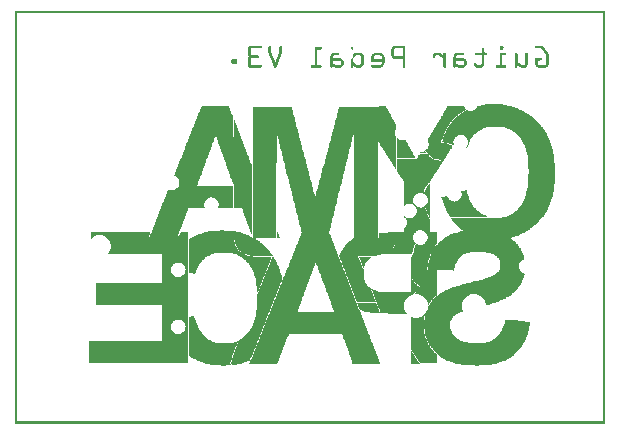
<source format=gbo>
G04 MADE WITH FRITZING*
G04 WWW.FRITZING.ORG*
G04 DOUBLE SIDED*
G04 HOLES PLATED*
G04 CONTOUR ON CENTER OF CONTOUR VECTOR*
%ASAXBY*%
%FSLAX23Y23*%
%MOIN*%
%OFA0B0*%
%SFA1.0B1.0*%
%ADD10R,0.001000X0.001000*%
%LNSILK0*%
G90*
G70*
G36*
X733Y1014D02*
X733Y1007D01*
X735Y1007D01*
X735Y1003D01*
X737Y1003D01*
X737Y997D01*
X739Y997D01*
X739Y991D01*
X741Y991D01*
X741Y987D01*
X743Y987D01*
X743Y981D01*
X745Y981D01*
X745Y977D01*
X747Y977D01*
X747Y971D01*
X749Y971D01*
X749Y967D01*
X751Y967D01*
X751Y961D01*
X753Y961D01*
X753Y955D01*
X755Y955D01*
X755Y950D01*
X757Y950D01*
X757Y944D01*
X759Y944D01*
X759Y940D01*
X761Y940D01*
X761Y934D01*
X763Y934D01*
X763Y930D01*
X765Y930D01*
X765Y924D01*
X767Y924D01*
X767Y918D01*
X769Y918D01*
X769Y914D01*
X771Y914D01*
X771Y908D01*
X773Y908D01*
X773Y904D01*
X775Y904D01*
X775Y898D01*
X777Y898D01*
X777Y894D01*
X779Y894D01*
X779Y887D01*
X781Y887D01*
X781Y881D01*
X783Y881D01*
X783Y877D01*
X785Y877D01*
X785Y871D01*
X788Y871D01*
X788Y867D01*
X790Y867D01*
X790Y633D01*
X788Y633D01*
X788Y639D01*
X785Y639D01*
X785Y643D01*
X783Y643D01*
X783Y649D01*
X781Y649D01*
X781Y656D01*
X779Y656D01*
X779Y662D01*
X777Y662D01*
X777Y666D01*
X775Y666D01*
X775Y672D01*
X773Y672D01*
X773Y678D01*
X771Y678D01*
X771Y682D01*
X769Y682D01*
X769Y688D01*
X767Y688D01*
X767Y694D01*
X765Y694D01*
X765Y700D01*
X763Y700D01*
X763Y704D01*
X761Y704D01*
X761Y710D01*
X759Y710D01*
X759Y717D01*
X757Y717D01*
X757Y721D01*
X731Y721D01*
X731Y1014D01*
X733Y1014D01*
G37*
D02*
G36*
X875Y647D02*
X875Y641D01*
X877Y641D01*
X877Y635D01*
X879Y635D01*
X879Y631D01*
X881Y631D01*
X881Y625D01*
X883Y625D01*
X883Y621D01*
X873Y621D01*
X873Y647D01*
X875Y647D01*
G37*
D02*
G36*
X696Y647D02*
X696Y645D01*
X724Y645D01*
X724Y643D01*
X729Y643D01*
X729Y615D01*
X731Y615D01*
X731Y607D01*
X733Y607D01*
X733Y599D01*
X735Y599D01*
X735Y593D01*
X737Y593D01*
X737Y590D01*
X739Y590D01*
X739Y586D01*
X741Y586D01*
X741Y584D01*
X743Y584D01*
X743Y580D01*
X745Y580D01*
X745Y578D01*
X747Y578D01*
X747Y576D01*
X749Y576D01*
X749Y574D01*
X753Y574D01*
X753Y572D01*
X674Y572D01*
X674Y570D01*
X665Y570D01*
X665Y568D01*
X659Y568D01*
X659Y566D01*
X653Y566D01*
X653Y564D01*
X649Y564D01*
X649Y562D01*
X645Y562D01*
X645Y560D01*
X641Y560D01*
X641Y639D01*
X639Y639D01*
X639Y641D01*
X645Y641D01*
X645Y643D01*
X659Y643D01*
X659Y645D01*
X684Y645D01*
X684Y647D01*
X696Y647D01*
G37*
D02*
G36*
X755Y572D02*
X755Y570D01*
X759Y570D01*
X759Y568D01*
X761Y568D01*
X761Y566D01*
X767Y566D01*
X767Y564D01*
X775Y564D01*
X775Y562D01*
X783Y562D01*
X783Y560D01*
X792Y560D01*
X792Y558D01*
X857Y558D01*
X857Y556D01*
X855Y556D01*
X855Y552D01*
X853Y552D01*
X853Y546D01*
X851Y546D01*
X851Y542D01*
X849Y542D01*
X849Y536D01*
X847Y536D01*
X847Y531D01*
X844Y531D01*
X844Y525D01*
X842Y525D01*
X842Y521D01*
X840Y521D01*
X840Y515D01*
X838Y515D01*
X838Y511D01*
X836Y511D01*
X836Y505D01*
X834Y505D01*
X834Y501D01*
X832Y501D01*
X832Y495D01*
X830Y495D01*
X830Y491D01*
X828Y491D01*
X828Y485D01*
X826Y485D01*
X826Y481D01*
X824Y481D01*
X824Y475D01*
X822Y475D01*
X822Y470D01*
X820Y470D01*
X820Y464D01*
X818Y464D01*
X818Y460D01*
X816Y460D01*
X816Y454D01*
X814Y454D01*
X814Y450D01*
X812Y450D01*
X812Y444D01*
X810Y444D01*
X810Y440D01*
X808Y440D01*
X808Y434D01*
X806Y434D01*
X806Y462D01*
X804Y462D01*
X804Y477D01*
X802Y477D01*
X802Y487D01*
X800Y487D01*
X800Y493D01*
X798Y493D01*
X798Y501D01*
X796Y501D01*
X796Y507D01*
X794Y507D01*
X794Y511D01*
X792Y511D01*
X792Y515D01*
X790Y515D01*
X790Y519D01*
X788Y519D01*
X788Y523D01*
X785Y523D01*
X785Y527D01*
X783Y527D01*
X783Y529D01*
X781Y529D01*
X781Y534D01*
X779Y534D01*
X779Y536D01*
X777Y536D01*
X777Y538D01*
X775Y538D01*
X775Y540D01*
X773Y540D01*
X773Y542D01*
X771Y542D01*
X771Y544D01*
X769Y544D01*
X769Y546D01*
X767Y546D01*
X767Y548D01*
X765Y548D01*
X765Y550D01*
X763Y550D01*
X763Y552D01*
X761Y552D01*
X761Y554D01*
X757Y554D01*
X757Y556D01*
X755Y556D01*
X755Y558D01*
X751Y558D01*
X751Y560D01*
X747Y560D01*
X747Y562D01*
X743Y562D01*
X743Y564D01*
X739Y564D01*
X739Y566D01*
X733Y566D01*
X733Y568D01*
X727Y568D01*
X727Y570D01*
X718Y570D01*
X718Y572D01*
X755Y572D01*
G37*
D02*
G36*
X702Y572D02*
X702Y570D01*
X700Y570D01*
X700Y572D01*
X702Y572D01*
G37*
D02*
G36*
X1375Y902D02*
X1375Y900D01*
X1349Y900D01*
X1349Y902D01*
X1375Y902D01*
G37*
D02*
G36*
X1377Y900D02*
X1377Y896D01*
X1379Y896D01*
X1379Y894D01*
X1381Y894D01*
X1381Y891D01*
X1345Y891D01*
X1345Y896D01*
X1347Y896D01*
X1347Y898D01*
X1349Y898D01*
X1349Y900D01*
X1377Y900D01*
G37*
D02*
G36*
X1385Y891D02*
X1385Y889D01*
X1343Y889D01*
X1343Y891D01*
X1385Y891D01*
G37*
D02*
G36*
X1388Y889D02*
X1388Y887D01*
X1390Y887D01*
X1390Y885D01*
X1341Y885D01*
X1341Y887D01*
X1343Y887D01*
X1343Y889D01*
X1388Y889D01*
G37*
D02*
G36*
X1394Y885D02*
X1394Y883D01*
X1274Y883D01*
X1274Y885D01*
X1394Y885D01*
G37*
D02*
G36*
X1394Y885D02*
X1394Y883D01*
X1274Y883D01*
X1274Y885D01*
X1394Y885D01*
G37*
D02*
G36*
X1396Y883D02*
X1396Y881D01*
X1274Y881D01*
X1274Y883D01*
X1396Y883D01*
G37*
D02*
G36*
X1406Y881D02*
X1406Y879D01*
X1274Y879D01*
X1274Y881D01*
X1406Y881D01*
G37*
D02*
G36*
X1414Y879D02*
X1414Y877D01*
X1274Y877D01*
X1274Y879D01*
X1414Y879D01*
G37*
D02*
G36*
X1383Y800D02*
X1383Y794D01*
X1377Y794D01*
X1377Y796D01*
X1379Y796D01*
X1379Y798D01*
X1381Y798D01*
X1381Y800D01*
X1383Y800D01*
G37*
D02*
G36*
X1383Y794D02*
X1383Y792D01*
X1375Y792D01*
X1375Y794D01*
X1383Y794D01*
G37*
D02*
G36*
X1383Y792D02*
X1383Y786D01*
X1371Y786D01*
X1371Y788D01*
X1373Y788D01*
X1373Y792D01*
X1383Y792D01*
G37*
D02*
G36*
X1383Y786D02*
X1383Y782D01*
X1369Y782D01*
X1369Y786D01*
X1383Y786D01*
G37*
D02*
G36*
X1383Y782D02*
X1383Y774D01*
X1367Y774D01*
X1367Y782D01*
X1383Y782D01*
G37*
D02*
G36*
X1383Y713D02*
X1383Y688D01*
X1381Y688D01*
X1381Y692D01*
X1379Y692D01*
X1379Y696D01*
X1377Y696D01*
X1377Y702D01*
X1375Y702D01*
X1375Y708D01*
X1373Y708D01*
X1373Y713D01*
X1383Y713D01*
G37*
D02*
G36*
X1408Y639D02*
X1408Y621D01*
X1385Y621D01*
X1385Y639D01*
X1408Y639D01*
G37*
D02*
G36*
X1402Y593D02*
X1402Y590D01*
X1400Y590D01*
X1400Y588D01*
X1398Y588D01*
X1398Y586D01*
X1333Y586D01*
X1333Y593D01*
X1402Y593D01*
G37*
D02*
G36*
X1398Y586D02*
X1398Y584D01*
X1396Y584D01*
X1396Y582D01*
X1394Y582D01*
X1394Y580D01*
X1331Y580D01*
X1331Y586D01*
X1398Y586D01*
G37*
D02*
G36*
X1394Y580D02*
X1394Y578D01*
X1392Y578D01*
X1392Y574D01*
X1390Y574D01*
X1390Y572D01*
X1329Y572D01*
X1329Y580D01*
X1394Y580D01*
G37*
D02*
G36*
X1390Y572D02*
X1390Y570D01*
X1388Y570D01*
X1388Y566D01*
X1385Y566D01*
X1385Y564D01*
X1326Y564D01*
X1326Y572D01*
X1390Y572D01*
G37*
D02*
G36*
X1385Y564D02*
X1385Y560D01*
X1383Y560D01*
X1383Y556D01*
X1324Y556D01*
X1324Y564D01*
X1385Y564D01*
G37*
D02*
G36*
X639Y639D02*
X639Y556D01*
X635Y556D01*
X635Y554D01*
X633Y554D01*
X633Y552D01*
X631Y552D01*
X631Y550D01*
X629Y550D01*
X629Y548D01*
X627Y548D01*
X627Y546D01*
X625Y546D01*
X625Y544D01*
X623Y544D01*
X623Y542D01*
X621Y542D01*
X621Y540D01*
X619Y540D01*
X619Y538D01*
X617Y538D01*
X617Y534D01*
X615Y534D01*
X615Y531D01*
X613Y531D01*
X613Y527D01*
X611Y527D01*
X611Y523D01*
X609Y523D01*
X609Y519D01*
X607Y519D01*
X607Y515D01*
X604Y515D01*
X604Y509D01*
X602Y509D01*
X602Y503D01*
X600Y503D01*
X600Y501D01*
X592Y501D01*
X592Y503D01*
X584Y503D01*
X584Y505D01*
X580Y505D01*
X580Y617D01*
X584Y617D01*
X584Y619D01*
X586Y619D01*
X586Y621D01*
X590Y621D01*
X590Y623D01*
X594Y623D01*
X594Y625D01*
X598Y625D01*
X598Y627D01*
X602Y627D01*
X602Y629D01*
X607Y629D01*
X607Y631D01*
X611Y631D01*
X611Y633D01*
X617Y633D01*
X617Y635D01*
X623Y635D01*
X623Y637D01*
X629Y637D01*
X629Y639D01*
X639Y639D01*
G37*
D02*
G36*
X729Y957D02*
X729Y800D01*
X727Y800D01*
X727Y806D01*
X724Y806D01*
X724Y812D01*
X722Y812D01*
X722Y816D01*
X720Y816D01*
X720Y822D01*
X718Y822D01*
X718Y828D01*
X716Y828D01*
X716Y835D01*
X714Y835D01*
X714Y839D01*
X712Y839D01*
X712Y845D01*
X710Y845D01*
X710Y851D01*
X708Y851D01*
X708Y857D01*
X706Y857D01*
X706Y861D01*
X704Y861D01*
X704Y867D01*
X702Y867D01*
X702Y873D01*
X700Y873D01*
X700Y879D01*
X698Y879D01*
X698Y883D01*
X696Y883D01*
X696Y889D01*
X694Y889D01*
X694Y896D01*
X692Y896D01*
X692Y902D01*
X690Y902D01*
X690Y906D01*
X688Y906D01*
X688Y912D01*
X686Y912D01*
X686Y918D01*
X684Y918D01*
X684Y924D01*
X682Y924D01*
X682Y928D01*
X680Y928D01*
X680Y934D01*
X678Y934D01*
X678Y940D01*
X676Y940D01*
X676Y946D01*
X674Y946D01*
X674Y950D01*
X672Y950D01*
X672Y957D01*
X729Y957D01*
G37*
D02*
G36*
X578Y639D02*
X578Y621D01*
X545Y621D01*
X545Y627D01*
X548Y627D01*
X548Y631D01*
X550Y631D01*
X550Y637D01*
X552Y637D01*
X552Y639D01*
X578Y639D01*
G37*
D02*
G36*
X1190Y558D02*
X1190Y556D01*
X1188Y556D01*
X1188Y554D01*
X1184Y554D01*
X1184Y552D01*
X1182Y552D01*
X1182Y550D01*
X1180Y550D01*
X1180Y548D01*
X1178Y548D01*
X1178Y546D01*
X1176Y546D01*
X1176Y544D01*
X1174Y544D01*
X1174Y542D01*
X1172Y542D01*
X1172Y540D01*
X1170Y540D01*
X1170Y536D01*
X1168Y536D01*
X1168Y531D01*
X1166Y531D01*
X1166Y527D01*
X1164Y527D01*
X1164Y521D01*
X1160Y521D01*
X1160Y527D01*
X1158Y527D01*
X1158Y531D01*
X1156Y531D01*
X1156Y538D01*
X1154Y538D01*
X1154Y542D01*
X1152Y542D01*
X1152Y548D01*
X1150Y548D01*
X1150Y554D01*
X1148Y554D01*
X1148Y558D01*
X1190Y558D01*
G37*
D02*
G36*
X1211Y1058D02*
X1211Y965D01*
X1127Y965D01*
X1127Y957D01*
X1125Y957D01*
X1125Y948D01*
X1123Y948D01*
X1123Y940D01*
X1121Y940D01*
X1121Y932D01*
X1119Y932D01*
X1119Y924D01*
X1117Y924D01*
X1117Y916D01*
X1115Y916D01*
X1115Y908D01*
X1113Y908D01*
X1113Y900D01*
X1111Y900D01*
X1111Y891D01*
X1109Y891D01*
X1109Y883D01*
X1107Y883D01*
X1107Y875D01*
X1105Y875D01*
X1105Y867D01*
X1103Y867D01*
X1103Y859D01*
X1101Y859D01*
X1101Y851D01*
X1099Y851D01*
X1099Y843D01*
X1097Y843D01*
X1097Y835D01*
X1095Y835D01*
X1095Y826D01*
X1093Y826D01*
X1093Y818D01*
X1091Y818D01*
X1091Y810D01*
X1089Y810D01*
X1089Y802D01*
X1087Y802D01*
X1087Y794D01*
X1084Y794D01*
X1084Y786D01*
X1082Y786D01*
X1082Y778D01*
X1080Y778D01*
X1080Y769D01*
X1078Y769D01*
X1078Y761D01*
X1076Y761D01*
X1076Y759D01*
X1001Y759D01*
X1001Y761D01*
X1003Y761D01*
X1003Y767D01*
X1005Y767D01*
X1005Y776D01*
X1007Y776D01*
X1007Y784D01*
X1009Y784D01*
X1009Y792D01*
X1011Y792D01*
X1011Y798D01*
X1013Y798D01*
X1013Y806D01*
X1015Y806D01*
X1015Y814D01*
X1017Y814D01*
X1017Y822D01*
X1019Y822D01*
X1019Y828D01*
X1021Y828D01*
X1021Y837D01*
X1023Y837D01*
X1023Y845D01*
X1025Y845D01*
X1025Y853D01*
X1028Y853D01*
X1028Y861D01*
X1030Y861D01*
X1030Y867D01*
X1032Y867D01*
X1032Y875D01*
X1034Y875D01*
X1034Y883D01*
X1036Y883D01*
X1036Y891D01*
X1038Y891D01*
X1038Y898D01*
X1040Y898D01*
X1040Y906D01*
X1042Y906D01*
X1042Y914D01*
X1044Y914D01*
X1044Y922D01*
X1046Y922D01*
X1046Y928D01*
X1048Y928D01*
X1048Y936D01*
X1050Y936D01*
X1050Y944D01*
X1052Y944D01*
X1052Y953D01*
X1054Y953D01*
X1054Y959D01*
X1056Y959D01*
X1056Y967D01*
X1058Y967D01*
X1058Y975D01*
X1060Y975D01*
X1060Y983D01*
X1062Y983D01*
X1062Y991D01*
X1064Y991D01*
X1064Y997D01*
X1066Y997D01*
X1066Y1005D01*
X1068Y1005D01*
X1068Y1014D01*
X1070Y1014D01*
X1070Y1022D01*
X1072Y1022D01*
X1072Y1028D01*
X1074Y1028D01*
X1074Y1036D01*
X1076Y1036D01*
X1076Y1044D01*
X1078Y1044D01*
X1078Y1052D01*
X1080Y1052D01*
X1080Y1058D01*
X1211Y1058D01*
G37*
D02*
G36*
X922Y1058D02*
X922Y1054D01*
X924Y1054D01*
X924Y1046D01*
X926Y1046D01*
X926Y1038D01*
X928Y1038D01*
X928Y1030D01*
X930Y1030D01*
X930Y1024D01*
X932Y1024D01*
X932Y1016D01*
X934Y1016D01*
X934Y1007D01*
X936Y1007D01*
X936Y999D01*
X938Y999D01*
X938Y991D01*
X940Y991D01*
X940Y983D01*
X942Y983D01*
X942Y977D01*
X944Y977D01*
X944Y969D01*
X946Y969D01*
X946Y965D01*
X873Y965D01*
X873Y869D01*
X871Y869D01*
X871Y621D01*
X792Y621D01*
X792Y1058D01*
X922Y1058D01*
G37*
D02*
G36*
X1211Y965D02*
X1211Y621D01*
X1131Y621D01*
X1131Y955D01*
X1129Y955D01*
X1129Y965D01*
X1211Y965D01*
G37*
D02*
G36*
X946Y965D02*
X946Y961D01*
X948Y961D01*
X948Y953D01*
X950Y953D01*
X950Y944D01*
X952Y944D01*
X952Y938D01*
X954Y938D01*
X954Y930D01*
X956Y930D01*
X956Y922D01*
X958Y922D01*
X958Y914D01*
X960Y914D01*
X960Y906D01*
X962Y906D01*
X962Y898D01*
X964Y898D01*
X964Y891D01*
X967Y891D01*
X967Y883D01*
X969Y883D01*
X969Y875D01*
X971Y875D01*
X971Y867D01*
X973Y867D01*
X973Y859D01*
X975Y859D01*
X975Y853D01*
X977Y853D01*
X977Y845D01*
X979Y845D01*
X979Y837D01*
X981Y837D01*
X981Y828D01*
X983Y828D01*
X983Y820D01*
X985Y820D01*
X985Y814D01*
X987Y814D01*
X987Y806D01*
X989Y806D01*
X989Y798D01*
X991Y798D01*
X991Y790D01*
X993Y790D01*
X993Y782D01*
X995Y782D01*
X995Y774D01*
X997Y774D01*
X997Y767D01*
X999Y767D01*
X999Y759D01*
X926Y759D01*
X926Y761D01*
X924Y761D01*
X924Y769D01*
X922Y769D01*
X922Y778D01*
X920Y778D01*
X920Y786D01*
X918Y786D01*
X918Y794D01*
X916Y794D01*
X916Y802D01*
X914Y802D01*
X914Y810D01*
X912Y810D01*
X912Y818D01*
X910Y818D01*
X910Y826D01*
X908Y826D01*
X908Y835D01*
X905Y835D01*
X905Y843D01*
X903Y843D01*
X903Y851D01*
X901Y851D01*
X901Y859D01*
X899Y859D01*
X899Y869D01*
X897Y869D01*
X897Y877D01*
X895Y877D01*
X895Y885D01*
X893Y885D01*
X893Y894D01*
X891Y894D01*
X891Y902D01*
X889Y902D01*
X889Y910D01*
X887Y910D01*
X887Y918D01*
X885Y918D01*
X885Y926D01*
X883Y926D01*
X883Y934D01*
X881Y934D01*
X881Y942D01*
X879Y942D01*
X879Y950D01*
X877Y950D01*
X877Y959D01*
X875Y959D01*
X875Y965D01*
X946Y965D01*
G37*
D02*
G36*
X1076Y759D02*
X1076Y757D01*
X926Y757D01*
X926Y759D01*
X1076Y759D01*
G37*
D02*
G36*
X1076Y759D02*
X1076Y757D01*
X926Y757D01*
X926Y759D01*
X1076Y759D01*
G37*
D02*
G36*
X1076Y757D02*
X1076Y753D01*
X1074Y753D01*
X1074Y745D01*
X1072Y745D01*
X1072Y735D01*
X1070Y735D01*
X1070Y727D01*
X1068Y727D01*
X1068Y719D01*
X1066Y719D01*
X1066Y710D01*
X1064Y710D01*
X1064Y702D01*
X1062Y702D01*
X1062Y694D01*
X1060Y694D01*
X1060Y686D01*
X1058Y686D01*
X1058Y678D01*
X1056Y678D01*
X1056Y670D01*
X1054Y670D01*
X1054Y662D01*
X1052Y662D01*
X1052Y654D01*
X1050Y654D01*
X1050Y645D01*
X1048Y645D01*
X1048Y635D01*
X1050Y635D01*
X1050Y631D01*
X1052Y631D01*
X1052Y625D01*
X1054Y625D01*
X1054Y621D01*
X1056Y621D01*
X1056Y615D01*
X1058Y615D01*
X1058Y611D01*
X1060Y611D01*
X1060Y605D01*
X1062Y605D01*
X1062Y599D01*
X1064Y599D01*
X1064Y595D01*
X1066Y595D01*
X1066Y588D01*
X1068Y588D01*
X1068Y584D01*
X1070Y584D01*
X1070Y578D01*
X1072Y578D01*
X1072Y572D01*
X1074Y572D01*
X1074Y568D01*
X1076Y568D01*
X1076Y562D01*
X1078Y562D01*
X1078Y558D01*
X924Y558D01*
X924Y560D01*
X926Y560D01*
X926Y566D01*
X928Y566D01*
X928Y570D01*
X930Y570D01*
X930Y576D01*
X932Y576D01*
X932Y580D01*
X934Y580D01*
X934Y586D01*
X936Y586D01*
X936Y590D01*
X938Y590D01*
X938Y597D01*
X940Y597D01*
X940Y601D01*
X942Y601D01*
X942Y607D01*
X944Y607D01*
X944Y611D01*
X946Y611D01*
X946Y617D01*
X948Y617D01*
X948Y621D01*
X950Y621D01*
X950Y627D01*
X952Y627D01*
X952Y631D01*
X954Y631D01*
X954Y637D01*
X956Y637D01*
X956Y639D01*
X954Y639D01*
X954Y647D01*
X952Y647D01*
X952Y656D01*
X950Y656D01*
X950Y664D01*
X948Y664D01*
X948Y672D01*
X946Y672D01*
X946Y680D01*
X944Y680D01*
X944Y688D01*
X942Y688D01*
X942Y696D01*
X940Y696D01*
X940Y704D01*
X938Y704D01*
X938Y713D01*
X936Y713D01*
X936Y721D01*
X934Y721D01*
X934Y729D01*
X932Y729D01*
X932Y737D01*
X930Y737D01*
X930Y745D01*
X928Y745D01*
X928Y753D01*
X926Y753D01*
X926Y757D01*
X1076Y757D01*
G37*
D02*
G36*
X737Y643D02*
X737Y641D01*
X747Y641D01*
X747Y639D01*
X753Y639D01*
X753Y637D01*
X761Y637D01*
X761Y635D01*
X767Y635D01*
X767Y633D01*
X771Y633D01*
X771Y631D01*
X777Y631D01*
X777Y629D01*
X781Y629D01*
X781Y627D01*
X785Y627D01*
X785Y625D01*
X790Y625D01*
X790Y621D01*
X731Y621D01*
X731Y643D01*
X737Y643D01*
G37*
D02*
G36*
X1272Y639D02*
X1272Y621D01*
X1213Y621D01*
X1213Y637D01*
X1245Y637D01*
X1245Y639D01*
X1272Y639D01*
G37*
D02*
G36*
X1272Y621D02*
X1272Y619D01*
X1131Y619D01*
X1131Y621D01*
X1272Y621D01*
G37*
D02*
G36*
X1272Y621D02*
X1272Y619D01*
X1131Y619D01*
X1131Y621D01*
X1272Y621D01*
G37*
D02*
G36*
X798Y621D02*
X798Y619D01*
X731Y619D01*
X731Y621D01*
X798Y621D01*
G37*
D02*
G36*
X798Y621D02*
X798Y619D01*
X731Y619D01*
X731Y621D01*
X798Y621D01*
G37*
D02*
G36*
X1272Y619D02*
X1272Y613D01*
X1270Y613D01*
X1270Y605D01*
X1268Y605D01*
X1268Y597D01*
X1265Y597D01*
X1265Y593D01*
X1263Y593D01*
X1263Y590D01*
X1133Y590D01*
X1133Y588D01*
X1097Y588D01*
X1097Y590D01*
X1099Y590D01*
X1099Y595D01*
X1101Y595D01*
X1101Y597D01*
X1103Y597D01*
X1103Y599D01*
X1105Y599D01*
X1105Y601D01*
X1107Y601D01*
X1107Y603D01*
X1109Y603D01*
X1109Y605D01*
X1111Y605D01*
X1111Y607D01*
X1113Y607D01*
X1113Y609D01*
X1117Y609D01*
X1117Y611D01*
X1119Y611D01*
X1119Y613D01*
X1121Y613D01*
X1121Y615D01*
X1125Y615D01*
X1125Y617D01*
X1127Y617D01*
X1127Y619D01*
X1272Y619D01*
G37*
D02*
G36*
X802Y619D02*
X802Y617D01*
X804Y617D01*
X804Y615D01*
X808Y615D01*
X808Y613D01*
X810Y613D01*
X810Y611D01*
X814Y611D01*
X814Y609D01*
X816Y609D01*
X816Y607D01*
X818Y607D01*
X818Y605D01*
X822Y605D01*
X822Y603D01*
X824Y603D01*
X824Y601D01*
X826Y601D01*
X826Y599D01*
X828Y599D01*
X828Y597D01*
X830Y597D01*
X830Y595D01*
X832Y595D01*
X832Y593D01*
X834Y593D01*
X834Y590D01*
X836Y590D01*
X836Y588D01*
X838Y588D01*
X838Y586D01*
X840Y586D01*
X840Y584D01*
X842Y584D01*
X842Y582D01*
X844Y582D01*
X844Y580D01*
X847Y580D01*
X847Y578D01*
X849Y578D01*
X849Y576D01*
X851Y576D01*
X851Y572D01*
X853Y572D01*
X853Y570D01*
X855Y570D01*
X855Y568D01*
X857Y568D01*
X857Y564D01*
X859Y564D01*
X859Y562D01*
X861Y562D01*
X861Y558D01*
X863Y558D01*
X863Y556D01*
X865Y556D01*
X865Y552D01*
X867Y552D01*
X867Y548D01*
X869Y548D01*
X869Y544D01*
X871Y544D01*
X871Y540D01*
X873Y540D01*
X873Y536D01*
X875Y536D01*
X875Y531D01*
X877Y531D01*
X877Y527D01*
X879Y527D01*
X879Y521D01*
X881Y521D01*
X881Y517D01*
X883Y517D01*
X883Y511D01*
X885Y511D01*
X885Y503D01*
X887Y503D01*
X887Y497D01*
X889Y497D01*
X889Y489D01*
X891Y489D01*
X891Y481D01*
X889Y481D01*
X889Y475D01*
X887Y475D01*
X887Y470D01*
X885Y470D01*
X885Y464D01*
X883Y464D01*
X883Y460D01*
X881Y460D01*
X881Y454D01*
X879Y454D01*
X879Y450D01*
X877Y450D01*
X877Y444D01*
X875Y444D01*
X875Y440D01*
X873Y440D01*
X873Y434D01*
X871Y434D01*
X871Y430D01*
X869Y430D01*
X869Y424D01*
X867Y424D01*
X867Y420D01*
X865Y420D01*
X865Y414D01*
X863Y414D01*
X863Y409D01*
X861Y409D01*
X861Y403D01*
X859Y403D01*
X859Y399D01*
X857Y399D01*
X857Y393D01*
X855Y393D01*
X855Y389D01*
X853Y389D01*
X853Y383D01*
X851Y383D01*
X851Y379D01*
X849Y379D01*
X849Y373D01*
X847Y373D01*
X847Y369D01*
X844Y369D01*
X844Y363D01*
X842Y363D01*
X842Y359D01*
X840Y359D01*
X840Y353D01*
X838Y353D01*
X838Y348D01*
X836Y348D01*
X836Y342D01*
X834Y342D01*
X834Y338D01*
X832Y338D01*
X832Y332D01*
X830Y332D01*
X830Y328D01*
X828Y328D01*
X828Y322D01*
X826Y322D01*
X826Y318D01*
X824Y318D01*
X824Y312D01*
X822Y312D01*
X822Y308D01*
X820Y308D01*
X820Y302D01*
X818Y302D01*
X818Y298D01*
X816Y298D01*
X816Y291D01*
X814Y291D01*
X814Y287D01*
X812Y287D01*
X812Y281D01*
X810Y281D01*
X810Y277D01*
X808Y277D01*
X808Y271D01*
X806Y271D01*
X806Y265D01*
X804Y265D01*
X804Y261D01*
X802Y261D01*
X802Y255D01*
X800Y255D01*
X800Y251D01*
X798Y251D01*
X798Y245D01*
X796Y245D01*
X796Y241D01*
X794Y241D01*
X794Y235D01*
X792Y235D01*
X792Y230D01*
X790Y230D01*
X790Y224D01*
X788Y224D01*
X788Y220D01*
X785Y220D01*
X785Y214D01*
X783Y214D01*
X783Y212D01*
X779Y212D01*
X779Y210D01*
X775Y210D01*
X775Y208D01*
X769Y208D01*
X769Y206D01*
X763Y206D01*
X763Y204D01*
X757Y204D01*
X757Y202D01*
X749Y202D01*
X749Y200D01*
X741Y200D01*
X741Y198D01*
X729Y198D01*
X729Y196D01*
X722Y196D01*
X722Y200D01*
X720Y200D01*
X720Y206D01*
X722Y206D01*
X722Y214D01*
X724Y214D01*
X724Y222D01*
X727Y222D01*
X727Y230D01*
X729Y230D01*
X729Y237D01*
X731Y237D01*
X731Y241D01*
X733Y241D01*
X733Y247D01*
X735Y247D01*
X735Y251D01*
X737Y251D01*
X737Y257D01*
X739Y257D01*
X739Y261D01*
X741Y261D01*
X741Y267D01*
X743Y267D01*
X743Y271D01*
X745Y271D01*
X745Y277D01*
X747Y277D01*
X747Y279D01*
X749Y279D01*
X749Y281D01*
X751Y281D01*
X751Y283D01*
X755Y283D01*
X755Y285D01*
X757Y285D01*
X757Y287D01*
X761Y287D01*
X761Y289D01*
X763Y289D01*
X763Y291D01*
X765Y291D01*
X765Y294D01*
X767Y294D01*
X767Y296D01*
X769Y296D01*
X769Y298D01*
X771Y298D01*
X771Y300D01*
X773Y300D01*
X773Y302D01*
X775Y302D01*
X775Y304D01*
X777Y304D01*
X777Y306D01*
X779Y306D01*
X779Y308D01*
X781Y308D01*
X781Y312D01*
X783Y312D01*
X783Y314D01*
X785Y314D01*
X785Y318D01*
X788Y318D01*
X788Y322D01*
X790Y322D01*
X790Y326D01*
X792Y326D01*
X792Y330D01*
X794Y330D01*
X794Y336D01*
X796Y336D01*
X796Y342D01*
X798Y342D01*
X798Y348D01*
X800Y348D01*
X800Y357D01*
X802Y357D01*
X802Y367D01*
X804Y367D01*
X804Y381D01*
X806Y381D01*
X806Y411D01*
X808Y411D01*
X808Y434D01*
X810Y434D01*
X810Y440D01*
X812Y440D01*
X812Y444D01*
X814Y444D01*
X814Y450D01*
X816Y450D01*
X816Y454D01*
X818Y454D01*
X818Y460D01*
X820Y460D01*
X820Y464D01*
X822Y464D01*
X822Y470D01*
X824Y470D01*
X824Y475D01*
X826Y475D01*
X826Y481D01*
X828Y481D01*
X828Y485D01*
X830Y485D01*
X830Y491D01*
X832Y491D01*
X832Y495D01*
X834Y495D01*
X834Y501D01*
X836Y501D01*
X836Y505D01*
X838Y505D01*
X838Y511D01*
X840Y511D01*
X840Y515D01*
X842Y515D01*
X842Y521D01*
X844Y521D01*
X844Y525D01*
X847Y525D01*
X847Y531D01*
X849Y531D01*
X849Y536D01*
X851Y536D01*
X851Y542D01*
X853Y542D01*
X853Y546D01*
X855Y546D01*
X855Y552D01*
X857Y552D01*
X857Y556D01*
X859Y556D01*
X859Y560D01*
X792Y560D01*
X792Y562D01*
X783Y562D01*
X783Y564D01*
X775Y564D01*
X775Y566D01*
X767Y566D01*
X767Y568D01*
X761Y568D01*
X761Y570D01*
X759Y570D01*
X759Y572D01*
X755Y572D01*
X755Y574D01*
X753Y574D01*
X753Y576D01*
X751Y576D01*
X751Y578D01*
X747Y578D01*
X747Y582D01*
X745Y582D01*
X745Y584D01*
X743Y584D01*
X743Y586D01*
X741Y586D01*
X741Y590D01*
X739Y590D01*
X739Y593D01*
X737Y593D01*
X737Y599D01*
X735Y599D01*
X735Y607D01*
X733Y607D01*
X733Y615D01*
X731Y615D01*
X731Y619D01*
X802Y619D01*
G37*
D02*
G36*
X1261Y590D02*
X1261Y588D01*
X1135Y588D01*
X1135Y590D01*
X1261Y590D01*
G37*
D02*
G36*
X1261Y588D02*
X1261Y586D01*
X1095Y586D01*
X1095Y588D01*
X1261Y588D01*
G37*
D02*
G36*
X1261Y588D02*
X1261Y586D01*
X1095Y586D01*
X1095Y588D01*
X1261Y588D01*
G37*
D02*
G36*
X1259Y586D02*
X1259Y584D01*
X1257Y584D01*
X1257Y580D01*
X1255Y580D01*
X1255Y578D01*
X1253Y578D01*
X1253Y576D01*
X1249Y576D01*
X1249Y574D01*
X1247Y574D01*
X1247Y572D01*
X1243Y572D01*
X1243Y570D01*
X1241Y570D01*
X1241Y568D01*
X1237Y568D01*
X1237Y566D01*
X1219Y566D01*
X1219Y564D01*
X1207Y564D01*
X1207Y562D01*
X1200Y562D01*
X1200Y560D01*
X1143Y560D01*
X1143Y558D01*
X1145Y558D01*
X1145Y554D01*
X1148Y554D01*
X1148Y548D01*
X1150Y548D01*
X1150Y542D01*
X1152Y542D01*
X1152Y538D01*
X1154Y538D01*
X1154Y531D01*
X1156Y531D01*
X1156Y527D01*
X1158Y527D01*
X1158Y521D01*
X1160Y521D01*
X1160Y517D01*
X1162Y517D01*
X1162Y487D01*
X1164Y487D01*
X1164Y481D01*
X1166Y481D01*
X1166Y475D01*
X1168Y475D01*
X1168Y470D01*
X1170Y470D01*
X1170Y468D01*
X1172Y468D01*
X1172Y464D01*
X1174Y464D01*
X1174Y462D01*
X1176Y462D01*
X1176Y460D01*
X1178Y460D01*
X1178Y458D01*
X1180Y458D01*
X1180Y456D01*
X1182Y456D01*
X1182Y454D01*
X1186Y454D01*
X1186Y448D01*
X1123Y448D01*
X1123Y454D01*
X1121Y454D01*
X1121Y458D01*
X1119Y458D01*
X1119Y464D01*
X1117Y464D01*
X1117Y470D01*
X1115Y470D01*
X1115Y475D01*
X1113Y475D01*
X1113Y481D01*
X1111Y481D01*
X1111Y485D01*
X1109Y485D01*
X1109Y491D01*
X1107Y491D01*
X1107Y495D01*
X1105Y495D01*
X1105Y501D01*
X1103Y501D01*
X1103Y507D01*
X1101Y507D01*
X1101Y511D01*
X1099Y511D01*
X1099Y517D01*
X1097Y517D01*
X1097Y521D01*
X1095Y521D01*
X1095Y527D01*
X1093Y527D01*
X1093Y531D01*
X1091Y531D01*
X1091Y538D01*
X1089Y538D01*
X1089Y544D01*
X1087Y544D01*
X1087Y548D01*
X1084Y548D01*
X1084Y554D01*
X1082Y554D01*
X1082Y558D01*
X1080Y558D01*
X1080Y564D01*
X1082Y564D01*
X1082Y568D01*
X1084Y568D01*
X1084Y572D01*
X1087Y572D01*
X1087Y576D01*
X1089Y576D01*
X1089Y580D01*
X1091Y580D01*
X1091Y582D01*
X1093Y582D01*
X1093Y586D01*
X1259Y586D01*
G37*
D02*
G36*
X1080Y558D02*
X1080Y552D01*
X1082Y552D01*
X1082Y548D01*
X920Y548D01*
X920Y550D01*
X922Y550D01*
X922Y556D01*
X924Y556D01*
X924Y558D01*
X1080Y558D01*
G37*
D02*
G36*
X1084Y548D02*
X1084Y542D01*
X1087Y542D01*
X1087Y538D01*
X1001Y538D01*
X1001Y534D01*
X999Y534D01*
X999Y527D01*
X997Y527D01*
X997Y521D01*
X995Y521D01*
X995Y517D01*
X993Y517D01*
X993Y511D01*
X991Y511D01*
X991Y505D01*
X989Y505D01*
X989Y499D01*
X987Y499D01*
X987Y495D01*
X985Y495D01*
X985Y489D01*
X983Y489D01*
X983Y483D01*
X981Y483D01*
X981Y479D01*
X979Y479D01*
X979Y475D01*
X891Y475D01*
X891Y479D01*
X893Y479D01*
X893Y485D01*
X895Y485D01*
X895Y489D01*
X897Y489D01*
X897Y495D01*
X899Y495D01*
X899Y499D01*
X901Y499D01*
X901Y505D01*
X903Y505D01*
X903Y509D01*
X905Y509D01*
X905Y515D01*
X908Y515D01*
X908Y519D01*
X910Y519D01*
X910Y525D01*
X912Y525D01*
X912Y529D01*
X914Y529D01*
X914Y536D01*
X916Y536D01*
X916Y540D01*
X918Y540D01*
X918Y546D01*
X920Y546D01*
X920Y548D01*
X1084Y548D01*
G37*
D02*
G36*
X1089Y538D02*
X1089Y531D01*
X1005Y531D01*
X1005Y538D01*
X1089Y538D01*
G37*
D02*
G36*
X1091Y531D02*
X1091Y525D01*
X1093Y525D01*
X1093Y521D01*
X1009Y521D01*
X1009Y527D01*
X1007Y527D01*
X1007Y531D01*
X1091Y531D01*
G37*
D02*
G36*
X1095Y521D02*
X1095Y515D01*
X1097Y515D01*
X1097Y511D01*
X1013Y511D01*
X1013Y515D01*
X1011Y515D01*
X1011Y521D01*
X1095Y521D01*
G37*
D02*
G36*
X1099Y511D02*
X1099Y505D01*
X1101Y505D01*
X1101Y501D01*
X1017Y501D01*
X1017Y505D01*
X1015Y505D01*
X1015Y509D01*
X1013Y509D01*
X1013Y511D01*
X1099Y511D01*
G37*
D02*
G36*
X1103Y501D02*
X1103Y495D01*
X1019Y495D01*
X1019Y499D01*
X1017Y499D01*
X1017Y501D01*
X1103Y501D01*
G37*
D02*
G36*
X1105Y495D02*
X1105Y489D01*
X1107Y489D01*
X1107Y485D01*
X1023Y485D01*
X1023Y487D01*
X1021Y487D01*
X1021Y493D01*
X1019Y493D01*
X1019Y495D01*
X1105Y495D01*
G37*
D02*
G36*
X1322Y487D02*
X1322Y483D01*
X1324Y483D01*
X1324Y481D01*
X1326Y481D01*
X1326Y477D01*
X1329Y477D01*
X1329Y475D01*
X1331Y475D01*
X1331Y470D01*
X1333Y470D01*
X1333Y468D01*
X1335Y468D01*
X1335Y466D01*
X1339Y466D01*
X1339Y464D01*
X1341Y464D01*
X1341Y462D01*
X1345Y462D01*
X1345Y460D01*
X1347Y460D01*
X1347Y458D01*
X1349Y458D01*
X1349Y456D01*
X1347Y456D01*
X1347Y452D01*
X1345Y452D01*
X1345Y450D01*
X1343Y450D01*
X1343Y448D01*
X1341Y448D01*
X1341Y446D01*
X1339Y446D01*
X1339Y442D01*
X1337Y442D01*
X1337Y440D01*
X1320Y440D01*
X1320Y487D01*
X1322Y487D01*
G37*
D02*
G36*
X1109Y485D02*
X1109Y479D01*
X1111Y479D01*
X1111Y475D01*
X1028Y475D01*
X1028Y477D01*
X1025Y477D01*
X1025Y483D01*
X1023Y483D01*
X1023Y485D01*
X1109Y485D01*
G37*
D02*
G36*
X1113Y475D02*
X1113Y468D01*
X1115Y468D01*
X1115Y464D01*
X1030Y464D01*
X1030Y470D01*
X1028Y470D01*
X1028Y475D01*
X1113Y475D01*
G37*
D02*
G36*
X979Y475D02*
X979Y473D01*
X977Y473D01*
X977Y466D01*
X975Y466D01*
X975Y464D01*
X887Y464D01*
X887Y468D01*
X889Y468D01*
X889Y475D01*
X979Y475D01*
G37*
D02*
G36*
X1117Y464D02*
X1117Y458D01*
X1034Y458D01*
X1034Y460D01*
X1032Y460D01*
X1032Y464D01*
X1117Y464D01*
G37*
D02*
G36*
X975Y464D02*
X975Y462D01*
X973Y462D01*
X973Y456D01*
X971Y456D01*
X971Y454D01*
X883Y454D01*
X883Y458D01*
X885Y458D01*
X885Y464D01*
X975Y464D01*
G37*
D02*
G36*
X1119Y458D02*
X1119Y452D01*
X1121Y452D01*
X1121Y448D01*
X1036Y448D01*
X1036Y454D01*
X1034Y454D01*
X1034Y458D01*
X1119Y458D01*
G37*
D02*
G36*
X971Y454D02*
X971Y450D01*
X969Y450D01*
X969Y446D01*
X967Y446D01*
X967Y444D01*
X879Y444D01*
X879Y448D01*
X881Y448D01*
X881Y454D01*
X971Y454D01*
G37*
D02*
G36*
X1192Y450D02*
X1192Y448D01*
X1196Y448D01*
X1196Y446D01*
X1202Y446D01*
X1202Y444D01*
X1211Y444D01*
X1211Y442D01*
X1225Y442D01*
X1225Y440D01*
X1192Y440D01*
X1192Y444D01*
X1190Y444D01*
X1190Y448D01*
X1188Y448D01*
X1188Y450D01*
X1192Y450D01*
G37*
D02*
G36*
X1188Y448D02*
X1188Y444D01*
X1125Y444D01*
X1125Y448D01*
X1188Y448D01*
G37*
D02*
G36*
X1123Y448D02*
X1123Y442D01*
X1125Y442D01*
X1125Y438D01*
X1040Y438D01*
X1040Y442D01*
X1038Y442D01*
X1038Y448D01*
X1123Y448D01*
G37*
D02*
G36*
X1190Y444D02*
X1190Y438D01*
X1127Y438D01*
X1127Y444D01*
X1190Y444D01*
G37*
D02*
G36*
X967Y444D02*
X967Y440D01*
X964Y440D01*
X964Y434D01*
X875Y434D01*
X875Y438D01*
X877Y438D01*
X877Y444D01*
X967Y444D01*
G37*
D02*
G36*
X1335Y440D02*
X1335Y438D01*
X1192Y438D01*
X1192Y440D01*
X1335Y440D01*
G37*
D02*
G36*
X1335Y440D02*
X1335Y438D01*
X1192Y438D01*
X1192Y440D01*
X1335Y440D01*
G37*
D02*
G36*
X1192Y438D02*
X1192Y432D01*
X1131Y432D01*
X1131Y434D01*
X1129Y434D01*
X1129Y438D01*
X1192Y438D01*
G37*
D02*
G36*
X1127Y438D02*
X1127Y432D01*
X1129Y432D01*
X1129Y426D01*
X1131Y426D01*
X1131Y422D01*
X1046Y422D01*
X1046Y426D01*
X1044Y426D01*
X1044Y432D01*
X1042Y432D01*
X1042Y438D01*
X1127Y438D01*
G37*
D02*
G36*
X962Y434D02*
X962Y428D01*
X960Y428D01*
X960Y424D01*
X871Y424D01*
X871Y428D01*
X873Y428D01*
X873Y434D01*
X962Y434D01*
G37*
D02*
G36*
X1194Y432D02*
X1194Y428D01*
X1131Y428D01*
X1131Y432D01*
X1194Y432D01*
G37*
D02*
G36*
X1196Y428D02*
X1196Y422D01*
X1133Y422D01*
X1133Y428D01*
X1196Y428D01*
G37*
D02*
G36*
X958Y424D02*
X958Y418D01*
X956Y418D01*
X956Y414D01*
X867Y414D01*
X867Y418D01*
X869Y418D01*
X869Y424D01*
X958Y424D01*
G37*
D02*
G36*
X1198Y422D02*
X1198Y418D01*
X1135Y418D01*
X1135Y422D01*
X1198Y422D01*
G37*
D02*
G36*
X1133Y422D02*
X1133Y416D01*
X1135Y416D01*
X1135Y411D01*
X1050Y411D01*
X1050Y416D01*
X1048Y416D01*
X1048Y420D01*
X1046Y420D01*
X1046Y422D01*
X1133Y422D01*
G37*
D02*
G36*
X1200Y418D02*
X1200Y411D01*
X1137Y411D01*
X1137Y418D01*
X1200Y418D01*
G37*
D02*
G36*
X956Y414D02*
X956Y411D01*
X954Y411D01*
X954Y407D01*
X952Y407D01*
X952Y403D01*
X863Y403D01*
X863Y407D01*
X865Y407D01*
X865Y414D01*
X956Y414D01*
G37*
D02*
G36*
X1202Y411D02*
X1202Y407D01*
X1139Y407D01*
X1139Y411D01*
X1202Y411D01*
G37*
D02*
G36*
X1137Y411D02*
X1137Y405D01*
X1139Y405D01*
X1139Y401D01*
X1054Y401D01*
X1054Y403D01*
X1052Y403D01*
X1052Y409D01*
X1050Y409D01*
X1050Y411D01*
X1137Y411D01*
G37*
D02*
G36*
X1204Y405D02*
X1204Y401D01*
X1141Y401D01*
X1141Y405D01*
X1204Y405D01*
G37*
D02*
G36*
X952Y403D02*
X952Y401D01*
X950Y401D01*
X950Y395D01*
X948Y395D01*
X948Y393D01*
X859Y393D01*
X859Y397D01*
X861Y397D01*
X861Y403D01*
X952Y403D01*
G37*
D02*
G36*
X1207Y401D02*
X1207Y395D01*
X1145Y395D01*
X1145Y397D01*
X1143Y397D01*
X1143Y401D01*
X1207Y401D01*
G37*
D02*
G36*
X1141Y401D02*
X1141Y395D01*
X1143Y395D01*
X1143Y389D01*
X1145Y389D01*
X1145Y385D01*
X1060Y385D01*
X1060Y387D01*
X1058Y387D01*
X1058Y393D01*
X1056Y393D01*
X1056Y397D01*
X1054Y397D01*
X1054Y401D01*
X1141Y401D01*
G37*
D02*
G36*
X1209Y395D02*
X1209Y391D01*
X1145Y391D01*
X1145Y395D01*
X1209Y395D01*
G37*
D02*
G36*
X948Y393D02*
X948Y391D01*
X946Y391D01*
X946Y385D01*
X944Y385D01*
X944Y383D01*
X855Y383D01*
X855Y387D01*
X857Y387D01*
X857Y393D01*
X948Y393D01*
G37*
D02*
G36*
X1211Y391D02*
X1211Y385D01*
X1148Y385D01*
X1148Y391D01*
X1211Y391D01*
G37*
D02*
G36*
X1213Y385D02*
X1213Y381D01*
X1150Y381D01*
X1150Y385D01*
X1213Y385D01*
G37*
D02*
G36*
X1148Y385D02*
X1148Y379D01*
X1150Y379D01*
X1150Y375D01*
X1062Y375D01*
X1062Y381D01*
X1060Y381D01*
X1060Y385D01*
X1148Y385D01*
G37*
D02*
G36*
X944Y383D02*
X944Y379D01*
X942Y379D01*
X942Y375D01*
X851Y375D01*
X851Y377D01*
X853Y377D01*
X853Y383D01*
X944Y383D01*
G37*
D02*
G36*
X1215Y381D02*
X1215Y375D01*
X1162Y375D01*
X1162Y377D01*
X1156Y377D01*
X1156Y379D01*
X1152Y379D01*
X1152Y381D01*
X1215Y381D01*
G37*
D02*
G36*
X1217Y375D02*
X1217Y371D01*
X1182Y371D01*
X1182Y373D01*
X1170Y373D01*
X1170Y375D01*
X1217Y375D01*
G37*
D02*
G36*
X1152Y375D02*
X1152Y373D01*
X851Y373D01*
X851Y375D01*
X1152Y375D01*
G37*
D02*
G36*
X1152Y375D02*
X1152Y373D01*
X851Y373D01*
X851Y375D01*
X1152Y375D01*
G37*
D02*
G36*
X1152Y373D02*
X1152Y369D01*
X1154Y369D01*
X1154Y365D01*
X1156Y365D01*
X1156Y363D01*
X847Y363D01*
X847Y367D01*
X849Y367D01*
X849Y373D01*
X1152Y373D01*
G37*
D02*
G36*
X1306Y369D02*
X1306Y367D01*
X1245Y367D01*
X1245Y369D01*
X1306Y369D01*
G37*
D02*
G36*
X1156Y363D02*
X1156Y359D01*
X1158Y359D01*
X1158Y353D01*
X842Y353D01*
X842Y357D01*
X844Y357D01*
X844Y363D01*
X1156Y363D01*
G37*
D02*
G36*
X1160Y353D02*
X1160Y348D01*
X1162Y348D01*
X1162Y342D01*
X838Y342D01*
X838Y346D01*
X840Y346D01*
X840Y353D01*
X1160Y353D01*
G37*
D02*
G36*
X1164Y342D02*
X1164Y338D01*
X1166Y338D01*
X1166Y332D01*
X834Y332D01*
X834Y336D01*
X836Y336D01*
X836Y342D01*
X1164Y342D01*
G37*
D02*
G36*
X1168Y332D02*
X1168Y328D01*
X1170Y328D01*
X1170Y322D01*
X830Y322D01*
X830Y326D01*
X832Y326D01*
X832Y332D01*
X1168Y332D01*
G37*
D02*
G36*
X1172Y322D02*
X1172Y316D01*
X1174Y316D01*
X1174Y312D01*
X826Y312D01*
X826Y316D01*
X828Y316D01*
X828Y322D01*
X1172Y322D01*
G37*
D02*
G36*
X1176Y312D02*
X1176Y306D01*
X1178Y306D01*
X1178Y302D01*
X1180Y302D01*
X1180Y296D01*
X1182Y296D01*
X1182Y291D01*
X1184Y291D01*
X1184Y285D01*
X1186Y285D01*
X1186Y279D01*
X1188Y279D01*
X1188Y275D01*
X1190Y275D01*
X1190Y269D01*
X1192Y269D01*
X1192Y265D01*
X1194Y265D01*
X1194Y259D01*
X1196Y259D01*
X1196Y253D01*
X1198Y253D01*
X1198Y249D01*
X1200Y249D01*
X1200Y243D01*
X1202Y243D01*
X1202Y239D01*
X1204Y239D01*
X1204Y233D01*
X1207Y233D01*
X1207Y228D01*
X1209Y228D01*
X1209Y222D01*
X1211Y222D01*
X1211Y216D01*
X1213Y216D01*
X1213Y212D01*
X1215Y212D01*
X1215Y206D01*
X1217Y206D01*
X1217Y202D01*
X1125Y202D01*
X1125Y208D01*
X1123Y208D01*
X1123Y214D01*
X1121Y214D01*
X1121Y220D01*
X1119Y220D01*
X1119Y224D01*
X1117Y224D01*
X1117Y230D01*
X1115Y230D01*
X1115Y237D01*
X1113Y237D01*
X1113Y243D01*
X1111Y243D01*
X1111Y247D01*
X1109Y247D01*
X1109Y253D01*
X1107Y253D01*
X1107Y259D01*
X1105Y259D01*
X1105Y263D01*
X1103Y263D01*
X1103Y269D01*
X1101Y269D01*
X1101Y275D01*
X1099Y275D01*
X1099Y281D01*
X1097Y281D01*
X1097Y285D01*
X1095Y285D01*
X1095Y291D01*
X1093Y291D01*
X1093Y298D01*
X1091Y298D01*
X1091Y302D01*
X822Y302D01*
X822Y306D01*
X824Y306D01*
X824Y312D01*
X1176Y312D01*
G37*
D02*
G36*
X914Y302D02*
X914Y300D01*
X912Y300D01*
X912Y294D01*
X910Y294D01*
X910Y291D01*
X818Y291D01*
X818Y296D01*
X820Y296D01*
X820Y302D01*
X914Y302D01*
G37*
D02*
G36*
X910Y291D02*
X910Y289D01*
X908Y289D01*
X908Y283D01*
X905Y283D01*
X905Y281D01*
X814Y281D01*
X814Y285D01*
X816Y285D01*
X816Y291D01*
X910Y291D01*
G37*
D02*
G36*
X905Y281D02*
X905Y279D01*
X903Y279D01*
X903Y273D01*
X901Y273D01*
X901Y271D01*
X810Y271D01*
X810Y275D01*
X812Y275D01*
X812Y281D01*
X905Y281D01*
G37*
D02*
G36*
X901Y271D02*
X901Y267D01*
X899Y267D01*
X899Y265D01*
X808Y265D01*
X808Y271D01*
X901Y271D01*
G37*
D02*
G36*
X899Y265D02*
X899Y263D01*
X897Y263D01*
X897Y257D01*
X895Y257D01*
X895Y255D01*
X804Y255D01*
X804Y259D01*
X806Y259D01*
X806Y265D01*
X899Y265D01*
G37*
D02*
G36*
X895Y255D02*
X895Y251D01*
X893Y251D01*
X893Y247D01*
X891Y247D01*
X891Y245D01*
X800Y245D01*
X800Y249D01*
X802Y249D01*
X802Y255D01*
X895Y255D01*
G37*
D02*
G36*
X891Y245D02*
X891Y241D01*
X889Y241D01*
X889Y237D01*
X887Y237D01*
X887Y235D01*
X796Y235D01*
X796Y239D01*
X798Y239D01*
X798Y245D01*
X891Y245D01*
G37*
D02*
G36*
X887Y235D02*
X887Y230D01*
X885Y230D01*
X885Y224D01*
X792Y224D01*
X792Y228D01*
X794Y228D01*
X794Y235D01*
X887Y235D01*
G37*
D02*
G36*
X883Y224D02*
X883Y220D01*
X881Y220D01*
X881Y214D01*
X788Y214D01*
X788Y218D01*
X790Y218D01*
X790Y224D01*
X883Y224D01*
G37*
D02*
G36*
X879Y214D02*
X879Y210D01*
X877Y210D01*
X877Y204D01*
X875Y204D01*
X875Y202D01*
X781Y202D01*
X781Y204D01*
X783Y204D01*
X783Y208D01*
X785Y208D01*
X785Y214D01*
X879Y214D01*
G37*
D02*
G36*
X1154Y377D02*
X1154Y375D01*
X1152Y375D01*
X1152Y377D01*
X1154Y377D01*
G37*
D02*
G36*
X598Y361D02*
X598Y355D01*
X600Y355D01*
X600Y348D01*
X602Y348D01*
X602Y342D01*
X604Y342D01*
X604Y336D01*
X607Y336D01*
X607Y330D01*
X609Y330D01*
X609Y326D01*
X611Y326D01*
X611Y322D01*
X613Y322D01*
X613Y318D01*
X615Y318D01*
X615Y314D01*
X617Y314D01*
X617Y312D01*
X619Y312D01*
X619Y308D01*
X621Y308D01*
X621Y306D01*
X623Y306D01*
X623Y302D01*
X625Y302D01*
X625Y300D01*
X627Y300D01*
X627Y298D01*
X629Y298D01*
X629Y296D01*
X631Y296D01*
X631Y294D01*
X633Y294D01*
X633Y291D01*
X635Y291D01*
X635Y289D01*
X637Y289D01*
X637Y287D01*
X639Y287D01*
X639Y202D01*
X633Y202D01*
X633Y204D01*
X627Y204D01*
X627Y206D01*
X621Y206D01*
X621Y208D01*
X617Y208D01*
X617Y210D01*
X611Y210D01*
X611Y212D01*
X607Y212D01*
X607Y214D01*
X602Y214D01*
X602Y216D01*
X598Y216D01*
X598Y218D01*
X594Y218D01*
X594Y220D01*
X592Y220D01*
X592Y222D01*
X588Y222D01*
X588Y224D01*
X584Y224D01*
X584Y226D01*
X582Y226D01*
X582Y228D01*
X580Y228D01*
X580Y357D01*
X586Y357D01*
X586Y359D01*
X592Y359D01*
X592Y361D01*
X598Y361D01*
G37*
D02*
G36*
X1758Y991D02*
X1758Y989D01*
X1760Y989D01*
X1760Y985D01*
X1762Y985D01*
X1762Y983D01*
X1764Y983D01*
X1764Y979D01*
X1766Y979D01*
X1766Y977D01*
X1768Y977D01*
X1768Y973D01*
X1770Y973D01*
X1770Y969D01*
X1772Y969D01*
X1772Y965D01*
X1774Y965D01*
X1774Y961D01*
X1776Y961D01*
X1776Y957D01*
X1778Y957D01*
X1778Y953D01*
X1780Y953D01*
X1780Y948D01*
X1782Y948D01*
X1782Y942D01*
X1784Y942D01*
X1784Y938D01*
X1786Y938D01*
X1786Y932D01*
X1788Y932D01*
X1788Y926D01*
X1790Y926D01*
X1790Y918D01*
X1792Y918D01*
X1792Y910D01*
X1794Y910D01*
X1794Y900D01*
X1796Y900D01*
X1796Y887D01*
X1798Y887D01*
X1798Y871D01*
X1800Y871D01*
X1800Y802D01*
X1798Y802D01*
X1798Y786D01*
X1796Y786D01*
X1796Y774D01*
X1794Y774D01*
X1794Y765D01*
X1792Y765D01*
X1792Y757D01*
X1790Y757D01*
X1790Y751D01*
X1788Y751D01*
X1788Y745D01*
X1786Y745D01*
X1786Y739D01*
X1784Y739D01*
X1784Y733D01*
X1782Y733D01*
X1782Y729D01*
X1780Y729D01*
X1780Y725D01*
X1778Y725D01*
X1778Y721D01*
X1776Y721D01*
X1776Y715D01*
X1774Y715D01*
X1774Y713D01*
X1772Y713D01*
X1772Y708D01*
X1770Y708D01*
X1770Y704D01*
X1768Y704D01*
X1768Y702D01*
X1766Y702D01*
X1766Y698D01*
X1764Y698D01*
X1764Y696D01*
X1762Y696D01*
X1762Y692D01*
X1760Y692D01*
X1760Y690D01*
X1758Y690D01*
X1758Y688D01*
X1625Y688D01*
X1625Y690D01*
X1634Y690D01*
X1634Y692D01*
X1640Y692D01*
X1640Y694D01*
X1646Y694D01*
X1646Y696D01*
X1650Y696D01*
X1650Y698D01*
X1654Y698D01*
X1654Y700D01*
X1658Y700D01*
X1658Y702D01*
X1660Y702D01*
X1660Y704D01*
X1664Y704D01*
X1664Y706D01*
X1666Y706D01*
X1666Y708D01*
X1668Y708D01*
X1668Y710D01*
X1672Y710D01*
X1672Y713D01*
X1674Y713D01*
X1674Y715D01*
X1676Y715D01*
X1676Y717D01*
X1678Y717D01*
X1678Y719D01*
X1680Y719D01*
X1680Y723D01*
X1682Y723D01*
X1682Y725D01*
X1684Y725D01*
X1684Y727D01*
X1686Y727D01*
X1686Y731D01*
X1689Y731D01*
X1689Y733D01*
X1691Y733D01*
X1691Y737D01*
X1693Y737D01*
X1693Y741D01*
X1695Y741D01*
X1695Y745D01*
X1697Y745D01*
X1697Y749D01*
X1699Y749D01*
X1699Y755D01*
X1701Y755D01*
X1701Y759D01*
X1703Y759D01*
X1703Y767D01*
X1705Y767D01*
X1705Y776D01*
X1707Y776D01*
X1707Y786D01*
X1709Y786D01*
X1709Y800D01*
X1711Y800D01*
X1711Y833D01*
X1713Y833D01*
X1713Y851D01*
X1711Y851D01*
X1711Y881D01*
X1709Y881D01*
X1709Y896D01*
X1707Y896D01*
X1707Y906D01*
X1705Y906D01*
X1705Y914D01*
X1703Y914D01*
X1703Y920D01*
X1701Y920D01*
X1701Y926D01*
X1699Y926D01*
X1699Y930D01*
X1697Y930D01*
X1697Y934D01*
X1695Y934D01*
X1695Y938D01*
X1693Y938D01*
X1693Y942D01*
X1691Y942D01*
X1691Y946D01*
X1689Y946D01*
X1689Y948D01*
X1686Y948D01*
X1686Y953D01*
X1684Y953D01*
X1684Y955D01*
X1682Y955D01*
X1682Y957D01*
X1680Y957D01*
X1680Y959D01*
X1678Y959D01*
X1678Y961D01*
X1676Y961D01*
X1676Y963D01*
X1674Y963D01*
X1674Y965D01*
X1672Y965D01*
X1672Y967D01*
X1670Y967D01*
X1670Y969D01*
X1668Y969D01*
X1668Y971D01*
X1666Y971D01*
X1666Y973D01*
X1664Y973D01*
X1664Y975D01*
X1660Y975D01*
X1660Y977D01*
X1658Y977D01*
X1658Y979D01*
X1654Y979D01*
X1654Y981D01*
X1650Y981D01*
X1650Y983D01*
X1646Y983D01*
X1646Y985D01*
X1640Y985D01*
X1640Y987D01*
X1634Y987D01*
X1634Y989D01*
X1623Y989D01*
X1623Y991D01*
X1758Y991D01*
G37*
D02*
G36*
X1758Y688D02*
X1758Y686D01*
X1453Y686D01*
X1453Y688D01*
X1758Y688D01*
G37*
D02*
G36*
X1758Y688D02*
X1758Y686D01*
X1453Y686D01*
X1453Y688D01*
X1758Y688D01*
G37*
D02*
G36*
X1656Y348D02*
X1656Y346D01*
X1676Y346D01*
X1676Y344D01*
X1699Y344D01*
X1699Y342D01*
X1719Y342D01*
X1719Y340D01*
X1717Y340D01*
X1717Y326D01*
X1715Y326D01*
X1715Y318D01*
X1713Y318D01*
X1713Y310D01*
X1711Y310D01*
X1711Y302D01*
X1709Y302D01*
X1709Y296D01*
X1707Y296D01*
X1707Y291D01*
X1705Y291D01*
X1705Y285D01*
X1703Y285D01*
X1703Y281D01*
X1701Y281D01*
X1701Y277D01*
X1699Y277D01*
X1699Y273D01*
X1697Y273D01*
X1697Y269D01*
X1562Y269D01*
X1562Y271D01*
X1571Y271D01*
X1571Y273D01*
X1579Y273D01*
X1579Y275D01*
X1583Y275D01*
X1583Y277D01*
X1589Y277D01*
X1589Y279D01*
X1591Y279D01*
X1591Y281D01*
X1595Y281D01*
X1595Y283D01*
X1599Y283D01*
X1599Y285D01*
X1601Y285D01*
X1601Y287D01*
X1603Y287D01*
X1603Y289D01*
X1605Y289D01*
X1605Y291D01*
X1607Y291D01*
X1607Y294D01*
X1609Y294D01*
X1609Y296D01*
X1611Y296D01*
X1611Y298D01*
X1613Y298D01*
X1613Y300D01*
X1615Y300D01*
X1615Y302D01*
X1617Y302D01*
X1617Y306D01*
X1619Y306D01*
X1619Y310D01*
X1621Y310D01*
X1621Y312D01*
X1623Y312D01*
X1623Y318D01*
X1625Y318D01*
X1625Y322D01*
X1628Y322D01*
X1628Y328D01*
X1630Y328D01*
X1630Y334D01*
X1632Y334D01*
X1632Y340D01*
X1634Y340D01*
X1634Y348D01*
X1656Y348D01*
G37*
D02*
G36*
X1695Y269D02*
X1695Y267D01*
X1381Y267D01*
X1381Y269D01*
X1695Y269D01*
G37*
D02*
G36*
X1695Y269D02*
X1695Y267D01*
X1381Y267D01*
X1381Y269D01*
X1695Y269D01*
G37*
D02*
G36*
X1695Y267D02*
X1695Y265D01*
X1693Y265D01*
X1693Y263D01*
X1691Y263D01*
X1691Y259D01*
X1689Y259D01*
X1689Y257D01*
X1686Y257D01*
X1686Y253D01*
X1684Y253D01*
X1684Y251D01*
X1682Y251D01*
X1682Y249D01*
X1680Y249D01*
X1680Y247D01*
X1678Y247D01*
X1678Y245D01*
X1676Y245D01*
X1676Y243D01*
X1674Y243D01*
X1674Y241D01*
X1672Y241D01*
X1672Y239D01*
X1670Y239D01*
X1670Y237D01*
X1668Y237D01*
X1668Y235D01*
X1666Y235D01*
X1666Y233D01*
X1664Y233D01*
X1664Y230D01*
X1662Y230D01*
X1662Y228D01*
X1658Y228D01*
X1658Y226D01*
X1656Y226D01*
X1656Y224D01*
X1654Y224D01*
X1654Y222D01*
X1650Y222D01*
X1650Y220D01*
X1646Y220D01*
X1646Y218D01*
X1644Y218D01*
X1644Y216D01*
X1640Y216D01*
X1640Y214D01*
X1636Y214D01*
X1636Y212D01*
X1630Y212D01*
X1630Y210D01*
X1625Y210D01*
X1625Y208D01*
X1619Y208D01*
X1619Y206D01*
X1613Y206D01*
X1613Y204D01*
X1607Y204D01*
X1607Y202D01*
X1599Y202D01*
X1599Y200D01*
X1589Y200D01*
X1589Y198D01*
X1575Y198D01*
X1575Y196D01*
X1546Y196D01*
X1546Y194D01*
X1532Y194D01*
X1532Y196D01*
X1501Y196D01*
X1501Y198D01*
X1487Y198D01*
X1487Y200D01*
X1475Y200D01*
X1475Y202D01*
X1467Y202D01*
X1467Y204D01*
X1461Y204D01*
X1461Y206D01*
X1455Y206D01*
X1455Y208D01*
X1449Y208D01*
X1449Y210D01*
X1444Y210D01*
X1444Y212D01*
X1438Y212D01*
X1438Y214D01*
X1434Y214D01*
X1434Y216D01*
X1430Y216D01*
X1430Y218D01*
X1428Y218D01*
X1428Y220D01*
X1424Y220D01*
X1424Y222D01*
X1420Y222D01*
X1420Y224D01*
X1418Y224D01*
X1418Y226D01*
X1416Y226D01*
X1416Y228D01*
X1412Y228D01*
X1412Y230D01*
X1410Y230D01*
X1410Y233D01*
X1408Y233D01*
X1408Y235D01*
X1406Y235D01*
X1406Y237D01*
X1404Y237D01*
X1404Y239D01*
X1402Y239D01*
X1402Y241D01*
X1400Y241D01*
X1400Y243D01*
X1398Y243D01*
X1398Y245D01*
X1396Y245D01*
X1396Y247D01*
X1394Y247D01*
X1394Y249D01*
X1392Y249D01*
X1392Y253D01*
X1390Y253D01*
X1390Y255D01*
X1388Y255D01*
X1388Y259D01*
X1385Y259D01*
X1385Y261D01*
X1383Y261D01*
X1383Y265D01*
X1381Y265D01*
X1381Y267D01*
X1695Y267D01*
G37*
D02*
G36*
X643Y285D02*
X643Y283D01*
X645Y283D01*
X645Y281D01*
X649Y281D01*
X649Y279D01*
X653Y279D01*
X653Y277D01*
X657Y277D01*
X657Y275D01*
X661Y275D01*
X661Y273D01*
X668Y273D01*
X668Y271D01*
X676Y271D01*
X676Y269D01*
X641Y269D01*
X641Y285D01*
X643Y285D01*
G37*
D02*
G36*
X743Y277D02*
X743Y271D01*
X741Y271D01*
X741Y269D01*
X718Y269D01*
X718Y271D01*
X729Y271D01*
X729Y273D01*
X735Y273D01*
X735Y275D01*
X739Y275D01*
X739Y277D01*
X743Y277D01*
G37*
D02*
G36*
X741Y269D02*
X741Y267D01*
X641Y267D01*
X641Y269D01*
X741Y269D01*
G37*
D02*
G36*
X741Y269D02*
X741Y267D01*
X641Y267D01*
X641Y269D01*
X741Y269D01*
G37*
D02*
G36*
X739Y267D02*
X739Y261D01*
X737Y261D01*
X737Y257D01*
X735Y257D01*
X735Y251D01*
X733Y251D01*
X733Y247D01*
X731Y247D01*
X731Y241D01*
X729Y241D01*
X729Y237D01*
X727Y237D01*
X727Y230D01*
X724Y230D01*
X724Y222D01*
X722Y222D01*
X722Y214D01*
X720Y214D01*
X720Y206D01*
X718Y206D01*
X718Y200D01*
X720Y200D01*
X720Y196D01*
X702Y196D01*
X702Y194D01*
X688Y194D01*
X688Y196D01*
X663Y196D01*
X663Y198D01*
X651Y198D01*
X651Y200D01*
X641Y200D01*
X641Y267D01*
X739Y267D01*
G37*
D02*
G36*
X1322Y245D02*
X1322Y241D01*
X1324Y241D01*
X1324Y237D01*
X1326Y237D01*
X1326Y235D01*
X1329Y235D01*
X1329Y230D01*
X1331Y230D01*
X1331Y228D01*
X1333Y228D01*
X1333Y224D01*
X1335Y224D01*
X1335Y222D01*
X1337Y222D01*
X1337Y218D01*
X1339Y218D01*
X1339Y216D01*
X1341Y216D01*
X1341Y212D01*
X1343Y212D01*
X1343Y210D01*
X1345Y210D01*
X1345Y208D01*
X1347Y208D01*
X1347Y204D01*
X1349Y204D01*
X1349Y202D01*
X1320Y202D01*
X1320Y245D01*
X1322Y245D01*
G37*
D02*
G54D10*
X0Y1378D02*
X1967Y1378D01*
X0Y1377D02*
X1967Y1377D01*
X0Y1376D02*
X1967Y1376D01*
X0Y1375D02*
X1967Y1375D01*
X0Y1374D02*
X1967Y1374D01*
X0Y1373D02*
X1967Y1373D01*
X0Y1372D02*
X1967Y1372D01*
X0Y1371D02*
X1967Y1371D01*
X0Y1370D02*
X7Y1370D01*
X1960Y1370D02*
X1967Y1370D01*
X0Y1369D02*
X7Y1369D01*
X1960Y1369D02*
X1967Y1369D01*
X0Y1368D02*
X7Y1368D01*
X1960Y1368D02*
X1967Y1368D01*
X0Y1367D02*
X7Y1367D01*
X1960Y1367D02*
X1967Y1367D01*
X0Y1366D02*
X7Y1366D01*
X1960Y1366D02*
X1967Y1366D01*
X0Y1365D02*
X7Y1365D01*
X1960Y1365D02*
X1967Y1365D01*
X0Y1364D02*
X7Y1364D01*
X1960Y1364D02*
X1967Y1364D01*
X0Y1363D02*
X7Y1363D01*
X1960Y1363D02*
X1967Y1363D01*
X0Y1362D02*
X7Y1362D01*
X1960Y1362D02*
X1967Y1362D01*
X0Y1361D02*
X7Y1361D01*
X1960Y1361D02*
X1967Y1361D01*
X0Y1360D02*
X7Y1360D01*
X1960Y1360D02*
X1967Y1360D01*
X0Y1359D02*
X7Y1359D01*
X1960Y1359D02*
X1967Y1359D01*
X0Y1358D02*
X7Y1358D01*
X1960Y1358D02*
X1967Y1358D01*
X0Y1357D02*
X7Y1357D01*
X1960Y1357D02*
X1967Y1357D01*
X0Y1356D02*
X7Y1356D01*
X1960Y1356D02*
X1967Y1356D01*
X0Y1355D02*
X7Y1355D01*
X1960Y1355D02*
X1967Y1355D01*
X0Y1354D02*
X7Y1354D01*
X1960Y1354D02*
X1967Y1354D01*
X0Y1353D02*
X7Y1353D01*
X1960Y1353D02*
X1967Y1353D01*
X0Y1352D02*
X7Y1352D01*
X1960Y1352D02*
X1967Y1352D01*
X0Y1351D02*
X7Y1351D01*
X1960Y1351D02*
X1967Y1351D01*
X0Y1350D02*
X7Y1350D01*
X1960Y1350D02*
X1967Y1350D01*
X0Y1349D02*
X7Y1349D01*
X1960Y1349D02*
X1967Y1349D01*
X0Y1348D02*
X7Y1348D01*
X1960Y1348D02*
X1967Y1348D01*
X0Y1347D02*
X7Y1347D01*
X1960Y1347D02*
X1967Y1347D01*
X0Y1346D02*
X7Y1346D01*
X1960Y1346D02*
X1967Y1346D01*
X0Y1345D02*
X7Y1345D01*
X1960Y1345D02*
X1967Y1345D01*
X0Y1344D02*
X7Y1344D01*
X1960Y1344D02*
X1967Y1344D01*
X0Y1343D02*
X7Y1343D01*
X1960Y1343D02*
X1967Y1343D01*
X0Y1342D02*
X7Y1342D01*
X1960Y1342D02*
X1967Y1342D01*
X0Y1341D02*
X7Y1341D01*
X1960Y1341D02*
X1967Y1341D01*
X0Y1340D02*
X7Y1340D01*
X1960Y1340D02*
X1967Y1340D01*
X0Y1339D02*
X7Y1339D01*
X1960Y1339D02*
X1967Y1339D01*
X0Y1338D02*
X7Y1338D01*
X1960Y1338D02*
X1967Y1338D01*
X0Y1337D02*
X7Y1337D01*
X1960Y1337D02*
X1967Y1337D01*
X0Y1336D02*
X7Y1336D01*
X1960Y1336D02*
X1967Y1336D01*
X0Y1335D02*
X7Y1335D01*
X1960Y1335D02*
X1967Y1335D01*
X0Y1334D02*
X7Y1334D01*
X1960Y1334D02*
X1967Y1334D01*
X0Y1333D02*
X7Y1333D01*
X1960Y1333D02*
X1967Y1333D01*
X0Y1332D02*
X7Y1332D01*
X1960Y1332D02*
X1967Y1332D01*
X0Y1331D02*
X7Y1331D01*
X1960Y1331D02*
X1967Y1331D01*
X0Y1330D02*
X7Y1330D01*
X1960Y1330D02*
X1967Y1330D01*
X0Y1329D02*
X7Y1329D01*
X1960Y1329D02*
X1967Y1329D01*
X0Y1328D02*
X7Y1328D01*
X1960Y1328D02*
X1967Y1328D01*
X0Y1327D02*
X7Y1327D01*
X1960Y1327D02*
X1967Y1327D01*
X0Y1326D02*
X7Y1326D01*
X1960Y1326D02*
X1967Y1326D01*
X0Y1325D02*
X7Y1325D01*
X1960Y1325D02*
X1967Y1325D01*
X0Y1324D02*
X7Y1324D01*
X1960Y1324D02*
X1967Y1324D01*
X0Y1323D02*
X7Y1323D01*
X1960Y1323D02*
X1967Y1323D01*
X0Y1322D02*
X7Y1322D01*
X1960Y1322D02*
X1967Y1322D01*
X0Y1321D02*
X7Y1321D01*
X1960Y1321D02*
X1967Y1321D01*
X0Y1320D02*
X7Y1320D01*
X1960Y1320D02*
X1967Y1320D01*
X0Y1319D02*
X7Y1319D01*
X1960Y1319D02*
X1967Y1319D01*
X0Y1318D02*
X7Y1318D01*
X1960Y1318D02*
X1967Y1318D01*
X0Y1317D02*
X7Y1317D01*
X1960Y1317D02*
X1967Y1317D01*
X0Y1316D02*
X7Y1316D01*
X1960Y1316D02*
X1967Y1316D01*
X0Y1315D02*
X7Y1315D01*
X1960Y1315D02*
X1967Y1315D01*
X0Y1314D02*
X7Y1314D01*
X1960Y1314D02*
X1967Y1314D01*
X0Y1313D02*
X7Y1313D01*
X1960Y1313D02*
X1967Y1313D01*
X0Y1312D02*
X7Y1312D01*
X1960Y1312D02*
X1967Y1312D01*
X0Y1311D02*
X7Y1311D01*
X1960Y1311D02*
X1967Y1311D01*
X0Y1310D02*
X7Y1310D01*
X1960Y1310D02*
X1967Y1310D01*
X0Y1309D02*
X7Y1309D01*
X1960Y1309D02*
X1967Y1309D01*
X0Y1308D02*
X7Y1308D01*
X1960Y1308D02*
X1967Y1308D01*
X0Y1307D02*
X7Y1307D01*
X1960Y1307D02*
X1967Y1307D01*
X0Y1306D02*
X7Y1306D01*
X1960Y1306D02*
X1967Y1306D01*
X0Y1305D02*
X7Y1305D01*
X1960Y1305D02*
X1967Y1305D01*
X0Y1304D02*
X7Y1304D01*
X1960Y1304D02*
X1967Y1304D01*
X0Y1303D02*
X7Y1303D01*
X1960Y1303D02*
X1967Y1303D01*
X0Y1302D02*
X7Y1302D01*
X1960Y1302D02*
X1967Y1302D01*
X0Y1301D02*
X7Y1301D01*
X1960Y1301D02*
X1967Y1301D01*
X0Y1300D02*
X7Y1300D01*
X1960Y1300D02*
X1967Y1300D01*
X0Y1299D02*
X7Y1299D01*
X1960Y1299D02*
X1967Y1299D01*
X0Y1298D02*
X7Y1298D01*
X1960Y1298D02*
X1967Y1298D01*
X0Y1297D02*
X7Y1297D01*
X1960Y1297D02*
X1967Y1297D01*
X0Y1296D02*
X7Y1296D01*
X1960Y1296D02*
X1967Y1296D01*
X0Y1295D02*
X7Y1295D01*
X1960Y1295D02*
X1967Y1295D01*
X0Y1294D02*
X7Y1294D01*
X1960Y1294D02*
X1967Y1294D01*
X0Y1293D02*
X7Y1293D01*
X1960Y1293D02*
X1967Y1293D01*
X0Y1292D02*
X7Y1292D01*
X1960Y1292D02*
X1967Y1292D01*
X0Y1291D02*
X7Y1291D01*
X1960Y1291D02*
X1967Y1291D01*
X0Y1290D02*
X7Y1290D01*
X1960Y1290D02*
X1967Y1290D01*
X0Y1289D02*
X7Y1289D01*
X1960Y1289D02*
X1967Y1289D01*
X0Y1288D02*
X7Y1288D01*
X1960Y1288D02*
X1967Y1288D01*
X0Y1287D02*
X7Y1287D01*
X1960Y1287D02*
X1967Y1287D01*
X0Y1286D02*
X7Y1286D01*
X1960Y1286D02*
X1967Y1286D01*
X0Y1285D02*
X7Y1285D01*
X1960Y1285D02*
X1967Y1285D01*
X0Y1284D02*
X7Y1284D01*
X1960Y1284D02*
X1967Y1284D01*
X0Y1283D02*
X7Y1283D01*
X1960Y1283D02*
X1967Y1283D01*
X0Y1282D02*
X7Y1282D01*
X1960Y1282D02*
X1967Y1282D01*
X0Y1281D02*
X7Y1281D01*
X1960Y1281D02*
X1967Y1281D01*
X0Y1280D02*
X7Y1280D01*
X1960Y1280D02*
X1967Y1280D01*
X0Y1279D02*
X7Y1279D01*
X1960Y1279D02*
X1967Y1279D01*
X0Y1278D02*
X7Y1278D01*
X1960Y1278D02*
X1967Y1278D01*
X0Y1277D02*
X7Y1277D01*
X1960Y1277D02*
X1967Y1277D01*
X0Y1276D02*
X7Y1276D01*
X1960Y1276D02*
X1967Y1276D01*
X0Y1275D02*
X7Y1275D01*
X1960Y1275D02*
X1967Y1275D01*
X0Y1274D02*
X7Y1274D01*
X1960Y1274D02*
X1967Y1274D01*
X0Y1273D02*
X7Y1273D01*
X1960Y1273D02*
X1967Y1273D01*
X0Y1272D02*
X7Y1272D01*
X1960Y1272D02*
X1967Y1272D01*
X0Y1271D02*
X7Y1271D01*
X1960Y1271D02*
X1967Y1271D01*
X0Y1270D02*
X7Y1270D01*
X1960Y1270D02*
X1967Y1270D01*
X0Y1269D02*
X7Y1269D01*
X1960Y1269D02*
X1967Y1269D01*
X0Y1268D02*
X7Y1268D01*
X1960Y1268D02*
X1967Y1268D01*
X0Y1267D02*
X7Y1267D01*
X1960Y1267D02*
X1967Y1267D01*
X0Y1266D02*
X7Y1266D01*
X1960Y1266D02*
X1967Y1266D01*
X0Y1265D02*
X7Y1265D01*
X1960Y1265D02*
X1967Y1265D01*
X0Y1264D02*
X7Y1264D01*
X1960Y1264D02*
X1967Y1264D01*
X0Y1263D02*
X7Y1263D01*
X1960Y1263D02*
X1967Y1263D01*
X0Y1262D02*
X7Y1262D01*
X1960Y1262D02*
X1967Y1262D01*
X0Y1261D02*
X7Y1261D01*
X783Y1261D02*
X820Y1261D01*
X847Y1261D02*
X851Y1261D01*
X885Y1261D02*
X888Y1261D01*
X1265Y1261D02*
X1301Y1261D01*
X1618Y1261D02*
X1626Y1261D01*
X1736Y1261D02*
X1756Y1261D01*
X1960Y1261D02*
X1967Y1261D01*
X0Y1260D02*
X7Y1260D01*
X781Y1260D02*
X821Y1260D01*
X846Y1260D02*
X852Y1260D01*
X884Y1260D02*
X890Y1260D01*
X1262Y1260D02*
X1301Y1260D01*
X1617Y1260D02*
X1628Y1260D01*
X1735Y1260D02*
X1758Y1260D01*
X1960Y1260D02*
X1967Y1260D01*
X0Y1259D02*
X7Y1259D01*
X780Y1259D02*
X822Y1259D01*
X846Y1259D02*
X853Y1259D01*
X883Y1259D02*
X890Y1259D01*
X1261Y1259D02*
X1301Y1259D01*
X1616Y1259D02*
X1628Y1259D01*
X1734Y1259D02*
X1760Y1259D01*
X1960Y1259D02*
X1967Y1259D01*
X0Y1258D02*
X7Y1258D01*
X779Y1258D02*
X822Y1258D01*
X845Y1258D02*
X853Y1258D01*
X883Y1258D02*
X890Y1258D01*
X1260Y1258D02*
X1301Y1258D01*
X1616Y1258D02*
X1628Y1258D01*
X1734Y1258D02*
X1761Y1258D01*
X1960Y1258D02*
X1967Y1258D01*
X0Y1257D02*
X7Y1257D01*
X778Y1257D02*
X822Y1257D01*
X845Y1257D02*
X853Y1257D01*
X883Y1257D02*
X891Y1257D01*
X1003Y1257D02*
X1020Y1257D01*
X1122Y1257D02*
X1125Y1257D01*
X1259Y1257D02*
X1301Y1257D01*
X1616Y1257D02*
X1629Y1257D01*
X1734Y1257D02*
X1762Y1257D01*
X1960Y1257D02*
X1967Y1257D01*
X0Y1256D02*
X7Y1256D01*
X777Y1256D02*
X822Y1256D01*
X845Y1256D02*
X853Y1256D01*
X883Y1256D02*
X891Y1256D01*
X1001Y1256D02*
X1021Y1256D01*
X1121Y1256D02*
X1127Y1256D01*
X1258Y1256D02*
X1301Y1256D01*
X1616Y1256D02*
X1629Y1256D01*
X1734Y1256D02*
X1763Y1256D01*
X1960Y1256D02*
X1967Y1256D01*
X0Y1255D02*
X7Y1255D01*
X777Y1255D02*
X822Y1255D01*
X845Y1255D02*
X853Y1255D01*
X882Y1255D02*
X891Y1255D01*
X1001Y1255D02*
X1022Y1255D01*
X1120Y1255D02*
X1127Y1255D01*
X1257Y1255D02*
X1301Y1255D01*
X1616Y1255D02*
X1629Y1255D01*
X1734Y1255D02*
X1764Y1255D01*
X1960Y1255D02*
X1967Y1255D01*
X0Y1254D02*
X7Y1254D01*
X777Y1254D02*
X821Y1254D01*
X845Y1254D02*
X853Y1254D01*
X882Y1254D02*
X891Y1254D01*
X1001Y1254D02*
X1022Y1254D01*
X1120Y1254D02*
X1127Y1254D01*
X1257Y1254D02*
X1301Y1254D01*
X1559Y1254D02*
X1562Y1254D01*
X1616Y1254D02*
X1629Y1254D01*
X1735Y1254D02*
X1764Y1254D01*
X1960Y1254D02*
X1967Y1254D01*
X0Y1253D02*
X7Y1253D01*
X777Y1253D02*
X820Y1253D01*
X845Y1253D02*
X853Y1253D01*
X882Y1253D02*
X891Y1253D01*
X1001Y1253D02*
X1022Y1253D01*
X1120Y1253D02*
X1128Y1253D01*
X1256Y1253D02*
X1301Y1253D01*
X1557Y1253D02*
X1563Y1253D01*
X1616Y1253D02*
X1629Y1253D01*
X1736Y1253D02*
X1765Y1253D01*
X1960Y1253D02*
X1967Y1253D01*
X0Y1252D02*
X7Y1252D01*
X777Y1252D02*
X785Y1252D01*
X845Y1252D02*
X853Y1252D01*
X882Y1252D02*
X891Y1252D01*
X1000Y1252D02*
X1022Y1252D01*
X1120Y1252D02*
X1128Y1252D01*
X1256Y1252D02*
X1267Y1252D01*
X1293Y1252D02*
X1301Y1252D01*
X1557Y1252D02*
X1564Y1252D01*
X1616Y1252D02*
X1628Y1252D01*
X1754Y1252D02*
X1766Y1252D01*
X1960Y1252D02*
X1967Y1252D01*
X0Y1251D02*
X7Y1251D01*
X777Y1251D02*
X785Y1251D01*
X845Y1251D02*
X853Y1251D01*
X882Y1251D02*
X891Y1251D01*
X1000Y1251D02*
X1021Y1251D01*
X1121Y1251D02*
X1128Y1251D01*
X1256Y1251D02*
X1265Y1251D01*
X1293Y1251D02*
X1301Y1251D01*
X1556Y1251D02*
X1564Y1251D01*
X1616Y1251D02*
X1628Y1251D01*
X1756Y1251D02*
X1767Y1251D01*
X1960Y1251D02*
X1967Y1251D01*
X0Y1250D02*
X7Y1250D01*
X777Y1250D02*
X785Y1250D01*
X845Y1250D02*
X853Y1250D01*
X882Y1250D02*
X891Y1250D01*
X1000Y1250D02*
X1021Y1250D01*
X1122Y1250D02*
X1128Y1250D01*
X1255Y1250D02*
X1264Y1250D01*
X1293Y1250D02*
X1301Y1250D01*
X1556Y1250D02*
X1564Y1250D01*
X1617Y1250D02*
X1627Y1250D01*
X1757Y1250D02*
X1767Y1250D01*
X1960Y1250D02*
X1967Y1250D01*
X0Y1249D02*
X7Y1249D01*
X777Y1249D02*
X785Y1249D01*
X845Y1249D02*
X853Y1249D01*
X882Y1249D02*
X891Y1249D01*
X1000Y1249D02*
X1019Y1249D01*
X1123Y1249D02*
X1128Y1249D01*
X1255Y1249D02*
X1264Y1249D01*
X1293Y1249D02*
X1301Y1249D01*
X1556Y1249D02*
X1564Y1249D01*
X1619Y1249D02*
X1625Y1249D01*
X1757Y1249D02*
X1768Y1249D01*
X1960Y1249D02*
X1967Y1249D01*
X0Y1248D02*
X7Y1248D01*
X777Y1248D02*
X785Y1248D01*
X845Y1248D02*
X853Y1248D01*
X882Y1248D02*
X891Y1248D01*
X1000Y1248D02*
X1008Y1248D01*
X1124Y1248D02*
X1128Y1248D01*
X1255Y1248D02*
X1264Y1248D01*
X1293Y1248D02*
X1301Y1248D01*
X1556Y1248D02*
X1564Y1248D01*
X1758Y1248D02*
X1769Y1248D01*
X1960Y1248D02*
X1967Y1248D01*
X0Y1247D02*
X7Y1247D01*
X777Y1247D02*
X785Y1247D01*
X845Y1247D02*
X853Y1247D01*
X882Y1247D02*
X891Y1247D01*
X1000Y1247D02*
X1008Y1247D01*
X1125Y1247D02*
X1128Y1247D01*
X1255Y1247D02*
X1263Y1247D01*
X1293Y1247D02*
X1301Y1247D01*
X1556Y1247D02*
X1564Y1247D01*
X1759Y1247D02*
X1770Y1247D01*
X1960Y1247D02*
X1967Y1247D01*
X0Y1246D02*
X7Y1246D01*
X777Y1246D02*
X785Y1246D01*
X845Y1246D02*
X853Y1246D01*
X882Y1246D02*
X891Y1246D01*
X1000Y1246D02*
X1008Y1246D01*
X1125Y1246D02*
X1128Y1246D01*
X1255Y1246D02*
X1263Y1246D01*
X1293Y1246D02*
X1301Y1246D01*
X1556Y1246D02*
X1564Y1246D01*
X1760Y1246D02*
X1771Y1246D01*
X1960Y1246D02*
X1967Y1246D01*
X0Y1245D02*
X7Y1245D01*
X777Y1245D02*
X785Y1245D01*
X845Y1245D02*
X853Y1245D01*
X882Y1245D02*
X891Y1245D01*
X1000Y1245D02*
X1008Y1245D01*
X1126Y1245D02*
X1128Y1245D01*
X1255Y1245D02*
X1263Y1245D01*
X1293Y1245D02*
X1301Y1245D01*
X1556Y1245D02*
X1564Y1245D01*
X1760Y1245D02*
X1771Y1245D01*
X1960Y1245D02*
X1967Y1245D01*
X0Y1244D02*
X7Y1244D01*
X777Y1244D02*
X785Y1244D01*
X845Y1244D02*
X853Y1244D01*
X882Y1244D02*
X891Y1244D01*
X1000Y1244D02*
X1008Y1244D01*
X1127Y1244D02*
X1128Y1244D01*
X1255Y1244D02*
X1263Y1244D01*
X1293Y1244D02*
X1301Y1244D01*
X1556Y1244D02*
X1564Y1244D01*
X1761Y1244D02*
X1772Y1244D01*
X1960Y1244D02*
X1967Y1244D01*
X0Y1243D02*
X7Y1243D01*
X777Y1243D02*
X785Y1243D01*
X845Y1243D02*
X853Y1243D01*
X882Y1243D02*
X891Y1243D01*
X1000Y1243D02*
X1008Y1243D01*
X1127Y1243D02*
X1128Y1243D01*
X1255Y1243D02*
X1263Y1243D01*
X1293Y1243D02*
X1301Y1243D01*
X1556Y1243D02*
X1564Y1243D01*
X1762Y1243D02*
X1773Y1243D01*
X1960Y1243D02*
X1967Y1243D01*
X0Y1242D02*
X7Y1242D01*
X777Y1242D02*
X785Y1242D01*
X845Y1242D02*
X853Y1242D01*
X882Y1242D02*
X891Y1242D01*
X1000Y1242D02*
X1008Y1242D01*
X1128Y1242D02*
X1128Y1242D01*
X1255Y1242D02*
X1263Y1242D01*
X1293Y1242D02*
X1301Y1242D01*
X1556Y1242D02*
X1564Y1242D01*
X1763Y1242D02*
X1774Y1242D01*
X1960Y1242D02*
X1967Y1242D01*
X0Y1241D02*
X7Y1241D01*
X777Y1241D02*
X785Y1241D01*
X845Y1241D02*
X854Y1241D01*
X882Y1241D02*
X891Y1241D01*
X1000Y1241D02*
X1008Y1241D01*
X1128Y1241D02*
X1128Y1241D01*
X1255Y1241D02*
X1263Y1241D01*
X1293Y1241D02*
X1301Y1241D01*
X1556Y1241D02*
X1564Y1241D01*
X1764Y1241D02*
X1774Y1241D01*
X1960Y1241D02*
X1967Y1241D01*
X0Y1240D02*
X7Y1240D01*
X777Y1240D02*
X785Y1240D01*
X845Y1240D02*
X854Y1240D01*
X882Y1240D02*
X891Y1240D01*
X1000Y1240D02*
X1008Y1240D01*
X1128Y1240D02*
X1128Y1240D01*
X1255Y1240D02*
X1263Y1240D01*
X1293Y1240D02*
X1301Y1240D01*
X1556Y1240D02*
X1564Y1240D01*
X1764Y1240D02*
X1775Y1240D01*
X1960Y1240D02*
X1967Y1240D01*
X0Y1239D02*
X7Y1239D01*
X777Y1239D02*
X785Y1239D01*
X845Y1239D02*
X854Y1239D01*
X881Y1239D02*
X890Y1239D01*
X1000Y1239D02*
X1008Y1239D01*
X1255Y1239D02*
X1263Y1239D01*
X1293Y1239D02*
X1301Y1239D01*
X1556Y1239D02*
X1565Y1239D01*
X1765Y1239D02*
X1776Y1239D01*
X1960Y1239D02*
X1967Y1239D01*
X0Y1238D02*
X7Y1238D01*
X777Y1238D02*
X785Y1238D01*
X846Y1238D02*
X855Y1238D01*
X881Y1238D02*
X890Y1238D01*
X1000Y1238D02*
X1008Y1238D01*
X1061Y1238D02*
X1080Y1238D01*
X1136Y1238D02*
X1152Y1238D01*
X1200Y1238D02*
X1219Y1238D01*
X1255Y1238D02*
X1263Y1238D01*
X1293Y1238D02*
X1301Y1238D01*
X1401Y1238D02*
X1416Y1238D01*
X1430Y1238D02*
X1435Y1238D01*
X1471Y1238D02*
X1494Y1238D01*
X1536Y1238D02*
X1572Y1238D01*
X1618Y1238D02*
X1636Y1238D01*
X1668Y1238D02*
X1673Y1238D01*
X1704Y1238D02*
X1709Y1238D01*
X1766Y1238D02*
X1777Y1238D01*
X1960Y1238D02*
X1967Y1238D01*
X0Y1237D02*
X7Y1237D01*
X777Y1237D02*
X785Y1237D01*
X846Y1237D02*
X855Y1237D01*
X881Y1237D02*
X890Y1237D01*
X1000Y1237D02*
X1008Y1237D01*
X1059Y1237D02*
X1079Y1237D01*
X1134Y1237D02*
X1153Y1237D01*
X1198Y1237D02*
X1222Y1237D01*
X1255Y1237D02*
X1263Y1237D01*
X1293Y1237D02*
X1301Y1237D01*
X1399Y1237D02*
X1418Y1237D01*
X1429Y1237D02*
X1436Y1237D01*
X1469Y1237D02*
X1495Y1237D01*
X1536Y1237D02*
X1573Y1237D01*
X1617Y1237D02*
X1637Y1237D01*
X1667Y1237D02*
X1674Y1237D01*
X1703Y1237D02*
X1710Y1237D01*
X1767Y1237D02*
X1777Y1237D01*
X1960Y1237D02*
X1967Y1237D01*
X0Y1236D02*
X7Y1236D01*
X777Y1236D02*
X785Y1236D01*
X847Y1236D02*
X856Y1236D01*
X880Y1236D02*
X889Y1236D01*
X1000Y1236D02*
X1008Y1236D01*
X1057Y1236D02*
X1079Y1236D01*
X1133Y1236D02*
X1155Y1236D01*
X1197Y1236D02*
X1223Y1236D01*
X1255Y1236D02*
X1263Y1236D01*
X1293Y1236D02*
X1301Y1236D01*
X1398Y1236D02*
X1419Y1236D01*
X1429Y1236D02*
X1436Y1236D01*
X1468Y1236D02*
X1496Y1236D01*
X1535Y1236D02*
X1573Y1236D01*
X1616Y1236D02*
X1637Y1236D01*
X1667Y1236D02*
X1674Y1236D01*
X1702Y1236D02*
X1710Y1236D01*
X1767Y1236D02*
X1778Y1236D01*
X1960Y1236D02*
X1967Y1236D01*
X0Y1235D02*
X7Y1235D01*
X777Y1235D02*
X785Y1235D01*
X847Y1235D02*
X856Y1235D01*
X880Y1235D02*
X889Y1235D01*
X1000Y1235D02*
X1008Y1235D01*
X1056Y1235D02*
X1079Y1235D01*
X1131Y1235D02*
X1156Y1235D01*
X1196Y1235D02*
X1224Y1235D01*
X1255Y1235D02*
X1263Y1235D01*
X1293Y1235D02*
X1301Y1235D01*
X1397Y1235D02*
X1421Y1235D01*
X1429Y1235D02*
X1436Y1235D01*
X1466Y1235D02*
X1496Y1235D01*
X1535Y1235D02*
X1573Y1235D01*
X1616Y1235D02*
X1637Y1235D01*
X1667Y1235D02*
X1674Y1235D01*
X1702Y1235D02*
X1710Y1235D01*
X1768Y1235D02*
X1778Y1235D01*
X1960Y1235D02*
X1967Y1235D01*
X0Y1234D02*
X7Y1234D01*
X777Y1234D02*
X785Y1234D01*
X847Y1234D02*
X856Y1234D01*
X879Y1234D02*
X888Y1234D01*
X1000Y1234D02*
X1008Y1234D01*
X1055Y1234D02*
X1079Y1234D01*
X1130Y1234D02*
X1157Y1234D01*
X1194Y1234D02*
X1225Y1234D01*
X1255Y1234D02*
X1263Y1234D01*
X1293Y1234D02*
X1301Y1234D01*
X1396Y1234D02*
X1422Y1234D01*
X1429Y1234D02*
X1437Y1234D01*
X1466Y1234D02*
X1496Y1234D01*
X1535Y1234D02*
X1573Y1234D01*
X1616Y1234D02*
X1637Y1234D01*
X1667Y1234D02*
X1675Y1234D01*
X1702Y1234D02*
X1710Y1234D01*
X1769Y1234D02*
X1779Y1234D01*
X1960Y1234D02*
X1967Y1234D01*
X0Y1233D02*
X7Y1233D01*
X777Y1233D02*
X786Y1233D01*
X848Y1233D02*
X857Y1233D01*
X879Y1233D02*
X888Y1233D01*
X1000Y1233D02*
X1008Y1233D01*
X1055Y1233D02*
X1079Y1233D01*
X1129Y1233D02*
X1158Y1233D01*
X1193Y1233D02*
X1226Y1233D01*
X1255Y1233D02*
X1263Y1233D01*
X1293Y1233D02*
X1301Y1233D01*
X1395Y1233D02*
X1423Y1233D01*
X1429Y1233D02*
X1437Y1233D01*
X1465Y1233D02*
X1496Y1233D01*
X1535Y1233D02*
X1573Y1233D01*
X1616Y1233D02*
X1637Y1233D01*
X1667Y1233D02*
X1675Y1233D01*
X1702Y1233D02*
X1710Y1233D01*
X1770Y1233D02*
X1779Y1233D01*
X1960Y1233D02*
X1967Y1233D01*
X0Y1232D02*
X7Y1232D01*
X777Y1232D02*
X786Y1232D01*
X848Y1232D02*
X857Y1232D01*
X879Y1232D02*
X888Y1232D01*
X1000Y1232D02*
X1008Y1232D01*
X1054Y1232D02*
X1079Y1232D01*
X1129Y1232D02*
X1159Y1232D01*
X1192Y1232D02*
X1228Y1232D01*
X1255Y1232D02*
X1263Y1232D01*
X1293Y1232D02*
X1301Y1232D01*
X1395Y1232D02*
X1424Y1232D01*
X1429Y1232D02*
X1437Y1232D01*
X1464Y1232D02*
X1495Y1232D01*
X1535Y1232D02*
X1573Y1232D01*
X1616Y1232D02*
X1637Y1232D01*
X1667Y1232D02*
X1675Y1232D01*
X1702Y1232D02*
X1710Y1232D01*
X1770Y1232D02*
X1779Y1232D01*
X1960Y1232D02*
X1967Y1232D01*
X0Y1231D02*
X7Y1231D01*
X777Y1231D02*
X786Y1231D01*
X848Y1231D02*
X857Y1231D01*
X878Y1231D02*
X887Y1231D01*
X1000Y1231D02*
X1008Y1231D01*
X1054Y1231D02*
X1079Y1231D01*
X1129Y1231D02*
X1160Y1231D01*
X1191Y1231D02*
X1229Y1231D01*
X1255Y1231D02*
X1263Y1231D01*
X1293Y1231D02*
X1301Y1231D01*
X1394Y1231D02*
X1425Y1231D01*
X1429Y1231D02*
X1437Y1231D01*
X1464Y1231D02*
X1495Y1231D01*
X1536Y1231D02*
X1572Y1231D01*
X1616Y1231D02*
X1636Y1231D01*
X1667Y1231D02*
X1675Y1231D01*
X1702Y1231D02*
X1710Y1231D01*
X1771Y1231D02*
X1779Y1231D01*
X1960Y1231D02*
X1967Y1231D01*
X0Y1230D02*
X7Y1230D01*
X777Y1230D02*
X787Y1230D01*
X849Y1230D02*
X858Y1230D01*
X878Y1230D02*
X887Y1230D01*
X1000Y1230D02*
X1008Y1230D01*
X1053Y1230D02*
X1079Y1230D01*
X1129Y1230D02*
X1161Y1230D01*
X1190Y1230D02*
X1229Y1230D01*
X1255Y1230D02*
X1263Y1230D01*
X1293Y1230D02*
X1301Y1230D01*
X1394Y1230D02*
X1427Y1230D01*
X1429Y1230D02*
X1437Y1230D01*
X1463Y1230D02*
X1491Y1230D01*
X1540Y1230D02*
X1568Y1230D01*
X1616Y1230D02*
X1632Y1230D01*
X1667Y1230D02*
X1675Y1230D01*
X1702Y1230D02*
X1710Y1230D01*
X1771Y1230D02*
X1779Y1230D01*
X1960Y1230D02*
X1967Y1230D01*
X0Y1229D02*
X7Y1229D01*
X777Y1229D02*
X809Y1229D01*
X849Y1229D02*
X858Y1229D01*
X877Y1229D02*
X887Y1229D01*
X1000Y1229D02*
X1008Y1229D01*
X1053Y1229D02*
X1063Y1229D01*
X1129Y1229D02*
X1137Y1229D01*
X1150Y1229D02*
X1162Y1229D01*
X1190Y1229D02*
X1201Y1229D01*
X1218Y1229D02*
X1230Y1229D01*
X1255Y1229D02*
X1264Y1229D01*
X1293Y1229D02*
X1301Y1229D01*
X1394Y1229D02*
X1403Y1229D01*
X1414Y1229D02*
X1437Y1229D01*
X1463Y1229D02*
X1473Y1229D01*
X1556Y1229D02*
X1564Y1229D01*
X1616Y1229D02*
X1624Y1229D01*
X1667Y1229D02*
X1675Y1229D01*
X1702Y1229D02*
X1710Y1229D01*
X1771Y1229D02*
X1780Y1229D01*
X1960Y1229D02*
X1967Y1229D01*
X0Y1228D02*
X7Y1228D01*
X778Y1228D02*
X812Y1228D01*
X850Y1228D02*
X859Y1228D01*
X877Y1228D02*
X886Y1228D01*
X1000Y1228D02*
X1008Y1228D01*
X1053Y1228D02*
X1062Y1228D01*
X1129Y1228D02*
X1136Y1228D01*
X1151Y1228D02*
X1162Y1228D01*
X1189Y1228D02*
X1200Y1228D01*
X1220Y1228D02*
X1231Y1228D01*
X1255Y1228D02*
X1264Y1228D01*
X1293Y1228D02*
X1301Y1228D01*
X1393Y1228D02*
X1402Y1228D01*
X1416Y1228D02*
X1437Y1228D01*
X1463Y1228D02*
X1472Y1228D01*
X1556Y1228D02*
X1564Y1228D01*
X1616Y1228D02*
X1624Y1228D01*
X1667Y1228D02*
X1675Y1228D01*
X1702Y1228D02*
X1710Y1228D01*
X1771Y1228D02*
X1780Y1228D01*
X1960Y1228D02*
X1967Y1228D01*
X0Y1227D02*
X7Y1227D01*
X778Y1227D02*
X812Y1227D01*
X850Y1227D02*
X859Y1227D01*
X877Y1227D02*
X886Y1227D01*
X1000Y1227D02*
X1008Y1227D01*
X1052Y1227D02*
X1061Y1227D01*
X1128Y1227D02*
X1135Y1227D01*
X1152Y1227D02*
X1163Y1227D01*
X1189Y1227D02*
X1199Y1227D01*
X1221Y1227D02*
X1231Y1227D01*
X1256Y1227D02*
X1265Y1227D01*
X1293Y1227D02*
X1301Y1227D01*
X1393Y1227D02*
X1401Y1227D01*
X1417Y1227D02*
X1437Y1227D01*
X1463Y1227D02*
X1471Y1227D01*
X1556Y1227D02*
X1564Y1227D01*
X1616Y1227D02*
X1624Y1227D01*
X1667Y1227D02*
X1675Y1227D01*
X1702Y1227D02*
X1710Y1227D01*
X1771Y1227D02*
X1780Y1227D01*
X1960Y1227D02*
X1967Y1227D01*
X0Y1226D02*
X7Y1226D01*
X779Y1226D02*
X813Y1226D01*
X850Y1226D02*
X859Y1226D01*
X876Y1226D02*
X885Y1226D01*
X1000Y1226D02*
X1008Y1226D01*
X1052Y1226D02*
X1061Y1226D01*
X1128Y1226D02*
X1134Y1226D01*
X1153Y1226D02*
X1163Y1226D01*
X1188Y1226D02*
X1198Y1226D01*
X1222Y1226D02*
X1231Y1226D01*
X1256Y1226D02*
X1266Y1226D01*
X1293Y1226D02*
X1301Y1226D01*
X1393Y1226D02*
X1401Y1226D01*
X1418Y1226D02*
X1437Y1226D01*
X1463Y1226D02*
X1471Y1226D01*
X1556Y1226D02*
X1564Y1226D01*
X1616Y1226D02*
X1624Y1226D01*
X1667Y1226D02*
X1675Y1226D01*
X1702Y1226D02*
X1710Y1226D01*
X1771Y1226D02*
X1780Y1226D01*
X1960Y1226D02*
X1967Y1226D01*
X0Y1225D02*
X7Y1225D01*
X780Y1225D02*
X813Y1225D01*
X851Y1225D02*
X860Y1225D01*
X876Y1225D02*
X885Y1225D01*
X1000Y1225D02*
X1008Y1225D01*
X1052Y1225D02*
X1060Y1225D01*
X1127Y1225D02*
X1133Y1225D01*
X1154Y1225D02*
X1163Y1225D01*
X1188Y1225D02*
X1197Y1225D01*
X1223Y1225D02*
X1231Y1225D01*
X1256Y1225D02*
X1301Y1225D01*
X1393Y1225D02*
X1401Y1225D01*
X1419Y1225D02*
X1437Y1225D01*
X1463Y1225D02*
X1471Y1225D01*
X1556Y1225D02*
X1564Y1225D01*
X1616Y1225D02*
X1624Y1225D01*
X1667Y1225D02*
X1675Y1225D01*
X1702Y1225D02*
X1710Y1225D01*
X1771Y1225D02*
X1780Y1225D01*
X1960Y1225D02*
X1967Y1225D01*
X0Y1224D02*
X7Y1224D01*
X780Y1224D02*
X813Y1224D01*
X851Y1224D02*
X860Y1224D01*
X876Y1224D02*
X885Y1224D01*
X1000Y1224D02*
X1008Y1224D01*
X1052Y1224D02*
X1060Y1224D01*
X1127Y1224D02*
X1131Y1224D01*
X1155Y1224D02*
X1163Y1224D01*
X1188Y1224D02*
X1196Y1224D01*
X1223Y1224D02*
X1231Y1224D01*
X1257Y1224D02*
X1301Y1224D01*
X1393Y1224D02*
X1401Y1224D01*
X1421Y1224D02*
X1437Y1224D01*
X1463Y1224D02*
X1471Y1224D01*
X1556Y1224D02*
X1564Y1224D01*
X1616Y1224D02*
X1624Y1224D01*
X1667Y1224D02*
X1675Y1224D01*
X1702Y1224D02*
X1710Y1224D01*
X1771Y1224D02*
X1780Y1224D01*
X1960Y1224D02*
X1967Y1224D01*
X0Y1223D02*
X7Y1223D01*
X779Y1223D02*
X813Y1223D01*
X852Y1223D02*
X861Y1223D01*
X875Y1223D02*
X884Y1223D01*
X1000Y1223D02*
X1008Y1223D01*
X1052Y1223D02*
X1060Y1223D01*
X1126Y1223D02*
X1130Y1223D01*
X1155Y1223D02*
X1163Y1223D01*
X1188Y1223D02*
X1196Y1223D01*
X1223Y1223D02*
X1232Y1223D01*
X1257Y1223D02*
X1301Y1223D01*
X1393Y1223D02*
X1401Y1223D01*
X1422Y1223D02*
X1437Y1223D01*
X1463Y1223D02*
X1471Y1223D01*
X1556Y1223D02*
X1564Y1223D01*
X1616Y1223D02*
X1624Y1223D01*
X1667Y1223D02*
X1675Y1223D01*
X1702Y1223D02*
X1710Y1223D01*
X1771Y1223D02*
X1780Y1223D01*
X1960Y1223D02*
X1967Y1223D01*
X0Y1222D02*
X7Y1222D01*
X779Y1222D02*
X812Y1222D01*
X852Y1222D02*
X861Y1222D01*
X875Y1222D02*
X884Y1222D01*
X1000Y1222D02*
X1008Y1222D01*
X1052Y1222D02*
X1060Y1222D01*
X1126Y1222D02*
X1129Y1222D01*
X1155Y1222D02*
X1163Y1222D01*
X1188Y1222D02*
X1196Y1222D01*
X1223Y1222D02*
X1232Y1222D01*
X1258Y1222D02*
X1301Y1222D01*
X1393Y1222D02*
X1401Y1222D01*
X1423Y1222D02*
X1437Y1222D01*
X1462Y1222D02*
X1471Y1222D01*
X1556Y1222D02*
X1564Y1222D01*
X1616Y1222D02*
X1624Y1222D01*
X1667Y1222D02*
X1675Y1222D01*
X1702Y1222D02*
X1710Y1222D01*
X1771Y1222D02*
X1780Y1222D01*
X1960Y1222D02*
X1967Y1222D01*
X0Y1221D02*
X7Y1221D01*
X778Y1221D02*
X811Y1221D01*
X852Y1221D02*
X861Y1221D01*
X874Y1221D02*
X883Y1221D01*
X1000Y1221D02*
X1008Y1221D01*
X1052Y1221D02*
X1060Y1221D01*
X1125Y1221D02*
X1128Y1221D01*
X1155Y1221D02*
X1163Y1221D01*
X1188Y1221D02*
X1196Y1221D01*
X1223Y1221D02*
X1232Y1221D01*
X1258Y1221D02*
X1301Y1221D01*
X1394Y1221D02*
X1401Y1221D01*
X1424Y1221D02*
X1437Y1221D01*
X1462Y1221D02*
X1471Y1221D01*
X1556Y1221D02*
X1564Y1221D01*
X1616Y1221D02*
X1624Y1221D01*
X1667Y1221D02*
X1675Y1221D01*
X1702Y1221D02*
X1710Y1221D01*
X1734Y1221D02*
X1752Y1221D01*
X1771Y1221D02*
X1780Y1221D01*
X1960Y1221D02*
X1967Y1221D01*
X0Y1220D02*
X7Y1220D01*
X778Y1220D02*
X806Y1220D01*
X853Y1220D02*
X862Y1220D01*
X874Y1220D02*
X883Y1220D01*
X1000Y1220D02*
X1008Y1220D01*
X1052Y1220D02*
X1060Y1220D01*
X1124Y1220D02*
X1128Y1220D01*
X1155Y1220D02*
X1163Y1220D01*
X1188Y1220D02*
X1196Y1220D01*
X1223Y1220D02*
X1232Y1220D01*
X1259Y1220D02*
X1301Y1220D01*
X1395Y1220D02*
X1400Y1220D01*
X1425Y1220D02*
X1437Y1220D01*
X1462Y1220D02*
X1471Y1220D01*
X1556Y1220D02*
X1564Y1220D01*
X1616Y1220D02*
X1624Y1220D01*
X1667Y1220D02*
X1675Y1220D01*
X1702Y1220D02*
X1710Y1220D01*
X1734Y1220D02*
X1755Y1220D01*
X1771Y1220D02*
X1780Y1220D01*
X1960Y1220D02*
X1967Y1220D01*
X0Y1219D02*
X7Y1219D01*
X777Y1219D02*
X787Y1219D01*
X853Y1219D02*
X862Y1219D01*
X874Y1219D02*
X883Y1219D01*
X1000Y1219D02*
X1008Y1219D01*
X1052Y1219D02*
X1085Y1219D01*
X1124Y1219D02*
X1128Y1219D01*
X1155Y1219D02*
X1163Y1219D01*
X1188Y1219D02*
X1196Y1219D01*
X1223Y1219D02*
X1232Y1219D01*
X1260Y1219D02*
X1301Y1219D01*
X1396Y1219D02*
X1398Y1219D01*
X1427Y1219D02*
X1437Y1219D01*
X1462Y1219D02*
X1496Y1219D01*
X1556Y1219D02*
X1564Y1219D01*
X1616Y1219D02*
X1624Y1219D01*
X1667Y1219D02*
X1675Y1219D01*
X1702Y1219D02*
X1710Y1219D01*
X1734Y1219D02*
X1756Y1219D01*
X1771Y1219D02*
X1780Y1219D01*
X1960Y1219D02*
X1967Y1219D01*
X0Y1218D02*
X7Y1218D01*
X777Y1218D02*
X786Y1218D01*
X853Y1218D02*
X863Y1218D01*
X873Y1218D02*
X882Y1218D01*
X1000Y1218D02*
X1008Y1218D01*
X1052Y1218D02*
X1086Y1218D01*
X1123Y1218D02*
X1128Y1218D01*
X1155Y1218D02*
X1163Y1218D01*
X1188Y1218D02*
X1196Y1218D01*
X1223Y1218D02*
X1232Y1218D01*
X1262Y1218D02*
X1301Y1218D01*
X1428Y1218D02*
X1437Y1218D01*
X1462Y1218D02*
X1499Y1218D01*
X1556Y1218D02*
X1564Y1218D01*
X1616Y1218D02*
X1624Y1218D01*
X1667Y1218D02*
X1675Y1218D01*
X1702Y1218D02*
X1710Y1218D01*
X1734Y1218D02*
X1756Y1218D01*
X1771Y1218D02*
X1780Y1218D01*
X1960Y1218D02*
X1967Y1218D01*
X0Y1217D02*
X7Y1217D01*
X725Y1217D02*
X737Y1217D01*
X777Y1217D02*
X786Y1217D01*
X854Y1217D02*
X863Y1217D01*
X873Y1217D02*
X882Y1217D01*
X1000Y1217D02*
X1008Y1217D01*
X1052Y1217D02*
X1087Y1217D01*
X1122Y1217D02*
X1128Y1217D01*
X1155Y1217D02*
X1163Y1217D01*
X1188Y1217D02*
X1196Y1217D01*
X1223Y1217D02*
X1232Y1217D01*
X1264Y1217D02*
X1301Y1217D01*
X1429Y1217D02*
X1437Y1217D01*
X1462Y1217D02*
X1500Y1217D01*
X1556Y1217D02*
X1564Y1217D01*
X1616Y1217D02*
X1624Y1217D01*
X1667Y1217D02*
X1675Y1217D01*
X1702Y1217D02*
X1710Y1217D01*
X1734Y1217D02*
X1756Y1217D01*
X1771Y1217D02*
X1780Y1217D01*
X1960Y1217D02*
X1967Y1217D01*
X0Y1216D02*
X7Y1216D01*
X723Y1216D02*
X738Y1216D01*
X777Y1216D02*
X785Y1216D01*
X854Y1216D02*
X863Y1216D01*
X872Y1216D02*
X881Y1216D01*
X1000Y1216D02*
X1008Y1216D01*
X1052Y1216D02*
X1088Y1216D01*
X1121Y1216D02*
X1128Y1216D01*
X1155Y1216D02*
X1163Y1216D01*
X1188Y1216D02*
X1197Y1216D01*
X1223Y1216D02*
X1232Y1216D01*
X1269Y1216D02*
X1301Y1216D01*
X1429Y1216D02*
X1437Y1216D01*
X1462Y1216D02*
X1501Y1216D01*
X1556Y1216D02*
X1564Y1216D01*
X1616Y1216D02*
X1624Y1216D01*
X1667Y1216D02*
X1675Y1216D01*
X1702Y1216D02*
X1710Y1216D01*
X1734Y1216D02*
X1756Y1216D01*
X1771Y1216D02*
X1780Y1216D01*
X1960Y1216D02*
X1967Y1216D01*
X0Y1215D02*
X7Y1215D01*
X723Y1215D02*
X739Y1215D01*
X777Y1215D02*
X785Y1215D01*
X855Y1215D02*
X864Y1215D01*
X872Y1215D02*
X881Y1215D01*
X1000Y1215D02*
X1008Y1215D01*
X1052Y1215D02*
X1089Y1215D01*
X1120Y1215D02*
X1128Y1215D01*
X1155Y1215D02*
X1163Y1215D01*
X1188Y1215D02*
X1232Y1215D01*
X1293Y1215D02*
X1301Y1215D01*
X1429Y1215D02*
X1437Y1215D01*
X1462Y1215D02*
X1502Y1215D01*
X1556Y1215D02*
X1564Y1215D01*
X1616Y1215D02*
X1624Y1215D01*
X1667Y1215D02*
X1675Y1215D01*
X1702Y1215D02*
X1710Y1215D01*
X1734Y1215D02*
X1756Y1215D01*
X1771Y1215D02*
X1780Y1215D01*
X1960Y1215D02*
X1967Y1215D01*
X0Y1214D02*
X7Y1214D01*
X722Y1214D02*
X740Y1214D01*
X777Y1214D02*
X785Y1214D01*
X855Y1214D02*
X864Y1214D01*
X872Y1214D02*
X881Y1214D01*
X1000Y1214D02*
X1008Y1214D01*
X1052Y1214D02*
X1090Y1214D01*
X1120Y1214D02*
X1128Y1214D01*
X1155Y1214D02*
X1163Y1214D01*
X1188Y1214D02*
X1232Y1214D01*
X1293Y1214D02*
X1301Y1214D01*
X1429Y1214D02*
X1437Y1214D01*
X1462Y1214D02*
X1503Y1214D01*
X1556Y1214D02*
X1564Y1214D01*
X1616Y1214D02*
X1624Y1214D01*
X1667Y1214D02*
X1675Y1214D01*
X1702Y1214D02*
X1710Y1214D01*
X1734Y1214D02*
X1756Y1214D01*
X1771Y1214D02*
X1780Y1214D01*
X1960Y1214D02*
X1967Y1214D01*
X0Y1213D02*
X7Y1213D01*
X722Y1213D02*
X740Y1213D01*
X777Y1213D02*
X785Y1213D01*
X855Y1213D02*
X864Y1213D01*
X871Y1213D02*
X880Y1213D01*
X1000Y1213D02*
X1008Y1213D01*
X1052Y1213D02*
X1091Y1213D01*
X1120Y1213D02*
X1128Y1213D01*
X1155Y1213D02*
X1163Y1213D01*
X1188Y1213D02*
X1232Y1213D01*
X1293Y1213D02*
X1301Y1213D01*
X1429Y1213D02*
X1437Y1213D01*
X1462Y1213D02*
X1504Y1213D01*
X1556Y1213D02*
X1564Y1213D01*
X1616Y1213D02*
X1624Y1213D01*
X1667Y1213D02*
X1675Y1213D01*
X1702Y1213D02*
X1710Y1213D01*
X1734Y1213D02*
X1755Y1213D01*
X1771Y1213D02*
X1780Y1213D01*
X1960Y1213D02*
X1967Y1213D01*
X0Y1212D02*
X7Y1212D01*
X722Y1212D02*
X740Y1212D01*
X777Y1212D02*
X785Y1212D01*
X856Y1212D02*
X865Y1212D01*
X871Y1212D02*
X880Y1212D01*
X1000Y1212D02*
X1008Y1212D01*
X1052Y1212D02*
X1093Y1212D01*
X1120Y1212D02*
X1128Y1212D01*
X1155Y1212D02*
X1163Y1212D01*
X1188Y1212D02*
X1232Y1212D01*
X1293Y1212D02*
X1301Y1212D01*
X1429Y1212D02*
X1437Y1212D01*
X1462Y1212D02*
X1504Y1212D01*
X1556Y1212D02*
X1564Y1212D01*
X1616Y1212D02*
X1624Y1212D01*
X1667Y1212D02*
X1675Y1212D01*
X1702Y1212D02*
X1710Y1212D01*
X1734Y1212D02*
X1751Y1212D01*
X1771Y1212D02*
X1780Y1212D01*
X1960Y1212D02*
X1967Y1212D01*
X0Y1211D02*
X7Y1211D01*
X722Y1211D02*
X740Y1211D01*
X777Y1211D02*
X785Y1211D01*
X856Y1211D02*
X865Y1211D01*
X870Y1211D02*
X880Y1211D01*
X1000Y1211D02*
X1008Y1211D01*
X1052Y1211D02*
X1094Y1211D01*
X1120Y1211D02*
X1128Y1211D01*
X1155Y1211D02*
X1163Y1211D01*
X1188Y1211D02*
X1232Y1211D01*
X1293Y1211D02*
X1301Y1211D01*
X1429Y1211D02*
X1437Y1211D01*
X1462Y1211D02*
X1505Y1211D01*
X1556Y1211D02*
X1564Y1211D01*
X1616Y1211D02*
X1624Y1211D01*
X1667Y1211D02*
X1675Y1211D01*
X1702Y1211D02*
X1710Y1211D01*
X1734Y1211D02*
X1742Y1211D01*
X1771Y1211D02*
X1780Y1211D01*
X1960Y1211D02*
X1967Y1211D01*
X0Y1210D02*
X7Y1210D01*
X722Y1210D02*
X740Y1210D01*
X777Y1210D02*
X785Y1210D01*
X857Y1210D02*
X866Y1210D01*
X870Y1210D02*
X879Y1210D01*
X1000Y1210D02*
X1008Y1210D01*
X1052Y1210D02*
X1062Y1210D01*
X1085Y1210D02*
X1095Y1210D01*
X1120Y1210D02*
X1128Y1210D01*
X1155Y1210D02*
X1163Y1210D01*
X1189Y1210D02*
X1232Y1210D01*
X1293Y1210D02*
X1301Y1210D01*
X1429Y1210D02*
X1437Y1210D01*
X1462Y1210D02*
X1472Y1210D01*
X1495Y1210D02*
X1505Y1210D01*
X1556Y1210D02*
X1564Y1210D01*
X1616Y1210D02*
X1624Y1210D01*
X1667Y1210D02*
X1675Y1210D01*
X1702Y1210D02*
X1710Y1210D01*
X1734Y1210D02*
X1742Y1210D01*
X1771Y1210D02*
X1780Y1210D01*
X1960Y1210D02*
X1967Y1210D01*
X0Y1209D02*
X7Y1209D01*
X722Y1209D02*
X740Y1209D01*
X777Y1209D02*
X785Y1209D01*
X857Y1209D02*
X866Y1209D01*
X870Y1209D02*
X879Y1209D01*
X1000Y1209D02*
X1008Y1209D01*
X1052Y1209D02*
X1061Y1209D01*
X1086Y1209D02*
X1095Y1209D01*
X1120Y1209D02*
X1128Y1209D01*
X1155Y1209D02*
X1163Y1209D01*
X1189Y1209D02*
X1232Y1209D01*
X1293Y1209D02*
X1301Y1209D01*
X1429Y1209D02*
X1437Y1209D01*
X1462Y1209D02*
X1471Y1209D01*
X1496Y1209D02*
X1505Y1209D01*
X1556Y1209D02*
X1564Y1209D01*
X1616Y1209D02*
X1624Y1209D01*
X1667Y1209D02*
X1675Y1209D01*
X1702Y1209D02*
X1710Y1209D01*
X1734Y1209D02*
X1742Y1209D01*
X1771Y1209D02*
X1780Y1209D01*
X1960Y1209D02*
X1967Y1209D01*
X0Y1208D02*
X7Y1208D01*
X722Y1208D02*
X740Y1208D01*
X777Y1208D02*
X785Y1208D01*
X857Y1208D02*
X866Y1208D01*
X869Y1208D02*
X878Y1208D01*
X1000Y1208D02*
X1008Y1208D01*
X1052Y1208D02*
X1060Y1208D01*
X1087Y1208D02*
X1095Y1208D01*
X1120Y1208D02*
X1128Y1208D01*
X1155Y1208D02*
X1163Y1208D01*
X1190Y1208D02*
X1232Y1208D01*
X1293Y1208D02*
X1301Y1208D01*
X1429Y1208D02*
X1437Y1208D01*
X1462Y1208D02*
X1471Y1208D01*
X1497Y1208D02*
X1505Y1208D01*
X1556Y1208D02*
X1564Y1208D01*
X1616Y1208D02*
X1624Y1208D01*
X1667Y1208D02*
X1675Y1208D01*
X1702Y1208D02*
X1710Y1208D01*
X1734Y1208D02*
X1742Y1208D01*
X1771Y1208D02*
X1780Y1208D01*
X1960Y1208D02*
X1967Y1208D01*
X0Y1207D02*
X7Y1207D01*
X722Y1207D02*
X740Y1207D01*
X777Y1207D02*
X785Y1207D01*
X858Y1207D02*
X867Y1207D01*
X869Y1207D02*
X878Y1207D01*
X1000Y1207D02*
X1008Y1207D01*
X1052Y1207D02*
X1060Y1207D01*
X1087Y1207D02*
X1095Y1207D01*
X1120Y1207D02*
X1128Y1207D01*
X1155Y1207D02*
X1163Y1207D01*
X1193Y1207D02*
X1232Y1207D01*
X1293Y1207D02*
X1301Y1207D01*
X1429Y1207D02*
X1437Y1207D01*
X1462Y1207D02*
X1470Y1207D01*
X1497Y1207D02*
X1505Y1207D01*
X1556Y1207D02*
X1564Y1207D01*
X1616Y1207D02*
X1624Y1207D01*
X1667Y1207D02*
X1675Y1207D01*
X1702Y1207D02*
X1710Y1207D01*
X1734Y1207D02*
X1742Y1207D01*
X1771Y1207D02*
X1780Y1207D01*
X1960Y1207D02*
X1967Y1207D01*
X0Y1206D02*
X7Y1206D01*
X722Y1206D02*
X740Y1206D01*
X777Y1206D02*
X785Y1206D01*
X858Y1206D02*
X878Y1206D01*
X1000Y1206D02*
X1008Y1206D01*
X1052Y1206D02*
X1060Y1206D01*
X1087Y1206D02*
X1095Y1206D01*
X1120Y1206D02*
X1128Y1206D01*
X1155Y1206D02*
X1163Y1206D01*
X1223Y1206D02*
X1232Y1206D01*
X1293Y1206D02*
X1301Y1206D01*
X1429Y1206D02*
X1437Y1206D01*
X1462Y1206D02*
X1470Y1206D01*
X1497Y1206D02*
X1505Y1206D01*
X1556Y1206D02*
X1564Y1206D01*
X1616Y1206D02*
X1624Y1206D01*
X1667Y1206D02*
X1675Y1206D01*
X1702Y1206D02*
X1710Y1206D01*
X1734Y1206D02*
X1742Y1206D01*
X1771Y1206D02*
X1780Y1206D01*
X1960Y1206D02*
X1967Y1206D01*
X0Y1205D02*
X7Y1205D01*
X722Y1205D02*
X740Y1205D01*
X777Y1205D02*
X785Y1205D01*
X858Y1205D02*
X877Y1205D01*
X1000Y1205D02*
X1008Y1205D01*
X1052Y1205D02*
X1060Y1205D01*
X1087Y1205D02*
X1095Y1205D01*
X1120Y1205D02*
X1129Y1205D01*
X1155Y1205D02*
X1163Y1205D01*
X1223Y1205D02*
X1232Y1205D01*
X1293Y1205D02*
X1301Y1205D01*
X1429Y1205D02*
X1437Y1205D01*
X1462Y1205D02*
X1470Y1205D01*
X1497Y1205D02*
X1505Y1205D01*
X1556Y1205D02*
X1564Y1205D01*
X1616Y1205D02*
X1624Y1205D01*
X1667Y1205D02*
X1677Y1205D01*
X1702Y1205D02*
X1709Y1205D01*
X1734Y1205D02*
X1742Y1205D01*
X1771Y1205D02*
X1780Y1205D01*
X1960Y1205D02*
X1967Y1205D01*
X0Y1204D02*
X7Y1204D01*
X722Y1204D02*
X740Y1204D01*
X777Y1204D02*
X785Y1204D01*
X859Y1204D02*
X877Y1204D01*
X1000Y1204D02*
X1008Y1204D01*
X1052Y1204D02*
X1060Y1204D01*
X1087Y1204D02*
X1095Y1204D01*
X1120Y1204D02*
X1130Y1204D01*
X1155Y1204D02*
X1163Y1204D01*
X1223Y1204D02*
X1232Y1204D01*
X1293Y1204D02*
X1301Y1204D01*
X1429Y1204D02*
X1437Y1204D01*
X1462Y1204D02*
X1470Y1204D01*
X1497Y1204D02*
X1505Y1204D01*
X1532Y1204D02*
X1536Y1204D01*
X1556Y1204D02*
X1564Y1204D01*
X1616Y1204D02*
X1624Y1204D01*
X1667Y1204D02*
X1678Y1204D01*
X1702Y1204D02*
X1709Y1204D01*
X1734Y1204D02*
X1742Y1204D01*
X1771Y1204D02*
X1780Y1204D01*
X1960Y1204D02*
X1967Y1204D01*
X0Y1203D02*
X7Y1203D01*
X722Y1203D02*
X740Y1203D01*
X777Y1203D02*
X785Y1203D01*
X859Y1203D02*
X876Y1203D01*
X1000Y1203D02*
X1008Y1203D01*
X1052Y1203D02*
X1060Y1203D01*
X1087Y1203D02*
X1095Y1203D01*
X1120Y1203D02*
X1131Y1203D01*
X1155Y1203D02*
X1163Y1203D01*
X1223Y1203D02*
X1231Y1203D01*
X1293Y1203D02*
X1301Y1203D01*
X1429Y1203D02*
X1437Y1203D01*
X1462Y1203D02*
X1470Y1203D01*
X1497Y1203D02*
X1505Y1203D01*
X1531Y1203D02*
X1537Y1203D01*
X1556Y1203D02*
X1564Y1203D01*
X1616Y1203D02*
X1624Y1203D01*
X1667Y1203D02*
X1680Y1203D01*
X1701Y1203D02*
X1709Y1203D01*
X1734Y1203D02*
X1742Y1203D01*
X1771Y1203D02*
X1780Y1203D01*
X1960Y1203D02*
X1967Y1203D01*
X0Y1202D02*
X7Y1202D01*
X723Y1202D02*
X739Y1202D01*
X777Y1202D02*
X785Y1202D01*
X860Y1202D02*
X876Y1202D01*
X1000Y1202D02*
X1008Y1202D01*
X1052Y1202D02*
X1060Y1202D01*
X1087Y1202D02*
X1095Y1202D01*
X1120Y1202D02*
X1133Y1202D01*
X1154Y1202D02*
X1163Y1202D01*
X1223Y1202D02*
X1231Y1202D01*
X1293Y1202D02*
X1301Y1202D01*
X1429Y1202D02*
X1437Y1202D01*
X1462Y1202D02*
X1470Y1202D01*
X1497Y1202D02*
X1505Y1202D01*
X1530Y1202D02*
X1538Y1202D01*
X1556Y1202D02*
X1564Y1202D01*
X1616Y1202D02*
X1624Y1202D01*
X1667Y1202D02*
X1682Y1202D01*
X1701Y1202D02*
X1709Y1202D01*
X1734Y1202D02*
X1742Y1202D01*
X1771Y1202D02*
X1780Y1202D01*
X1960Y1202D02*
X1967Y1202D01*
X0Y1201D02*
X7Y1201D01*
X723Y1201D02*
X739Y1201D01*
X777Y1201D02*
X785Y1201D01*
X860Y1201D02*
X876Y1201D01*
X1000Y1201D02*
X1008Y1201D01*
X1051Y1201D02*
X1062Y1201D01*
X1087Y1201D02*
X1095Y1201D01*
X1120Y1201D02*
X1134Y1201D01*
X1153Y1201D02*
X1163Y1201D01*
X1222Y1201D02*
X1231Y1201D01*
X1293Y1201D02*
X1301Y1201D01*
X1429Y1201D02*
X1437Y1201D01*
X1462Y1201D02*
X1472Y1201D01*
X1497Y1201D02*
X1505Y1201D01*
X1530Y1201D02*
X1538Y1201D01*
X1556Y1201D02*
X1564Y1201D01*
X1616Y1201D02*
X1624Y1201D01*
X1667Y1201D02*
X1683Y1201D01*
X1701Y1201D02*
X1709Y1201D01*
X1734Y1201D02*
X1742Y1201D01*
X1771Y1201D02*
X1780Y1201D01*
X1960Y1201D02*
X1967Y1201D01*
X0Y1200D02*
X7Y1200D01*
X725Y1200D02*
X737Y1200D01*
X777Y1200D02*
X785Y1200D01*
X860Y1200D02*
X875Y1200D01*
X1000Y1200D02*
X1008Y1200D01*
X1051Y1200D02*
X1064Y1200D01*
X1086Y1200D02*
X1095Y1200D01*
X1120Y1200D02*
X1135Y1200D01*
X1152Y1200D02*
X1163Y1200D01*
X1221Y1200D02*
X1231Y1200D01*
X1293Y1200D02*
X1301Y1200D01*
X1429Y1200D02*
X1437Y1200D01*
X1462Y1200D02*
X1474Y1200D01*
X1497Y1200D02*
X1505Y1200D01*
X1530Y1200D02*
X1539Y1200D01*
X1556Y1200D02*
X1564Y1200D01*
X1616Y1200D02*
X1624Y1200D01*
X1667Y1200D02*
X1685Y1200D01*
X1701Y1200D02*
X1709Y1200D01*
X1734Y1200D02*
X1743Y1200D01*
X1771Y1200D02*
X1779Y1200D01*
X1960Y1200D02*
X1967Y1200D01*
X0Y1199D02*
X7Y1199D01*
X777Y1199D02*
X785Y1199D01*
X861Y1199D02*
X875Y1199D01*
X1000Y1199D02*
X1008Y1199D01*
X1051Y1199D02*
X1066Y1199D01*
X1086Y1199D02*
X1095Y1199D01*
X1120Y1199D02*
X1136Y1199D01*
X1151Y1199D02*
X1162Y1199D01*
X1220Y1199D02*
X1231Y1199D01*
X1293Y1199D02*
X1301Y1199D01*
X1429Y1199D02*
X1437Y1199D01*
X1462Y1199D02*
X1476Y1199D01*
X1496Y1199D02*
X1505Y1199D01*
X1530Y1199D02*
X1539Y1199D01*
X1555Y1199D02*
X1564Y1199D01*
X1616Y1199D02*
X1624Y1199D01*
X1667Y1199D02*
X1687Y1199D01*
X1701Y1199D02*
X1709Y1199D01*
X1734Y1199D02*
X1743Y1199D01*
X1770Y1199D02*
X1779Y1199D01*
X1960Y1199D02*
X1967Y1199D01*
X0Y1198D02*
X7Y1198D01*
X777Y1198D02*
X785Y1198D01*
X861Y1198D02*
X874Y1198D01*
X1000Y1198D02*
X1008Y1198D01*
X1051Y1198D02*
X1068Y1198D01*
X1085Y1198D02*
X1094Y1198D01*
X1120Y1198D02*
X1137Y1198D01*
X1150Y1198D02*
X1162Y1198D01*
X1219Y1198D02*
X1230Y1198D01*
X1293Y1198D02*
X1301Y1198D01*
X1429Y1198D02*
X1437Y1198D01*
X1462Y1198D02*
X1478Y1198D01*
X1495Y1198D02*
X1505Y1198D01*
X1530Y1198D02*
X1540Y1198D01*
X1554Y1198D02*
X1564Y1198D01*
X1616Y1198D02*
X1624Y1198D01*
X1667Y1198D02*
X1688Y1198D01*
X1700Y1198D02*
X1709Y1198D01*
X1734Y1198D02*
X1744Y1198D01*
X1769Y1198D02*
X1779Y1198D01*
X1960Y1198D02*
X1967Y1198D01*
X0Y1197D02*
X7Y1197D01*
X777Y1197D02*
X819Y1197D01*
X862Y1197D02*
X874Y1197D01*
X993Y1197D02*
X1017Y1197D01*
X1051Y1197D02*
X1094Y1197D01*
X1120Y1197D02*
X1161Y1197D01*
X1193Y1197D02*
X1230Y1197D01*
X1293Y1197D02*
X1301Y1197D01*
X1429Y1197D02*
X1437Y1197D01*
X1462Y1197D02*
X1504Y1197D01*
X1531Y1197D02*
X1563Y1197D01*
X1608Y1197D02*
X1632Y1197D01*
X1667Y1197D02*
X1709Y1197D01*
X1735Y1197D02*
X1779Y1197D01*
X1960Y1197D02*
X1967Y1197D01*
X0Y1196D02*
X7Y1196D01*
X777Y1196D02*
X821Y1196D01*
X862Y1196D02*
X874Y1196D01*
X989Y1196D02*
X1020Y1196D01*
X1051Y1196D02*
X1094Y1196D01*
X1120Y1196D02*
X1160Y1196D01*
X1190Y1196D02*
X1229Y1196D01*
X1293Y1196D02*
X1301Y1196D01*
X1429Y1196D02*
X1437Y1196D01*
X1462Y1196D02*
X1504Y1196D01*
X1531Y1196D02*
X1563Y1196D01*
X1604Y1196D02*
X1636Y1196D01*
X1667Y1196D02*
X1708Y1196D01*
X1735Y1196D02*
X1778Y1196D01*
X1960Y1196D02*
X1967Y1196D01*
X0Y1195D02*
X7Y1195D01*
X777Y1195D02*
X822Y1195D01*
X862Y1195D02*
X873Y1195D01*
X988Y1195D02*
X1021Y1195D01*
X1051Y1195D02*
X1093Y1195D01*
X1120Y1195D02*
X1159Y1195D01*
X1189Y1195D02*
X1228Y1195D01*
X1293Y1195D02*
X1301Y1195D01*
X1429Y1195D02*
X1437Y1195D01*
X1462Y1195D02*
X1504Y1195D01*
X1532Y1195D02*
X1563Y1195D01*
X1603Y1195D02*
X1637Y1195D01*
X1667Y1195D02*
X1675Y1195D01*
X1677Y1195D02*
X1708Y1195D01*
X1736Y1195D02*
X1778Y1195D01*
X1960Y1195D02*
X1967Y1195D01*
X0Y1194D02*
X7Y1194D01*
X777Y1194D02*
X822Y1194D01*
X863Y1194D02*
X873Y1194D01*
X988Y1194D02*
X1022Y1194D01*
X1051Y1194D02*
X1093Y1194D01*
X1120Y1194D02*
X1158Y1194D01*
X1188Y1194D02*
X1227Y1194D01*
X1293Y1194D02*
X1301Y1194D01*
X1429Y1194D02*
X1437Y1194D01*
X1462Y1194D02*
X1503Y1194D01*
X1532Y1194D02*
X1562Y1194D01*
X1603Y1194D02*
X1637Y1194D01*
X1667Y1194D02*
X1675Y1194D01*
X1679Y1194D02*
X1708Y1194D01*
X1736Y1194D02*
X1777Y1194D01*
X1960Y1194D02*
X1967Y1194D01*
X0Y1193D02*
X7Y1193D01*
X778Y1193D02*
X822Y1193D01*
X863Y1193D02*
X873Y1193D01*
X987Y1193D02*
X1022Y1193D01*
X1051Y1193D02*
X1092Y1193D01*
X1120Y1193D02*
X1128Y1193D01*
X1130Y1193D02*
X1157Y1193D01*
X1188Y1193D02*
X1226Y1193D01*
X1293Y1193D02*
X1301Y1193D01*
X1429Y1193D02*
X1437Y1193D01*
X1461Y1193D02*
X1502Y1193D01*
X1533Y1193D02*
X1561Y1193D01*
X1603Y1193D02*
X1637Y1193D01*
X1667Y1193D02*
X1675Y1193D01*
X1680Y1193D02*
X1707Y1193D01*
X1737Y1193D02*
X1776Y1193D01*
X1960Y1193D02*
X1967Y1193D01*
X0Y1192D02*
X7Y1192D01*
X778Y1192D02*
X822Y1192D01*
X864Y1192D02*
X872Y1192D01*
X987Y1192D02*
X1022Y1192D01*
X1051Y1192D02*
X1059Y1192D01*
X1061Y1192D02*
X1091Y1192D01*
X1120Y1192D02*
X1128Y1192D01*
X1131Y1192D02*
X1156Y1192D01*
X1188Y1192D02*
X1225Y1192D01*
X1293Y1192D02*
X1301Y1192D01*
X1429Y1192D02*
X1437Y1192D01*
X1462Y1192D02*
X1469Y1192D01*
X1472Y1192D02*
X1501Y1192D01*
X1534Y1192D02*
X1560Y1192D01*
X1603Y1192D02*
X1637Y1192D01*
X1667Y1192D02*
X1674Y1192D01*
X1682Y1192D02*
X1706Y1192D01*
X1738Y1192D02*
X1775Y1192D01*
X1960Y1192D02*
X1967Y1192D01*
X0Y1191D02*
X7Y1191D01*
X779Y1191D02*
X822Y1191D01*
X864Y1191D02*
X872Y1191D01*
X988Y1191D02*
X1022Y1191D01*
X1051Y1191D02*
X1059Y1191D01*
X1063Y1191D02*
X1090Y1191D01*
X1120Y1191D02*
X1127Y1191D01*
X1133Y1191D02*
X1155Y1191D01*
X1188Y1191D02*
X1224Y1191D01*
X1293Y1191D02*
X1301Y1191D01*
X1429Y1191D02*
X1436Y1191D01*
X1462Y1191D02*
X1469Y1191D01*
X1474Y1191D02*
X1500Y1191D01*
X1535Y1191D02*
X1559Y1191D01*
X1603Y1191D02*
X1637Y1191D01*
X1667Y1191D02*
X1674Y1191D01*
X1683Y1191D02*
X1705Y1191D01*
X1739Y1191D02*
X1774Y1191D01*
X1960Y1191D02*
X1967Y1191D01*
X0Y1190D02*
X7Y1190D01*
X780Y1190D02*
X822Y1190D01*
X864Y1190D02*
X871Y1190D01*
X988Y1190D02*
X1021Y1190D01*
X1052Y1190D02*
X1059Y1190D01*
X1065Y1190D02*
X1088Y1190D01*
X1120Y1190D02*
X1127Y1190D01*
X1134Y1190D02*
X1153Y1190D01*
X1189Y1190D02*
X1222Y1190D01*
X1294Y1190D02*
X1300Y1190D01*
X1429Y1190D02*
X1436Y1190D01*
X1462Y1190D02*
X1469Y1190D01*
X1476Y1190D02*
X1499Y1190D01*
X1536Y1190D02*
X1558Y1190D01*
X1603Y1190D02*
X1636Y1190D01*
X1667Y1190D02*
X1674Y1190D01*
X1685Y1190D02*
X1704Y1190D01*
X1741Y1190D02*
X1773Y1190D01*
X1960Y1190D02*
X1967Y1190D01*
X0Y1189D02*
X7Y1189D01*
X782Y1189D02*
X820Y1189D01*
X865Y1189D02*
X870Y1189D01*
X989Y1189D02*
X1020Y1189D01*
X1053Y1189D02*
X1058Y1189D01*
X1067Y1189D02*
X1086Y1189D01*
X1121Y1189D02*
X1126Y1189D01*
X1136Y1189D02*
X1152Y1189D01*
X1190Y1189D02*
X1221Y1189D01*
X1294Y1189D02*
X1299Y1189D01*
X1430Y1189D02*
X1435Y1189D01*
X1463Y1189D02*
X1468Y1189D01*
X1478Y1189D02*
X1497Y1189D01*
X1538Y1189D02*
X1556Y1189D01*
X1604Y1189D02*
X1636Y1189D01*
X1668Y1189D02*
X1673Y1189D01*
X1687Y1189D02*
X1702Y1189D01*
X1743Y1189D02*
X1771Y1189D01*
X1960Y1189D02*
X1967Y1189D01*
X0Y1188D02*
X7Y1188D01*
X1960Y1188D02*
X1967Y1188D01*
X0Y1187D02*
X7Y1187D01*
X1960Y1187D02*
X1967Y1187D01*
X0Y1186D02*
X7Y1186D01*
X1960Y1186D02*
X1967Y1186D01*
X0Y1185D02*
X7Y1185D01*
X1960Y1185D02*
X1967Y1185D01*
X0Y1184D02*
X7Y1184D01*
X1960Y1184D02*
X1967Y1184D01*
X0Y1183D02*
X7Y1183D01*
X1960Y1183D02*
X1967Y1183D01*
X0Y1182D02*
X7Y1182D01*
X1960Y1182D02*
X1967Y1182D01*
X0Y1181D02*
X7Y1181D01*
X1960Y1181D02*
X1967Y1181D01*
X0Y1180D02*
X7Y1180D01*
X1960Y1180D02*
X1967Y1180D01*
X0Y1179D02*
X7Y1179D01*
X1960Y1179D02*
X1967Y1179D01*
X0Y1178D02*
X7Y1178D01*
X1960Y1178D02*
X1967Y1178D01*
X0Y1177D02*
X7Y1177D01*
X1960Y1177D02*
X1967Y1177D01*
X0Y1176D02*
X7Y1176D01*
X1960Y1176D02*
X1967Y1176D01*
X0Y1175D02*
X7Y1175D01*
X1960Y1175D02*
X1967Y1175D01*
X0Y1174D02*
X7Y1174D01*
X1960Y1174D02*
X1967Y1174D01*
X0Y1173D02*
X7Y1173D01*
X1960Y1173D02*
X1967Y1173D01*
X0Y1172D02*
X7Y1172D01*
X1960Y1172D02*
X1967Y1172D01*
X0Y1171D02*
X7Y1171D01*
X1960Y1171D02*
X1967Y1171D01*
X0Y1170D02*
X7Y1170D01*
X1960Y1170D02*
X1967Y1170D01*
X0Y1169D02*
X7Y1169D01*
X1960Y1169D02*
X1967Y1169D01*
X0Y1168D02*
X7Y1168D01*
X1960Y1168D02*
X1967Y1168D01*
X0Y1167D02*
X7Y1167D01*
X1960Y1167D02*
X1967Y1167D01*
X0Y1166D02*
X7Y1166D01*
X1960Y1166D02*
X1967Y1166D01*
X0Y1165D02*
X7Y1165D01*
X1960Y1165D02*
X1967Y1165D01*
X0Y1164D02*
X7Y1164D01*
X1960Y1164D02*
X1967Y1164D01*
X0Y1163D02*
X7Y1163D01*
X1960Y1163D02*
X1967Y1163D01*
X0Y1162D02*
X7Y1162D01*
X1960Y1162D02*
X1967Y1162D01*
X0Y1161D02*
X7Y1161D01*
X1960Y1161D02*
X1967Y1161D01*
X0Y1160D02*
X7Y1160D01*
X1960Y1160D02*
X1967Y1160D01*
X0Y1159D02*
X7Y1159D01*
X1960Y1159D02*
X1967Y1159D01*
X0Y1158D02*
X7Y1158D01*
X1960Y1158D02*
X1967Y1158D01*
X0Y1157D02*
X7Y1157D01*
X1960Y1157D02*
X1967Y1157D01*
X0Y1156D02*
X7Y1156D01*
X1960Y1156D02*
X1967Y1156D01*
X0Y1155D02*
X7Y1155D01*
X1960Y1155D02*
X1967Y1155D01*
X0Y1154D02*
X7Y1154D01*
X1960Y1154D02*
X1967Y1154D01*
X0Y1153D02*
X7Y1153D01*
X1960Y1153D02*
X1967Y1153D01*
X0Y1152D02*
X7Y1152D01*
X1960Y1152D02*
X1967Y1152D01*
X0Y1151D02*
X7Y1151D01*
X1960Y1151D02*
X1967Y1151D01*
X0Y1150D02*
X7Y1150D01*
X1960Y1150D02*
X1967Y1150D01*
X0Y1149D02*
X7Y1149D01*
X1960Y1149D02*
X1967Y1149D01*
X0Y1148D02*
X7Y1148D01*
X1960Y1148D02*
X1967Y1148D01*
X0Y1147D02*
X7Y1147D01*
X1960Y1147D02*
X1967Y1147D01*
X0Y1146D02*
X7Y1146D01*
X1960Y1146D02*
X1967Y1146D01*
X0Y1145D02*
X7Y1145D01*
X1960Y1145D02*
X1967Y1145D01*
X0Y1144D02*
X7Y1144D01*
X1960Y1144D02*
X1967Y1144D01*
X0Y1143D02*
X7Y1143D01*
X1960Y1143D02*
X1967Y1143D01*
X0Y1142D02*
X7Y1142D01*
X1960Y1142D02*
X1967Y1142D01*
X0Y1141D02*
X7Y1141D01*
X1960Y1141D02*
X1967Y1141D01*
X0Y1140D02*
X7Y1140D01*
X1960Y1140D02*
X1967Y1140D01*
X0Y1139D02*
X7Y1139D01*
X1960Y1139D02*
X1967Y1139D01*
X0Y1138D02*
X7Y1138D01*
X1960Y1138D02*
X1967Y1138D01*
X0Y1137D02*
X7Y1137D01*
X1960Y1137D02*
X1967Y1137D01*
X0Y1136D02*
X7Y1136D01*
X1960Y1136D02*
X1967Y1136D01*
X0Y1135D02*
X7Y1135D01*
X1960Y1135D02*
X1967Y1135D01*
X0Y1134D02*
X7Y1134D01*
X1960Y1134D02*
X1967Y1134D01*
X0Y1133D02*
X7Y1133D01*
X1960Y1133D02*
X1967Y1133D01*
X0Y1132D02*
X7Y1132D01*
X1960Y1132D02*
X1967Y1132D01*
X0Y1131D02*
X7Y1131D01*
X1960Y1131D02*
X1967Y1131D01*
X0Y1130D02*
X7Y1130D01*
X1960Y1130D02*
X1967Y1130D01*
X0Y1129D02*
X7Y1129D01*
X1960Y1129D02*
X1967Y1129D01*
X0Y1128D02*
X7Y1128D01*
X1960Y1128D02*
X1967Y1128D01*
X0Y1127D02*
X7Y1127D01*
X1960Y1127D02*
X1967Y1127D01*
X0Y1126D02*
X7Y1126D01*
X1960Y1126D02*
X1967Y1126D01*
X0Y1125D02*
X7Y1125D01*
X1960Y1125D02*
X1967Y1125D01*
X0Y1124D02*
X7Y1124D01*
X1960Y1124D02*
X1967Y1124D01*
X0Y1123D02*
X7Y1123D01*
X1960Y1123D02*
X1967Y1123D01*
X0Y1122D02*
X7Y1122D01*
X1960Y1122D02*
X1967Y1122D01*
X0Y1121D02*
X7Y1121D01*
X1960Y1121D02*
X1967Y1121D01*
X0Y1120D02*
X7Y1120D01*
X1960Y1120D02*
X1967Y1120D01*
X0Y1119D02*
X7Y1119D01*
X1960Y1119D02*
X1967Y1119D01*
X0Y1118D02*
X7Y1118D01*
X1960Y1118D02*
X1967Y1118D01*
X0Y1117D02*
X7Y1117D01*
X1960Y1117D02*
X1967Y1117D01*
X0Y1116D02*
X7Y1116D01*
X1960Y1116D02*
X1967Y1116D01*
X0Y1115D02*
X7Y1115D01*
X1960Y1115D02*
X1967Y1115D01*
X0Y1114D02*
X7Y1114D01*
X1960Y1114D02*
X1967Y1114D01*
X0Y1113D02*
X7Y1113D01*
X1960Y1113D02*
X1967Y1113D01*
X0Y1112D02*
X7Y1112D01*
X1960Y1112D02*
X1967Y1112D01*
X0Y1111D02*
X7Y1111D01*
X1960Y1111D02*
X1967Y1111D01*
X0Y1110D02*
X7Y1110D01*
X1960Y1110D02*
X1967Y1110D01*
X0Y1109D02*
X7Y1109D01*
X1960Y1109D02*
X1967Y1109D01*
X0Y1108D02*
X7Y1108D01*
X1960Y1108D02*
X1967Y1108D01*
X0Y1107D02*
X7Y1107D01*
X1960Y1107D02*
X1967Y1107D01*
X0Y1106D02*
X7Y1106D01*
X1960Y1106D02*
X1967Y1106D01*
X0Y1105D02*
X7Y1105D01*
X1960Y1105D02*
X1967Y1105D01*
X0Y1104D02*
X7Y1104D01*
X1960Y1104D02*
X1967Y1104D01*
X0Y1103D02*
X7Y1103D01*
X1960Y1103D02*
X1967Y1103D01*
X0Y1102D02*
X7Y1102D01*
X1960Y1102D02*
X1967Y1102D01*
X0Y1101D02*
X7Y1101D01*
X1960Y1101D02*
X1967Y1101D01*
X0Y1100D02*
X7Y1100D01*
X1960Y1100D02*
X1967Y1100D01*
X0Y1099D02*
X7Y1099D01*
X1960Y1099D02*
X1967Y1099D01*
X0Y1098D02*
X7Y1098D01*
X1960Y1098D02*
X1967Y1098D01*
X0Y1097D02*
X7Y1097D01*
X1960Y1097D02*
X1967Y1097D01*
X0Y1096D02*
X7Y1096D01*
X1960Y1096D02*
X1967Y1096D01*
X0Y1095D02*
X7Y1095D01*
X1960Y1095D02*
X1967Y1095D01*
X0Y1094D02*
X7Y1094D01*
X1960Y1094D02*
X1967Y1094D01*
X0Y1093D02*
X7Y1093D01*
X1960Y1093D02*
X1967Y1093D01*
X0Y1092D02*
X7Y1092D01*
X1960Y1092D02*
X1967Y1092D01*
X0Y1091D02*
X7Y1091D01*
X1960Y1091D02*
X1967Y1091D01*
X0Y1090D02*
X7Y1090D01*
X1960Y1090D02*
X1967Y1090D01*
X0Y1089D02*
X7Y1089D01*
X1960Y1089D02*
X1967Y1089D01*
X0Y1088D02*
X7Y1088D01*
X1960Y1088D02*
X1967Y1088D01*
X0Y1087D02*
X7Y1087D01*
X1960Y1087D02*
X1967Y1087D01*
X0Y1086D02*
X7Y1086D01*
X1960Y1086D02*
X1967Y1086D01*
X0Y1085D02*
X7Y1085D01*
X1960Y1085D02*
X1967Y1085D01*
X0Y1084D02*
X7Y1084D01*
X1960Y1084D02*
X1967Y1084D01*
X0Y1083D02*
X7Y1083D01*
X1960Y1083D02*
X1967Y1083D01*
X0Y1082D02*
X7Y1082D01*
X1960Y1082D02*
X1967Y1082D01*
X0Y1081D02*
X7Y1081D01*
X1960Y1081D02*
X1967Y1081D01*
X0Y1080D02*
X7Y1080D01*
X1960Y1080D02*
X1967Y1080D01*
X0Y1079D02*
X7Y1079D01*
X1960Y1079D02*
X1967Y1079D01*
X0Y1078D02*
X7Y1078D01*
X1960Y1078D02*
X1967Y1078D01*
X0Y1077D02*
X7Y1077D01*
X1960Y1077D02*
X1967Y1077D01*
X0Y1076D02*
X7Y1076D01*
X1960Y1076D02*
X1967Y1076D01*
X0Y1075D02*
X7Y1075D01*
X1960Y1075D02*
X1967Y1075D01*
X0Y1074D02*
X7Y1074D01*
X1960Y1074D02*
X1967Y1074D01*
X0Y1073D02*
X7Y1073D01*
X1960Y1073D02*
X1967Y1073D01*
X0Y1072D02*
X7Y1072D01*
X1960Y1072D02*
X1967Y1072D01*
X0Y1071D02*
X7Y1071D01*
X1960Y1071D02*
X1967Y1071D01*
X0Y1070D02*
X7Y1070D01*
X1960Y1070D02*
X1967Y1070D01*
X0Y1069D02*
X7Y1069D01*
X1960Y1069D02*
X1967Y1069D01*
X0Y1068D02*
X7Y1068D01*
X1960Y1068D02*
X1967Y1068D01*
X0Y1067D02*
X7Y1067D01*
X1591Y1067D02*
X1601Y1067D01*
X1960Y1067D02*
X1967Y1067D01*
X0Y1066D02*
X7Y1066D01*
X1590Y1066D02*
X1602Y1066D01*
X1960Y1066D02*
X1967Y1066D01*
X0Y1065D02*
X7Y1065D01*
X1566Y1065D02*
X1628Y1065D01*
X1960Y1065D02*
X1967Y1065D01*
X0Y1064D02*
X7Y1064D01*
X1566Y1064D02*
X1628Y1064D01*
X1960Y1064D02*
X1967Y1064D01*
X0Y1063D02*
X7Y1063D01*
X1554Y1063D02*
X1640Y1063D01*
X1960Y1063D02*
X1967Y1063D01*
X0Y1062D02*
X7Y1062D01*
X1554Y1062D02*
X1640Y1062D01*
X1960Y1062D02*
X1967Y1062D01*
X0Y1061D02*
X7Y1061D01*
X1544Y1061D02*
X1650Y1061D01*
X1960Y1061D02*
X1967Y1061D01*
X0Y1060D02*
X7Y1060D01*
X1544Y1060D02*
X1650Y1060D01*
X1960Y1060D02*
X1967Y1060D01*
X0Y1059D02*
X7Y1059D01*
X623Y1059D02*
X713Y1059D01*
X1213Y1059D02*
X1235Y1059D01*
X1442Y1059D02*
X1496Y1059D01*
X1542Y1059D02*
X1658Y1059D01*
X1960Y1059D02*
X1967Y1059D01*
X0Y1058D02*
X7Y1058D01*
X623Y1058D02*
X713Y1058D01*
X1212Y1058D02*
X1236Y1058D01*
X1442Y1058D02*
X1497Y1058D01*
X1542Y1058D02*
X1659Y1058D01*
X1960Y1058D02*
X1967Y1058D01*
X0Y1057D02*
X7Y1057D01*
X621Y1057D02*
X713Y1057D01*
X1212Y1057D02*
X1237Y1057D01*
X1441Y1057D02*
X1497Y1057D01*
X1541Y1057D02*
X1664Y1057D01*
X1960Y1057D02*
X1967Y1057D01*
X0Y1056D02*
X7Y1056D01*
X621Y1056D02*
X713Y1056D01*
X1212Y1056D02*
X1238Y1056D01*
X1440Y1056D02*
X1498Y1056D01*
X1541Y1056D02*
X1665Y1056D01*
X1960Y1056D02*
X1967Y1056D01*
X0Y1055D02*
X7Y1055D01*
X621Y1055D02*
X714Y1055D01*
X1212Y1055D02*
X1238Y1055D01*
X1440Y1055D02*
X1499Y1055D01*
X1540Y1055D02*
X1665Y1055D01*
X1960Y1055D02*
X1967Y1055D01*
X0Y1054D02*
X7Y1054D01*
X621Y1054D02*
X715Y1054D01*
X1212Y1054D02*
X1238Y1054D01*
X1440Y1054D02*
X1499Y1054D01*
X1539Y1054D02*
X1671Y1054D01*
X1960Y1054D02*
X1967Y1054D01*
X0Y1053D02*
X7Y1053D01*
X621Y1053D02*
X715Y1053D01*
X1212Y1053D02*
X1238Y1053D01*
X1440Y1053D02*
X1500Y1053D01*
X1538Y1053D02*
X1671Y1053D01*
X1960Y1053D02*
X1967Y1053D01*
X0Y1052D02*
X7Y1052D01*
X621Y1052D02*
X715Y1052D01*
X1212Y1052D02*
X1240Y1052D01*
X1438Y1052D02*
X1501Y1052D01*
X1537Y1052D02*
X1677Y1052D01*
X1960Y1052D02*
X1967Y1052D01*
X0Y1051D02*
X7Y1051D01*
X620Y1051D02*
X716Y1051D01*
X1212Y1051D02*
X1240Y1051D01*
X1438Y1051D02*
X1502Y1051D01*
X1536Y1051D02*
X1677Y1051D01*
X1960Y1051D02*
X1967Y1051D01*
X0Y1050D02*
X7Y1050D01*
X619Y1050D02*
X717Y1050D01*
X1212Y1050D02*
X1242Y1050D01*
X1438Y1050D02*
X1503Y1050D01*
X1535Y1050D02*
X1681Y1050D01*
X1960Y1050D02*
X1967Y1050D01*
X0Y1049D02*
X7Y1049D01*
X619Y1049D02*
X717Y1049D01*
X1212Y1049D02*
X1242Y1049D01*
X1438Y1049D02*
X1504Y1049D01*
X1534Y1049D02*
X1681Y1049D01*
X1960Y1049D02*
X1967Y1049D01*
X0Y1048D02*
X7Y1048D01*
X619Y1048D02*
X717Y1048D01*
X1212Y1048D02*
X1242Y1048D01*
X1436Y1048D02*
X1504Y1048D01*
X1533Y1048D02*
X1685Y1048D01*
X1960Y1048D02*
X1967Y1048D01*
X0Y1047D02*
X7Y1047D01*
X618Y1047D02*
X717Y1047D01*
X1212Y1047D02*
X1242Y1047D01*
X1436Y1047D02*
X1504Y1047D01*
X1531Y1047D02*
X1685Y1047D01*
X1960Y1047D02*
X1967Y1047D01*
X0Y1046D02*
X7Y1046D01*
X617Y1046D02*
X717Y1046D01*
X1212Y1046D02*
X1244Y1046D01*
X1434Y1046D02*
X1500Y1046D01*
X1505Y1046D02*
X1509Y1046D01*
X1530Y1046D02*
X1689Y1046D01*
X1960Y1046D02*
X1967Y1046D01*
X0Y1045D02*
X7Y1045D01*
X617Y1045D02*
X717Y1045D01*
X1212Y1045D02*
X1244Y1045D01*
X1434Y1045D02*
X1500Y1045D01*
X1505Y1045D02*
X1511Y1045D01*
X1527Y1045D02*
X1689Y1045D01*
X1960Y1045D02*
X1967Y1045D01*
X0Y1044D02*
X7Y1044D01*
X617Y1044D02*
X719Y1044D01*
X1212Y1044D02*
X1244Y1044D01*
X1434Y1044D02*
X1496Y1044D01*
X1501Y1044D02*
X1514Y1044D01*
X1524Y1044D02*
X1693Y1044D01*
X1960Y1044D02*
X1967Y1044D01*
X0Y1043D02*
X7Y1043D01*
X617Y1043D02*
X719Y1043D01*
X1212Y1043D02*
X1244Y1043D01*
X1434Y1043D02*
X1496Y1043D01*
X1501Y1043D02*
X1693Y1043D01*
X1960Y1043D02*
X1967Y1043D01*
X0Y1042D02*
X7Y1042D01*
X617Y1042D02*
X719Y1042D01*
X1212Y1042D02*
X1246Y1042D01*
X1432Y1042D02*
X1492Y1042D01*
X1499Y1042D02*
X1697Y1042D01*
X1960Y1042D02*
X1967Y1042D01*
X0Y1041D02*
X7Y1041D01*
X616Y1041D02*
X719Y1041D01*
X1212Y1041D02*
X1246Y1041D01*
X1432Y1041D02*
X1492Y1041D01*
X1499Y1041D02*
X1697Y1041D01*
X1960Y1041D02*
X1967Y1041D01*
X0Y1040D02*
X7Y1040D01*
X614Y1040D02*
X721Y1040D01*
X1212Y1040D02*
X1246Y1040D01*
X1432Y1040D02*
X1490Y1040D01*
X1495Y1040D02*
X1701Y1040D01*
X1960Y1040D02*
X1967Y1040D01*
X0Y1039D02*
X7Y1039D01*
X614Y1039D02*
X721Y1039D01*
X1212Y1039D02*
X1246Y1039D01*
X1432Y1039D02*
X1490Y1039D01*
X1495Y1039D02*
X1701Y1039D01*
X1960Y1039D02*
X1967Y1039D01*
X0Y1038D02*
X7Y1038D01*
X614Y1038D02*
X721Y1038D01*
X1212Y1038D02*
X1248Y1038D01*
X1430Y1038D02*
X1486Y1038D01*
X1491Y1038D02*
X1705Y1038D01*
X1960Y1038D02*
X1967Y1038D01*
X0Y1037D02*
X7Y1037D01*
X614Y1037D02*
X721Y1037D01*
X1212Y1037D02*
X1248Y1037D01*
X1430Y1037D02*
X1486Y1037D01*
X1491Y1037D02*
X1706Y1037D01*
X1960Y1037D02*
X1967Y1037D01*
X0Y1036D02*
X7Y1036D01*
X612Y1036D02*
X721Y1036D01*
X1212Y1036D02*
X1250Y1036D01*
X1428Y1036D02*
X1484Y1036D01*
X1489Y1036D02*
X1707Y1036D01*
X1960Y1036D02*
X1967Y1036D01*
X0Y1035D02*
X7Y1035D01*
X612Y1035D02*
X721Y1035D01*
X1212Y1035D02*
X1250Y1035D01*
X1428Y1035D02*
X1484Y1035D01*
X1489Y1035D02*
X1708Y1035D01*
X1960Y1035D02*
X1967Y1035D01*
X0Y1034D02*
X7Y1034D01*
X612Y1034D02*
X723Y1034D01*
X1212Y1034D02*
X1250Y1034D01*
X1428Y1034D02*
X1480Y1034D01*
X1485Y1034D02*
X1711Y1034D01*
X1960Y1034D02*
X1967Y1034D01*
X0Y1033D02*
X7Y1033D01*
X612Y1033D02*
X723Y1033D01*
X1212Y1033D02*
X1250Y1033D01*
X1428Y1033D02*
X1480Y1033D01*
X1485Y1033D02*
X1712Y1033D01*
X1960Y1033D02*
X1967Y1033D01*
X0Y1032D02*
X7Y1032D01*
X612Y1032D02*
X723Y1032D01*
X1212Y1032D02*
X1252Y1032D01*
X1426Y1032D02*
X1478Y1032D01*
X1483Y1032D02*
X1714Y1032D01*
X1960Y1032D02*
X1967Y1032D01*
X0Y1031D02*
X7Y1031D01*
X612Y1031D02*
X723Y1031D01*
X1212Y1031D02*
X1252Y1031D01*
X1426Y1031D02*
X1478Y1031D01*
X1483Y1031D02*
X1714Y1031D01*
X1960Y1031D02*
X1967Y1031D01*
X0Y1030D02*
X7Y1030D01*
X610Y1030D02*
X725Y1030D01*
X1212Y1030D02*
X1252Y1030D01*
X1426Y1030D02*
X1476Y1030D01*
X1481Y1030D02*
X1718Y1030D01*
X1960Y1030D02*
X1967Y1030D01*
X0Y1029D02*
X7Y1029D01*
X610Y1029D02*
X725Y1029D01*
X1212Y1029D02*
X1252Y1029D01*
X1426Y1029D02*
X1476Y1029D01*
X1481Y1029D02*
X1718Y1029D01*
X1960Y1029D02*
X1967Y1029D01*
X0Y1028D02*
X7Y1028D01*
X610Y1028D02*
X725Y1028D01*
X1212Y1028D02*
X1254Y1028D01*
X1424Y1028D02*
X1474Y1028D01*
X1479Y1028D02*
X1720Y1028D01*
X1960Y1028D02*
X1967Y1028D01*
X0Y1027D02*
X7Y1027D01*
X610Y1027D02*
X725Y1027D01*
X1212Y1027D02*
X1254Y1027D01*
X1424Y1027D02*
X1474Y1027D01*
X1479Y1027D02*
X1720Y1027D01*
X1960Y1027D02*
X1967Y1027D01*
X0Y1026D02*
X7Y1026D01*
X608Y1026D02*
X725Y1026D01*
X1212Y1026D02*
X1254Y1026D01*
X1422Y1026D02*
X1470Y1026D01*
X1475Y1026D02*
X1722Y1026D01*
X1960Y1026D02*
X1967Y1026D01*
X0Y1025D02*
X7Y1025D01*
X608Y1025D02*
X725Y1025D01*
X1212Y1025D02*
X1254Y1025D01*
X1422Y1025D02*
X1470Y1025D01*
X1475Y1025D02*
X1722Y1025D01*
X1960Y1025D02*
X1967Y1025D01*
X0Y1024D02*
X7Y1024D01*
X608Y1024D02*
X727Y1024D01*
X1212Y1024D02*
X1256Y1024D01*
X1422Y1024D02*
X1467Y1024D01*
X1473Y1024D02*
X1724Y1024D01*
X1960Y1024D02*
X1967Y1024D01*
X0Y1023D02*
X7Y1023D01*
X608Y1023D02*
X727Y1023D01*
X1212Y1023D02*
X1256Y1023D01*
X1422Y1023D02*
X1467Y1023D01*
X1473Y1023D02*
X1724Y1023D01*
X1960Y1023D02*
X1967Y1023D01*
X0Y1022D02*
X7Y1022D01*
X608Y1022D02*
X727Y1022D01*
X1212Y1022D02*
X1258Y1022D01*
X1420Y1022D02*
X1465Y1022D01*
X1471Y1022D02*
X1728Y1022D01*
X1960Y1022D02*
X1967Y1022D01*
X0Y1021D02*
X7Y1021D01*
X608Y1021D02*
X727Y1021D01*
X1212Y1021D02*
X1258Y1021D01*
X1420Y1021D02*
X1465Y1021D01*
X1471Y1021D02*
X1728Y1021D01*
X1960Y1021D02*
X1967Y1021D01*
X0Y1020D02*
X7Y1020D01*
X606Y1020D02*
X727Y1020D01*
X1212Y1020D02*
X1258Y1020D01*
X1420Y1020D02*
X1463Y1020D01*
X1469Y1020D02*
X1730Y1020D01*
X1960Y1020D02*
X1967Y1020D01*
X0Y1019D02*
X7Y1019D01*
X606Y1019D02*
X727Y1019D01*
X1212Y1019D02*
X1258Y1019D01*
X1420Y1019D02*
X1463Y1019D01*
X1468Y1019D02*
X1730Y1019D01*
X1960Y1019D02*
X1967Y1019D01*
X0Y1018D02*
X7Y1018D01*
X606Y1018D02*
X727Y1018D01*
X1212Y1018D02*
X1260Y1018D01*
X1418Y1018D02*
X1461Y1018D01*
X1467Y1018D02*
X1732Y1018D01*
X1960Y1018D02*
X1967Y1018D01*
X0Y1017D02*
X7Y1017D01*
X606Y1017D02*
X727Y1017D01*
X1212Y1017D02*
X1260Y1017D01*
X1418Y1017D02*
X1461Y1017D01*
X1466Y1017D02*
X1732Y1017D01*
X1960Y1017D02*
X1967Y1017D01*
X0Y1016D02*
X7Y1016D01*
X604Y1016D02*
X727Y1016D01*
X1212Y1016D02*
X1260Y1016D01*
X1418Y1016D02*
X1459Y1016D01*
X1464Y1016D02*
X1734Y1016D01*
X1960Y1016D02*
X1967Y1016D01*
X0Y1015D02*
X7Y1015D01*
X604Y1015D02*
X727Y1015D01*
X1212Y1015D02*
X1260Y1015D01*
X1418Y1015D02*
X1459Y1015D01*
X1464Y1015D02*
X1734Y1015D01*
X1960Y1015D02*
X1967Y1015D01*
X0Y1014D02*
X7Y1014D01*
X604Y1014D02*
X727Y1014D01*
X1212Y1014D02*
X1262Y1014D01*
X1416Y1014D02*
X1457Y1014D01*
X1462Y1014D02*
X1736Y1014D01*
X1960Y1014D02*
X1967Y1014D01*
X0Y1013D02*
X7Y1013D01*
X604Y1013D02*
X727Y1013D01*
X1212Y1013D02*
X1262Y1013D01*
X1416Y1013D02*
X1457Y1013D01*
X1462Y1013D02*
X1736Y1013D01*
X1960Y1013D02*
X1967Y1013D01*
X0Y1012D02*
X7Y1012D01*
X604Y1012D02*
X727Y1012D01*
X1212Y1012D02*
X1264Y1012D01*
X1414Y1012D02*
X1455Y1012D01*
X1460Y1012D02*
X1738Y1012D01*
X1960Y1012D02*
X1967Y1012D01*
X0Y1011D02*
X7Y1011D01*
X604Y1011D02*
X727Y1011D01*
X1212Y1011D02*
X1264Y1011D01*
X1414Y1011D02*
X1455Y1011D01*
X1460Y1011D02*
X1738Y1011D01*
X1960Y1011D02*
X1967Y1011D01*
X0Y1010D02*
X7Y1010D01*
X602Y1010D02*
X727Y1010D01*
X1212Y1010D02*
X1264Y1010D01*
X1414Y1010D02*
X1455Y1010D01*
X1458Y1010D02*
X1740Y1010D01*
X1960Y1010D02*
X1967Y1010D01*
X0Y1009D02*
X7Y1009D01*
X602Y1009D02*
X727Y1009D01*
X1212Y1009D02*
X1264Y1009D01*
X1414Y1009D02*
X1455Y1009D01*
X1458Y1009D02*
X1740Y1009D01*
X1960Y1009D02*
X1967Y1009D01*
X0Y1008D02*
X7Y1008D01*
X602Y1008D02*
X727Y1008D01*
X1212Y1008D02*
X1266Y1008D01*
X1412Y1008D02*
X1453Y1008D01*
X1456Y1008D02*
X1742Y1008D01*
X1960Y1008D02*
X1967Y1008D01*
X0Y1007D02*
X7Y1007D01*
X602Y1007D02*
X727Y1007D01*
X1212Y1007D02*
X1266Y1007D01*
X1412Y1007D02*
X1453Y1007D01*
X1456Y1007D02*
X1742Y1007D01*
X1960Y1007D02*
X1967Y1007D01*
X0Y1006D02*
X7Y1006D01*
X600Y1006D02*
X727Y1006D01*
X1212Y1006D02*
X1266Y1006D01*
X1412Y1006D02*
X1451Y1006D01*
X1456Y1006D02*
X1744Y1006D01*
X1960Y1006D02*
X1967Y1006D01*
X0Y1005D02*
X7Y1005D01*
X600Y1005D02*
X727Y1005D01*
X1212Y1005D02*
X1266Y1005D01*
X1412Y1005D02*
X1451Y1005D01*
X1456Y1005D02*
X1744Y1005D01*
X1960Y1005D02*
X1967Y1005D01*
X0Y1004D02*
X7Y1004D01*
X600Y1004D02*
X727Y1004D01*
X1212Y1004D02*
X1268Y1004D01*
X1410Y1004D02*
X1449Y1004D01*
X1455Y1004D02*
X1746Y1004D01*
X1960Y1004D02*
X1967Y1004D01*
X0Y1003D02*
X7Y1003D01*
X600Y1003D02*
X727Y1003D01*
X1212Y1003D02*
X1268Y1003D01*
X1410Y1003D02*
X1449Y1003D01*
X1454Y1003D02*
X1746Y1003D01*
X1960Y1003D02*
X1967Y1003D01*
X0Y1002D02*
X7Y1002D01*
X600Y1002D02*
X727Y1002D01*
X1212Y1002D02*
X1268Y1002D01*
X1408Y1002D02*
X1449Y1002D01*
X1453Y1002D02*
X1748Y1002D01*
X1960Y1002D02*
X1967Y1002D01*
X0Y1001D02*
X7Y1001D01*
X600Y1001D02*
X727Y1001D01*
X1212Y1001D02*
X1268Y1001D01*
X1407Y1001D02*
X1449Y1001D01*
X1452Y1001D02*
X1748Y1001D01*
X1960Y1001D02*
X1967Y1001D01*
X0Y1000D02*
X7Y1000D01*
X599Y1000D02*
X727Y1000D01*
X1212Y1000D02*
X1270Y1000D01*
X1407Y1000D02*
X1448Y1000D01*
X1451Y1000D02*
X1750Y1000D01*
X1960Y1000D02*
X1967Y1000D01*
X0Y999D02*
X7Y999D01*
X598Y999D02*
X727Y999D01*
X1212Y999D02*
X1270Y999D01*
X1407Y999D02*
X1447Y999D01*
X1450Y999D02*
X1750Y999D01*
X1960Y999D02*
X1967Y999D01*
X0Y998D02*
X7Y998D01*
X598Y998D02*
X727Y998D01*
X1212Y998D02*
X1270Y998D01*
X1406Y998D02*
X1446Y998D01*
X1450Y998D02*
X1750Y998D01*
X1960Y998D02*
X1967Y998D01*
X0Y997D02*
X7Y997D01*
X598Y997D02*
X727Y997D01*
X1212Y997D02*
X1270Y997D01*
X1405Y997D02*
X1445Y997D01*
X1450Y997D02*
X1750Y997D01*
X1960Y997D02*
X1967Y997D01*
X0Y996D02*
X7Y996D01*
X597Y996D02*
X727Y996D01*
X1212Y996D02*
X1270Y996D01*
X1405Y996D02*
X1445Y996D01*
X1449Y996D02*
X1752Y996D01*
X1960Y996D02*
X1967Y996D01*
X0Y995D02*
X7Y995D01*
X596Y995D02*
X727Y995D01*
X1212Y995D02*
X1270Y995D01*
X1405Y995D02*
X1445Y995D01*
X1448Y995D02*
X1752Y995D01*
X1960Y995D02*
X1967Y995D01*
X0Y994D02*
X7Y994D01*
X596Y994D02*
X727Y994D01*
X1212Y994D02*
X1270Y994D01*
X1274Y994D02*
X1274Y994D01*
X1404Y994D02*
X1445Y994D01*
X1447Y994D02*
X1754Y994D01*
X1960Y994D02*
X1967Y994D01*
X0Y993D02*
X7Y993D01*
X596Y993D02*
X727Y993D01*
X1212Y993D02*
X1270Y993D01*
X1273Y993D02*
X1274Y993D01*
X1403Y993D02*
X1443Y993D01*
X1446Y993D02*
X1754Y993D01*
X1960Y993D02*
X1967Y993D01*
X0Y992D02*
X7Y992D01*
X596Y992D02*
X727Y992D01*
X1212Y992D02*
X1270Y992D01*
X1273Y992D02*
X1274Y992D01*
X1403Y992D02*
X1443Y992D01*
X1446Y992D02*
X1754Y992D01*
X1960Y992D02*
X1967Y992D01*
X0Y991D02*
X7Y991D01*
X596Y991D02*
X727Y991D01*
X1212Y991D02*
X1270Y991D01*
X1273Y991D02*
X1274Y991D01*
X1401Y991D02*
X1441Y991D01*
X1446Y991D02*
X1579Y991D01*
X1960Y991D02*
X1967Y991D01*
X0Y990D02*
X7Y990D01*
X596Y990D02*
X727Y990D01*
X1212Y990D02*
X1270Y990D01*
X1273Y990D02*
X1275Y990D01*
X1401Y990D02*
X1441Y990D01*
X1446Y990D02*
X1579Y990D01*
X1960Y990D02*
X1967Y990D01*
X0Y989D02*
X7Y989D01*
X594Y989D02*
X727Y989D01*
X1212Y989D02*
X1270Y989D01*
X1273Y989D02*
X1274Y989D01*
X1401Y989D02*
X1441Y989D01*
X1444Y989D02*
X1571Y989D01*
X1960Y989D02*
X1967Y989D01*
X0Y988D02*
X7Y988D01*
X594Y988D02*
X727Y988D01*
X1212Y988D02*
X1270Y988D01*
X1273Y988D02*
X1273Y988D01*
X1401Y988D02*
X1441Y988D01*
X1444Y988D02*
X1571Y988D01*
X1960Y988D02*
X1967Y988D01*
X0Y987D02*
X7Y987D01*
X594Y987D02*
X727Y987D01*
X1212Y987D02*
X1270Y987D01*
X1399Y987D02*
X1439Y987D01*
X1442Y987D02*
X1565Y987D01*
X1960Y987D02*
X1967Y987D01*
X0Y986D02*
X7Y986D01*
X594Y986D02*
X727Y986D01*
X1212Y986D02*
X1270Y986D01*
X1399Y986D02*
X1439Y986D01*
X1442Y986D02*
X1565Y986D01*
X1960Y986D02*
X1967Y986D01*
X0Y985D02*
X7Y985D01*
X592Y985D02*
X727Y985D01*
X1212Y985D02*
X1270Y985D01*
X1399Y985D02*
X1439Y985D01*
X1442Y985D02*
X1559Y985D01*
X1960Y985D02*
X1967Y985D01*
X0Y984D02*
X7Y984D01*
X592Y984D02*
X727Y984D01*
X1212Y984D02*
X1270Y984D01*
X1399Y984D02*
X1439Y984D01*
X1442Y984D02*
X1559Y984D01*
X1960Y984D02*
X1967Y984D01*
X0Y983D02*
X7Y983D01*
X592Y983D02*
X727Y983D01*
X1212Y983D02*
X1269Y983D01*
X1397Y983D02*
X1437Y983D01*
X1440Y983D02*
X1555Y983D01*
X1960Y983D02*
X1967Y983D01*
X0Y982D02*
X7Y982D01*
X592Y982D02*
X727Y982D01*
X1212Y982D02*
X1269Y982D01*
X1397Y982D02*
X1437Y982D01*
X1440Y982D02*
X1555Y982D01*
X1960Y982D02*
X1967Y982D01*
X0Y981D02*
X7Y981D01*
X592Y981D02*
X727Y981D01*
X1212Y981D02*
X1268Y981D01*
X1395Y981D02*
X1437Y981D01*
X1440Y981D02*
X1551Y981D01*
X1960Y981D02*
X1967Y981D01*
X0Y980D02*
X7Y980D01*
X592Y980D02*
X727Y980D01*
X1212Y980D02*
X1268Y980D01*
X1395Y980D02*
X1437Y980D01*
X1440Y980D02*
X1551Y980D01*
X1960Y980D02*
X1967Y980D01*
X0Y979D02*
X7Y979D01*
X590Y979D02*
X727Y979D01*
X1212Y979D02*
X1267Y979D01*
X1395Y979D02*
X1435Y979D01*
X1438Y979D02*
X1549Y979D01*
X1960Y979D02*
X1967Y979D01*
X0Y978D02*
X7Y978D01*
X590Y978D02*
X727Y978D01*
X1212Y978D02*
X1267Y978D01*
X1395Y978D02*
X1435Y978D01*
X1438Y978D02*
X1549Y978D01*
X1960Y978D02*
X1967Y978D01*
X0Y977D02*
X7Y977D01*
X590Y977D02*
X727Y977D01*
X1212Y977D02*
X1267Y977D01*
X1393Y977D02*
X1435Y977D01*
X1438Y977D02*
X1545Y977D01*
X1960Y977D02*
X1967Y977D01*
X0Y976D02*
X7Y976D01*
X590Y976D02*
X727Y976D01*
X1212Y976D02*
X1266Y976D01*
X1393Y976D02*
X1435Y976D01*
X1438Y976D02*
X1545Y976D01*
X1960Y976D02*
X1967Y976D01*
X0Y975D02*
X7Y975D01*
X588Y975D02*
X727Y975D01*
X1212Y975D02*
X1266Y975D01*
X1393Y975D02*
X1433Y975D01*
X1436Y975D02*
X1543Y975D01*
X1960Y975D02*
X1967Y975D01*
X0Y974D02*
X7Y974D01*
X588Y974D02*
X727Y974D01*
X1212Y974D02*
X1266Y974D01*
X1393Y974D02*
X1433Y974D01*
X1436Y974D02*
X1543Y974D01*
X1960Y974D02*
X1967Y974D01*
X0Y973D02*
X7Y973D01*
X588Y973D02*
X727Y973D01*
X1212Y973D02*
X1266Y973D01*
X1391Y973D02*
X1433Y973D01*
X1436Y973D02*
X1539Y973D01*
X1960Y973D02*
X1967Y973D01*
X0Y972D02*
X7Y972D01*
X588Y972D02*
X727Y972D01*
X1212Y972D02*
X1266Y972D01*
X1391Y972D02*
X1433Y972D01*
X1436Y972D02*
X1539Y972D01*
X1960Y972D02*
X1967Y972D01*
X0Y971D02*
X7Y971D01*
X588Y971D02*
X727Y971D01*
X1212Y971D02*
X1266Y971D01*
X1389Y971D02*
X1431Y971D01*
X1434Y971D02*
X1537Y971D01*
X1960Y971D02*
X1967Y971D01*
X0Y970D02*
X7Y970D01*
X588Y970D02*
X727Y970D01*
X1212Y970D02*
X1266Y970D01*
X1389Y970D02*
X1431Y970D01*
X1434Y970D02*
X1537Y970D01*
X1960Y970D02*
X1967Y970D01*
X0Y969D02*
X7Y969D01*
X586Y969D02*
X727Y969D01*
X1212Y969D02*
X1266Y969D01*
X1389Y969D02*
X1431Y969D01*
X1434Y969D02*
X1535Y969D01*
X1960Y969D02*
X1967Y969D01*
X0Y968D02*
X7Y968D01*
X586Y968D02*
X727Y968D01*
X1212Y968D02*
X1266Y968D01*
X1389Y968D02*
X1431Y968D01*
X1434Y968D02*
X1535Y968D01*
X1960Y968D02*
X1967Y968D01*
X0Y967D02*
X7Y967D01*
X586Y967D02*
X727Y967D01*
X1212Y967D02*
X1266Y967D01*
X1387Y967D02*
X1429Y967D01*
X1434Y967D02*
X1533Y967D01*
X1960Y967D02*
X1967Y967D01*
X0Y966D02*
X7Y966D01*
X586Y966D02*
X727Y966D01*
X1212Y966D02*
X1267Y966D01*
X1387Y966D02*
X1429Y966D01*
X1434Y966D02*
X1533Y966D01*
X1960Y966D02*
X1967Y966D01*
X0Y965D02*
X7Y965D01*
X584Y965D02*
X727Y965D01*
X1212Y965D02*
X1267Y965D01*
X1387Y965D02*
X1429Y965D01*
X1432Y965D02*
X1531Y965D01*
X1960Y965D02*
X1967Y965D01*
X0Y964D02*
X7Y964D01*
X584Y964D02*
X727Y964D01*
X1212Y964D02*
X1267Y964D01*
X1387Y964D02*
X1429Y964D01*
X1432Y964D02*
X1482Y964D01*
X1491Y964D02*
X1531Y964D01*
X1960Y964D02*
X1967Y964D01*
X0Y963D02*
X7Y963D01*
X584Y963D02*
X727Y963D01*
X1212Y963D02*
X1268Y963D01*
X1385Y963D02*
X1429Y963D01*
X1432Y963D02*
X1479Y963D01*
X1494Y963D02*
X1528Y963D01*
X1960Y963D02*
X1967Y963D01*
X0Y962D02*
X7Y962D01*
X584Y962D02*
X727Y962D01*
X1212Y962D02*
X1268Y962D01*
X1385Y962D02*
X1429Y962D01*
X1432Y962D02*
X1476Y962D01*
X1496Y962D02*
X1528Y962D01*
X1960Y962D02*
X1967Y962D01*
X0Y961D02*
X7Y961D01*
X584Y961D02*
X727Y961D01*
X1212Y961D02*
X1269Y961D01*
X1383Y961D02*
X1427Y961D01*
X1430Y961D02*
X1474Y961D01*
X1498Y961D02*
X1526Y961D01*
X1960Y961D02*
X1967Y961D01*
X0Y960D02*
X7Y960D01*
X584Y960D02*
X727Y960D01*
X1212Y960D02*
X1269Y960D01*
X1383Y960D02*
X1427Y960D01*
X1430Y960D02*
X1473Y960D01*
X1500Y960D02*
X1526Y960D01*
X1960Y960D02*
X1967Y960D01*
X0Y959D02*
X7Y959D01*
X582Y959D02*
X727Y959D01*
X1212Y959D02*
X1270Y959D01*
X1383Y959D02*
X1427Y959D01*
X1430Y959D02*
X1472Y959D01*
X1501Y959D02*
X1526Y959D01*
X1960Y959D02*
X1967Y959D01*
X0Y958D02*
X7Y958D01*
X582Y958D02*
X727Y958D01*
X1212Y958D02*
X1270Y958D01*
X1383Y958D02*
X1427Y958D01*
X1430Y958D02*
X1470Y958D01*
X1502Y958D02*
X1526Y958D01*
X1960Y958D02*
X1967Y958D01*
X0Y957D02*
X7Y957D01*
X582Y957D02*
X666Y957D01*
X1212Y957D02*
X1270Y957D01*
X1381Y957D02*
X1425Y957D01*
X1430Y957D02*
X1469Y957D01*
X1503Y957D02*
X1524Y957D01*
X1960Y957D02*
X1967Y957D01*
X0Y956D02*
X7Y956D01*
X582Y956D02*
X666Y956D01*
X1212Y956D02*
X1270Y956D01*
X1381Y956D02*
X1425Y956D01*
X1430Y956D02*
X1468Y956D01*
X1504Y956D02*
X1524Y956D01*
X1960Y956D02*
X1967Y956D01*
X0Y955D02*
X7Y955D01*
X580Y955D02*
X666Y955D01*
X1212Y955D02*
X1270Y955D01*
X1273Y955D02*
X1273Y955D01*
X1381Y955D02*
X1425Y955D01*
X1428Y955D02*
X1467Y955D01*
X1505Y955D02*
X1522Y955D01*
X1960Y955D02*
X1967Y955D01*
X0Y954D02*
X7Y954D01*
X580Y954D02*
X666Y954D01*
X1212Y954D02*
X1270Y954D01*
X1273Y954D02*
X1274Y954D01*
X1381Y954D02*
X1425Y954D01*
X1428Y954D02*
X1467Y954D01*
X1506Y954D02*
X1522Y954D01*
X1960Y954D02*
X1967Y954D01*
X0Y953D02*
X7Y953D01*
X580Y953D02*
X664Y953D01*
X1212Y953D02*
X1270Y953D01*
X1273Y953D02*
X1275Y953D01*
X1379Y953D02*
X1425Y953D01*
X1428Y953D02*
X1466Y953D01*
X1507Y953D02*
X1520Y953D01*
X1960Y953D02*
X1967Y953D01*
X0Y952D02*
X7Y952D01*
X580Y952D02*
X664Y952D01*
X1212Y952D02*
X1270Y952D01*
X1273Y952D02*
X1276Y952D01*
X1379Y952D02*
X1425Y952D01*
X1428Y952D02*
X1465Y952D01*
X1507Y952D02*
X1520Y952D01*
X1960Y952D02*
X1967Y952D01*
X0Y951D02*
X7Y951D01*
X580Y951D02*
X664Y951D01*
X1212Y951D02*
X1270Y951D01*
X1273Y951D02*
X1278Y951D01*
X1377Y951D02*
X1423Y951D01*
X1428Y951D02*
X1464Y951D01*
X1508Y951D02*
X1520Y951D01*
X1960Y951D02*
X1967Y951D01*
X0Y950D02*
X7Y950D01*
X580Y950D02*
X664Y950D01*
X1212Y950D02*
X1270Y950D01*
X1273Y950D02*
X1279Y950D01*
X1377Y950D02*
X1423Y950D01*
X1428Y950D02*
X1464Y950D01*
X1509Y950D02*
X1520Y950D01*
X1960Y950D02*
X1967Y950D01*
X0Y949D02*
X7Y949D01*
X578Y949D02*
X664Y949D01*
X1212Y949D02*
X1270Y949D01*
X1273Y949D02*
X1281Y949D01*
X1301Y949D02*
X1301Y949D01*
X1377Y949D02*
X1423Y949D01*
X1426Y949D02*
X1463Y949D01*
X1509Y949D02*
X1518Y949D01*
X1960Y949D02*
X1967Y949D01*
X0Y948D02*
X7Y948D01*
X578Y948D02*
X664Y948D01*
X1212Y948D02*
X1270Y948D01*
X1273Y948D02*
X1283Y948D01*
X1299Y948D02*
X1301Y948D01*
X1377Y948D02*
X1423Y948D01*
X1426Y948D02*
X1463Y948D01*
X1510Y948D02*
X1518Y948D01*
X1960Y948D02*
X1967Y948D01*
X0Y947D02*
X7Y947D01*
X578Y947D02*
X662Y947D01*
X1212Y947D02*
X1270Y947D01*
X1273Y947D02*
X1287Y947D01*
X1295Y947D02*
X1301Y947D01*
X1375Y947D02*
X1423Y947D01*
X1426Y947D02*
X1463Y947D01*
X1510Y947D02*
X1518Y947D01*
X1960Y947D02*
X1967Y947D01*
X0Y946D02*
X7Y946D01*
X578Y946D02*
X662Y946D01*
X1212Y946D02*
X1270Y946D01*
X1273Y946D02*
X1301Y946D01*
X1375Y946D02*
X1423Y946D01*
X1426Y946D02*
X1462Y946D01*
X1510Y946D02*
X1518Y946D01*
X1960Y946D02*
X1967Y946D01*
X0Y945D02*
X7Y945D01*
X576Y945D02*
X662Y945D01*
X1212Y945D02*
X1270Y945D01*
X1273Y945D02*
X1303Y945D01*
X1376Y945D02*
X1421Y945D01*
X1426Y945D02*
X1462Y945D01*
X1511Y945D02*
X1516Y945D01*
X1960Y945D02*
X1967Y945D01*
X0Y944D02*
X7Y944D01*
X576Y944D02*
X662Y944D01*
X1212Y944D02*
X1270Y944D01*
X1273Y944D02*
X1303Y944D01*
X1376Y944D02*
X1421Y944D01*
X1426Y944D02*
X1462Y944D01*
X1511Y944D02*
X1516Y944D01*
X1960Y944D02*
X1967Y944D01*
X0Y943D02*
X7Y943D01*
X576Y943D02*
X662Y943D01*
X1212Y943D02*
X1270Y943D01*
X1273Y943D02*
X1303Y943D01*
X1377Y943D02*
X1421Y943D01*
X1424Y943D02*
X1461Y943D01*
X1511Y943D02*
X1516Y943D01*
X1960Y943D02*
X1967Y943D01*
X0Y942D02*
X7Y942D01*
X576Y942D02*
X662Y942D01*
X1212Y942D02*
X1270Y942D01*
X1273Y942D02*
X1303Y942D01*
X1378Y942D02*
X1421Y942D01*
X1424Y942D02*
X1461Y942D01*
X1511Y942D02*
X1516Y942D01*
X1960Y942D02*
X1967Y942D01*
X0Y941D02*
X7Y941D01*
X576Y941D02*
X661Y941D01*
X1212Y941D02*
X1270Y941D01*
X1273Y941D02*
X1305Y941D01*
X1378Y941D02*
X1421Y941D01*
X1424Y941D02*
X1461Y941D01*
X1511Y941D02*
X1515Y941D01*
X1960Y941D02*
X1967Y941D01*
X0Y940D02*
X7Y940D01*
X576Y940D02*
X660Y940D01*
X1212Y940D02*
X1270Y940D01*
X1273Y940D02*
X1305Y940D01*
X1379Y940D02*
X1421Y940D01*
X1424Y940D02*
X1461Y940D01*
X1511Y940D02*
X1514Y940D01*
X1960Y940D02*
X1967Y940D01*
X0Y939D02*
X7Y939D01*
X574Y939D02*
X660Y939D01*
X1214Y939D02*
X1270Y939D01*
X1273Y939D02*
X1305Y939D01*
X1379Y939D02*
X1421Y939D01*
X1432Y939D02*
X1461Y939D01*
X1511Y939D02*
X1514Y939D01*
X1960Y939D02*
X1967Y939D01*
X0Y938D02*
X7Y938D01*
X574Y938D02*
X660Y938D01*
X1214Y938D02*
X1270Y938D01*
X1273Y938D02*
X1305Y938D01*
X1379Y938D02*
X1421Y938D01*
X1432Y938D02*
X1461Y938D01*
X1511Y938D02*
X1514Y938D01*
X1960Y938D02*
X1967Y938D01*
X0Y937D02*
X7Y937D01*
X574Y937D02*
X659Y937D01*
X1216Y937D02*
X1270Y937D01*
X1273Y937D02*
X1307Y937D01*
X1380Y937D02*
X1429Y937D01*
X1440Y937D02*
X1461Y937D01*
X1511Y937D02*
X1513Y937D01*
X1960Y937D02*
X1967Y937D01*
X0Y936D02*
X7Y936D01*
X574Y936D02*
X658Y936D01*
X1216Y936D02*
X1270Y936D01*
X1273Y936D02*
X1307Y936D01*
X1380Y936D02*
X1429Y936D01*
X1440Y936D02*
X1461Y936D01*
X1511Y936D02*
X1512Y936D01*
X1960Y936D02*
X1967Y936D01*
X0Y935D02*
X7Y935D01*
X572Y935D02*
X658Y935D01*
X1216Y935D02*
X1270Y935D01*
X1273Y935D02*
X1309Y935D01*
X1380Y935D02*
X1439Y935D01*
X1448Y935D02*
X1462Y935D01*
X1511Y935D02*
X1512Y935D01*
X1960Y935D02*
X1967Y935D01*
X0Y934D02*
X7Y934D01*
X572Y934D02*
X658Y934D01*
X1216Y934D02*
X1270Y934D01*
X1273Y934D02*
X1309Y934D01*
X1380Y934D02*
X1439Y934D01*
X1448Y934D02*
X1462Y934D01*
X1511Y934D02*
X1512Y934D01*
X1960Y934D02*
X1967Y934D01*
X0Y933D02*
X7Y933D01*
X572Y933D02*
X658Y933D01*
X1218Y933D02*
X1270Y933D01*
X1273Y933D02*
X1309Y933D01*
X1380Y933D02*
X1447Y933D01*
X1458Y933D02*
X1462Y933D01*
X1510Y933D02*
X1512Y933D01*
X1960Y933D02*
X1967Y933D01*
X0Y932D02*
X7Y932D01*
X572Y932D02*
X658Y932D01*
X1218Y932D02*
X1270Y932D01*
X1273Y932D02*
X1309Y932D01*
X1380Y932D02*
X1447Y932D01*
X1458Y932D02*
X1463Y932D01*
X1510Y932D02*
X1512Y932D01*
X1960Y932D02*
X1967Y932D01*
X0Y931D02*
X7Y931D01*
X572Y931D02*
X658Y931D01*
X1218Y931D02*
X1270Y931D01*
X1273Y931D02*
X1310Y931D01*
X1380Y931D02*
X1455Y931D01*
X1459Y931D02*
X1463Y931D01*
X1509Y931D02*
X1512Y931D01*
X1960Y931D02*
X1967Y931D01*
X0Y930D02*
X7Y930D01*
X572Y930D02*
X656Y930D01*
X1218Y930D02*
X1270Y930D01*
X1273Y930D02*
X1311Y930D01*
X1380Y930D02*
X1455Y930D01*
X1509Y930D02*
X1510Y930D01*
X1960Y930D02*
X1967Y930D01*
X0Y929D02*
X7Y929D01*
X571Y929D02*
X656Y929D01*
X1219Y929D02*
X1270Y929D01*
X1273Y929D02*
X1311Y929D01*
X1380Y929D02*
X1456Y929D01*
X1508Y929D02*
X1510Y929D01*
X1960Y929D02*
X1967Y929D01*
X0Y928D02*
X7Y928D01*
X570Y928D02*
X656Y928D01*
X1220Y928D02*
X1270Y928D01*
X1273Y928D02*
X1311Y928D01*
X1380Y928D02*
X1459Y928D01*
X1508Y928D02*
X1510Y928D01*
X1960Y928D02*
X1967Y928D01*
X0Y927D02*
X7Y927D01*
X570Y927D02*
X656Y927D01*
X1221Y927D02*
X1270Y927D01*
X1273Y927D02*
X1311Y927D01*
X1380Y927D02*
X1459Y927D01*
X1507Y927D02*
X1510Y927D01*
X1960Y927D02*
X1967Y927D01*
X0Y926D02*
X7Y926D01*
X570Y926D02*
X656Y926D01*
X1222Y926D02*
X1270Y926D01*
X1273Y926D02*
X1313Y926D01*
X1379Y926D02*
X1457Y926D01*
X1506Y926D02*
X1510Y926D01*
X1960Y926D02*
X1967Y926D01*
X0Y925D02*
X7Y925D01*
X569Y925D02*
X656Y925D01*
X1222Y925D02*
X1270Y925D01*
X1273Y925D02*
X1313Y925D01*
X1379Y925D02*
X1457Y925D01*
X1506Y925D02*
X1510Y925D01*
X1960Y925D02*
X1967Y925D01*
X0Y924D02*
X7Y924D01*
X568Y924D02*
X654Y924D01*
X1222Y924D02*
X1270Y924D01*
X1273Y924D02*
X1313Y924D01*
X1378Y924D02*
X1457Y924D01*
X1505Y924D02*
X1508Y924D01*
X1960Y924D02*
X1967Y924D01*
X0Y923D02*
X7Y923D01*
X568Y923D02*
X654Y923D01*
X1223Y923D02*
X1270Y923D01*
X1273Y923D02*
X1313Y923D01*
X1378Y923D02*
X1457Y923D01*
X1504Y923D02*
X1508Y923D01*
X1960Y923D02*
X1967Y923D01*
X0Y922D02*
X7Y922D01*
X568Y922D02*
X654Y922D01*
X1224Y922D02*
X1270Y922D01*
X1273Y922D02*
X1315Y922D01*
X1378Y922D02*
X1455Y922D01*
X1503Y922D02*
X1508Y922D01*
X1960Y922D02*
X1967Y922D01*
X0Y921D02*
X7Y921D01*
X568Y921D02*
X654Y921D01*
X1225Y921D02*
X1270Y921D01*
X1273Y921D02*
X1315Y921D01*
X1377Y921D02*
X1455Y921D01*
X1502Y921D02*
X1508Y921D01*
X1960Y921D02*
X1967Y921D01*
X0Y920D02*
X7Y920D01*
X568Y920D02*
X654Y920D01*
X1227Y920D02*
X1270Y920D01*
X1273Y920D02*
X1317Y920D01*
X1376Y920D02*
X1455Y920D01*
X1960Y920D02*
X1967Y920D01*
X0Y919D02*
X7Y919D01*
X567Y919D02*
X654Y919D01*
X1227Y919D02*
X1270Y919D01*
X1273Y919D02*
X1317Y919D01*
X1376Y919D02*
X1455Y919D01*
X1960Y919D02*
X1967Y919D01*
X0Y918D02*
X7Y918D01*
X566Y918D02*
X652Y918D01*
X1227Y918D02*
X1270Y918D01*
X1273Y918D02*
X1317Y918D01*
X1375Y918D02*
X1453Y918D01*
X1960Y918D02*
X1967Y918D01*
X0Y917D02*
X7Y917D01*
X566Y917D02*
X652Y917D01*
X1227Y917D02*
X1270Y917D01*
X1273Y917D02*
X1317Y917D01*
X1374Y917D02*
X1453Y917D01*
X1960Y917D02*
X1967Y917D01*
X0Y916D02*
X7Y916D01*
X566Y916D02*
X652Y916D01*
X1229Y916D02*
X1270Y916D01*
X1273Y916D02*
X1319Y916D01*
X1373Y916D02*
X1451Y916D01*
X1960Y916D02*
X1967Y916D01*
X0Y915D02*
X7Y915D01*
X566Y915D02*
X652Y915D01*
X1229Y915D02*
X1270Y915D01*
X1273Y915D02*
X1319Y915D01*
X1372Y915D02*
X1451Y915D01*
X1960Y915D02*
X1967Y915D01*
X0Y914D02*
X7Y914D01*
X564Y914D02*
X650Y914D01*
X1231Y914D02*
X1270Y914D01*
X1273Y914D02*
X1319Y914D01*
X1371Y914D02*
X1451Y914D01*
X1960Y914D02*
X1967Y914D01*
X0Y913D02*
X7Y913D01*
X564Y913D02*
X650Y913D01*
X1231Y913D02*
X1270Y913D01*
X1273Y913D02*
X1319Y913D01*
X1370Y913D02*
X1451Y913D01*
X1960Y913D02*
X1967Y913D01*
X0Y912D02*
X7Y912D01*
X564Y912D02*
X650Y912D01*
X1231Y912D02*
X1270Y912D01*
X1273Y912D02*
X1321Y912D01*
X1369Y912D02*
X1449Y912D01*
X1960Y912D02*
X1967Y912D01*
X0Y911D02*
X7Y911D01*
X564Y911D02*
X650Y911D01*
X1231Y911D02*
X1270Y911D01*
X1273Y911D02*
X1321Y911D01*
X1369Y911D02*
X1449Y911D01*
X1960Y911D02*
X1967Y911D01*
X0Y910D02*
X7Y910D01*
X564Y910D02*
X650Y910D01*
X1233Y910D02*
X1270Y910D01*
X1273Y910D02*
X1323Y910D01*
X1365Y910D02*
X1368Y910D01*
X1371Y910D02*
X1447Y910D01*
X1960Y910D02*
X1967Y910D01*
X0Y909D02*
X7Y909D01*
X564Y909D02*
X650Y909D01*
X1233Y909D02*
X1270Y909D01*
X1273Y909D02*
X1323Y909D01*
X1363Y909D02*
X1368Y909D01*
X1371Y909D02*
X1447Y909D01*
X1960Y909D02*
X1967Y909D01*
X0Y908D02*
X7Y908D01*
X562Y908D02*
X648Y908D01*
X1233Y908D02*
X1270Y908D01*
X1273Y908D02*
X1323Y908D01*
X1360Y908D02*
X1370Y908D01*
X1373Y908D02*
X1447Y908D01*
X1960Y908D02*
X1967Y908D01*
X0Y907D02*
X7Y907D01*
X562Y907D02*
X648Y907D01*
X1233Y907D02*
X1270Y907D01*
X1273Y907D02*
X1323Y907D01*
X1353Y907D02*
X1370Y907D01*
X1373Y907D02*
X1447Y907D01*
X1960Y907D02*
X1967Y907D01*
X0Y906D02*
X7Y906D01*
X562Y906D02*
X648Y906D01*
X1235Y906D02*
X1270Y906D01*
X1273Y906D02*
X1325Y906D01*
X1351Y906D02*
X1370Y906D01*
X1375Y906D02*
X1445Y906D01*
X1960Y906D02*
X1967Y906D01*
X0Y905D02*
X7Y905D01*
X562Y905D02*
X648Y905D01*
X1235Y905D02*
X1270Y905D01*
X1273Y905D02*
X1325Y905D01*
X1351Y905D02*
X1370Y905D01*
X1375Y905D02*
X1445Y905D01*
X1960Y905D02*
X1967Y905D01*
X0Y904D02*
X7Y904D01*
X560Y904D02*
X648Y904D01*
X1237Y904D02*
X1270Y904D01*
X1273Y904D02*
X1325Y904D01*
X1351Y904D02*
X1372Y904D01*
X1375Y904D02*
X1443Y904D01*
X1960Y904D02*
X1967Y904D01*
X0Y903D02*
X7Y903D01*
X560Y903D02*
X648Y903D01*
X1237Y903D02*
X1270Y903D01*
X1273Y903D02*
X1325Y903D01*
X1351Y903D02*
X1372Y903D01*
X1375Y903D02*
X1443Y903D01*
X1960Y903D02*
X1967Y903D01*
X0Y902D02*
X7Y902D01*
X560Y902D02*
X646Y902D01*
X1237Y902D02*
X1270Y902D01*
X1273Y902D02*
X1327Y902D01*
X1377Y902D02*
X1443Y902D01*
X1960Y902D02*
X1967Y902D01*
X0Y901D02*
X7Y901D01*
X560Y901D02*
X646Y901D01*
X1237Y901D02*
X1270Y901D01*
X1273Y901D02*
X1327Y901D01*
X1377Y901D02*
X1443Y901D01*
X1960Y901D02*
X1967Y901D01*
X0Y900D02*
X7Y900D01*
X560Y900D02*
X646Y900D01*
X1239Y900D02*
X1270Y900D01*
X1273Y900D02*
X1327Y900D01*
X1379Y900D02*
X1441Y900D01*
X1960Y900D02*
X1967Y900D01*
X0Y899D02*
X7Y899D01*
X560Y899D02*
X646Y899D01*
X1239Y899D02*
X1270Y899D01*
X1273Y899D02*
X1327Y899D01*
X1379Y899D02*
X1441Y899D01*
X1960Y899D02*
X1967Y899D01*
X0Y898D02*
X7Y898D01*
X558Y898D02*
X644Y898D01*
X1241Y898D02*
X1270Y898D01*
X1273Y898D02*
X1329Y898D01*
X1381Y898D02*
X1441Y898D01*
X1960Y898D02*
X1967Y898D01*
X0Y897D02*
X7Y897D01*
X558Y897D02*
X644Y897D01*
X1241Y897D02*
X1270Y897D01*
X1273Y897D02*
X1329Y897D01*
X1381Y897D02*
X1441Y897D01*
X1960Y897D02*
X1967Y897D01*
X0Y896D02*
X7Y896D01*
X558Y896D02*
X644Y896D01*
X1241Y896D02*
X1270Y896D01*
X1273Y896D02*
X1331Y896D01*
X1383Y896D02*
X1439Y896D01*
X1960Y896D02*
X1967Y896D01*
X0Y895D02*
X7Y895D01*
X558Y895D02*
X644Y895D01*
X1241Y895D02*
X1270Y895D01*
X1273Y895D02*
X1331Y895D01*
X1383Y895D02*
X1439Y895D01*
X1960Y895D02*
X1967Y895D01*
X0Y894D02*
X7Y894D01*
X556Y894D02*
X644Y894D01*
X1243Y894D02*
X1270Y894D01*
X1273Y894D02*
X1331Y894D01*
X1385Y894D02*
X1437Y894D01*
X1960Y894D02*
X1967Y894D01*
X0Y893D02*
X7Y893D01*
X556Y893D02*
X644Y893D01*
X1243Y893D02*
X1270Y893D01*
X1273Y893D02*
X1331Y893D01*
X1385Y893D02*
X1437Y893D01*
X1960Y893D02*
X1967Y893D01*
X0Y892D02*
X7Y892D01*
X556Y892D02*
X642Y892D01*
X1243Y892D02*
X1270Y892D01*
X1273Y892D02*
X1333Y892D01*
X1387Y892D02*
X1437Y892D01*
X1960Y892D02*
X1967Y892D01*
X0Y891D02*
X7Y891D01*
X556Y891D02*
X642Y891D01*
X1243Y891D02*
X1270Y891D01*
X1273Y891D02*
X1333Y891D01*
X1387Y891D02*
X1437Y891D01*
X1960Y891D02*
X1967Y891D01*
X0Y890D02*
X7Y890D01*
X556Y890D02*
X642Y890D01*
X1245Y890D02*
X1270Y890D01*
X1273Y890D02*
X1333Y890D01*
X1391Y890D02*
X1435Y890D01*
X1960Y890D02*
X1967Y890D01*
X0Y889D02*
X7Y889D01*
X556Y889D02*
X642Y889D01*
X1245Y889D02*
X1270Y889D01*
X1273Y889D02*
X1333Y889D01*
X1391Y889D02*
X1435Y889D01*
X1960Y889D02*
X1967Y889D01*
X0Y888D02*
X7Y888D01*
X554Y888D02*
X642Y888D01*
X1247Y888D02*
X1270Y888D01*
X1273Y888D02*
X1335Y888D01*
X1393Y888D02*
X1433Y888D01*
X1960Y888D02*
X1967Y888D01*
X0Y887D02*
X7Y887D01*
X553Y887D02*
X642Y887D01*
X1247Y887D02*
X1270Y887D01*
X1273Y887D02*
X1335Y887D01*
X1393Y887D02*
X1433Y887D01*
X1960Y887D02*
X1967Y887D01*
X0Y886D02*
X7Y886D01*
X553Y886D02*
X640Y886D01*
X1247Y886D02*
X1270Y886D01*
X1395Y886D02*
X1433Y886D01*
X1960Y886D02*
X1967Y886D01*
X0Y885D02*
X7Y885D01*
X553Y885D02*
X640Y885D01*
X1247Y885D02*
X1270Y885D01*
X1395Y885D02*
X1433Y885D01*
X1960Y885D02*
X1967Y885D01*
X0Y884D02*
X7Y884D01*
X552Y884D02*
X640Y884D01*
X1249Y884D02*
X1270Y884D01*
X1405Y884D02*
X1431Y884D01*
X1960Y884D02*
X1967Y884D01*
X0Y883D02*
X7Y883D01*
X551Y883D02*
X640Y883D01*
X1249Y883D02*
X1270Y883D01*
X1405Y883D02*
X1431Y883D01*
X1960Y883D02*
X1967Y883D01*
X0Y882D02*
X7Y882D01*
X551Y882D02*
X638Y882D01*
X1251Y882D02*
X1270Y882D01*
X1413Y882D02*
X1431Y882D01*
X1960Y882D02*
X1967Y882D01*
X0Y881D02*
X7Y881D01*
X551Y881D02*
X638Y881D01*
X1251Y881D02*
X1270Y881D01*
X1414Y881D02*
X1431Y881D01*
X1960Y881D02*
X1967Y881D01*
X0Y880D02*
X7Y880D01*
X551Y880D02*
X638Y880D01*
X1251Y880D02*
X1270Y880D01*
X1421Y880D02*
X1429Y880D01*
X1960Y880D02*
X1967Y880D01*
X0Y879D02*
X7Y879D01*
X551Y879D02*
X638Y879D01*
X1251Y879D02*
X1270Y879D01*
X1422Y879D02*
X1429Y879D01*
X1960Y879D02*
X1967Y879D01*
X0Y878D02*
X7Y878D01*
X550Y878D02*
X638Y878D01*
X1253Y878D02*
X1270Y878D01*
X1274Y878D02*
X1420Y878D01*
X1960Y878D02*
X1967Y878D01*
X0Y877D02*
X7Y877D01*
X549Y877D02*
X638Y877D01*
X1253Y877D02*
X1270Y877D01*
X1273Y877D02*
X1421Y877D01*
X1960Y877D02*
X1967Y877D01*
X0Y876D02*
X7Y876D01*
X549Y876D02*
X636Y876D01*
X1255Y876D02*
X1270Y876D01*
X1273Y876D02*
X1427Y876D01*
X1960Y876D02*
X1967Y876D01*
X0Y875D02*
X7Y875D01*
X549Y875D02*
X636Y875D01*
X1255Y875D02*
X1270Y875D01*
X1273Y875D02*
X1427Y875D01*
X1960Y875D02*
X1967Y875D01*
X0Y874D02*
X7Y874D01*
X548Y874D02*
X636Y874D01*
X1255Y874D02*
X1270Y874D01*
X1273Y874D02*
X1425Y874D01*
X1960Y874D02*
X1967Y874D01*
X0Y873D02*
X7Y873D01*
X547Y873D02*
X636Y873D01*
X1255Y873D02*
X1270Y873D01*
X1273Y873D02*
X1425Y873D01*
X1960Y873D02*
X1967Y873D01*
X0Y872D02*
X7Y872D01*
X547Y872D02*
X636Y872D01*
X1257Y872D02*
X1270Y872D01*
X1273Y872D02*
X1423Y872D01*
X1960Y872D02*
X1967Y872D01*
X0Y871D02*
X7Y871D01*
X547Y871D02*
X636Y871D01*
X1257Y871D02*
X1270Y871D01*
X1273Y871D02*
X1423Y871D01*
X1960Y871D02*
X1967Y871D01*
X0Y870D02*
X7Y870D01*
X547Y870D02*
X634Y870D01*
X1257Y870D02*
X1270Y870D01*
X1273Y870D02*
X1423Y870D01*
X1960Y870D02*
X1967Y870D01*
X0Y869D02*
X7Y869D01*
X547Y869D02*
X634Y869D01*
X1257Y869D02*
X1270Y869D01*
X1273Y869D02*
X1423Y869D01*
X1960Y869D02*
X1967Y869D01*
X0Y868D02*
X7Y868D01*
X547Y868D02*
X634Y868D01*
X1257Y868D02*
X1270Y868D01*
X1273Y868D02*
X1422Y868D01*
X1960Y868D02*
X1967Y868D01*
X0Y867D02*
X7Y867D01*
X545Y867D02*
X634Y867D01*
X1259Y867D02*
X1270Y867D01*
X1273Y867D02*
X1421Y867D01*
X1960Y867D02*
X1967Y867D01*
X0Y866D02*
X7Y866D01*
X545Y866D02*
X633Y866D01*
X1259Y866D02*
X1270Y866D01*
X1273Y866D02*
X1420Y866D01*
X1960Y866D02*
X1967Y866D01*
X0Y865D02*
X7Y865D01*
X545Y865D02*
X632Y865D01*
X1261Y865D02*
X1270Y865D01*
X1273Y865D02*
X1419Y865D01*
X1960Y865D02*
X1967Y865D01*
X0Y864D02*
X7Y864D01*
X545Y864D02*
X632Y864D01*
X1261Y864D02*
X1270Y864D01*
X1273Y864D02*
X1419Y864D01*
X1960Y864D02*
X1967Y864D01*
X0Y863D02*
X7Y863D01*
X543Y863D02*
X632Y863D01*
X1261Y863D02*
X1270Y863D01*
X1273Y863D02*
X1419Y863D01*
X1960Y863D02*
X1967Y863D01*
X0Y862D02*
X7Y862D01*
X543Y862D02*
X632Y862D01*
X1261Y862D02*
X1270Y862D01*
X1273Y862D02*
X1418Y862D01*
X1960Y862D02*
X1967Y862D01*
X0Y861D02*
X7Y861D01*
X543Y861D02*
X632Y861D01*
X1263Y861D02*
X1270Y861D01*
X1273Y861D02*
X1417Y861D01*
X1960Y861D02*
X1967Y861D01*
X0Y860D02*
X7Y860D01*
X543Y860D02*
X632Y860D01*
X1263Y860D02*
X1270Y860D01*
X1273Y860D02*
X1417Y860D01*
X1960Y860D02*
X1967Y860D01*
X0Y859D02*
X7Y859D01*
X543Y859D02*
X630Y859D01*
X1265Y859D02*
X1270Y859D01*
X1273Y859D02*
X1417Y859D01*
X1960Y859D02*
X1967Y859D01*
X0Y858D02*
X7Y858D01*
X543Y858D02*
X630Y858D01*
X1265Y858D02*
X1270Y858D01*
X1273Y858D02*
X1416Y858D01*
X1960Y858D02*
X1967Y858D01*
X0Y857D02*
X7Y857D01*
X541Y857D02*
X630Y857D01*
X1265Y857D02*
X1270Y857D01*
X1273Y857D02*
X1415Y857D01*
X1960Y857D02*
X1967Y857D01*
X0Y856D02*
X7Y856D01*
X541Y856D02*
X630Y856D01*
X1265Y856D02*
X1270Y856D01*
X1273Y856D02*
X1414Y856D01*
X1960Y856D02*
X1967Y856D01*
X0Y855D02*
X7Y855D01*
X541Y855D02*
X630Y855D01*
X1267Y855D02*
X1270Y855D01*
X1273Y855D02*
X1413Y855D01*
X1960Y855D02*
X1967Y855D01*
X0Y854D02*
X7Y854D01*
X541Y854D02*
X630Y854D01*
X1267Y854D02*
X1270Y854D01*
X1273Y854D02*
X1413Y854D01*
X1960Y854D02*
X1967Y854D01*
X0Y853D02*
X7Y853D01*
X541Y853D02*
X628Y853D01*
X1269Y853D02*
X1270Y853D01*
X1273Y853D02*
X1413Y853D01*
X1960Y853D02*
X1967Y853D01*
X0Y852D02*
X7Y852D01*
X541Y852D02*
X628Y852D01*
X1269Y852D02*
X1270Y852D01*
X1273Y852D02*
X1412Y852D01*
X1960Y852D02*
X1967Y852D01*
X0Y851D02*
X7Y851D01*
X539Y851D02*
X628Y851D01*
X1269Y851D02*
X1270Y851D01*
X1273Y851D02*
X1411Y851D01*
X1960Y851D02*
X1967Y851D01*
X0Y850D02*
X7Y850D01*
X539Y850D02*
X628Y850D01*
X1269Y850D02*
X1270Y850D01*
X1273Y850D02*
X1410Y850D01*
X1960Y850D02*
X1967Y850D01*
X0Y849D02*
X7Y849D01*
X539Y849D02*
X628Y849D01*
X1273Y849D02*
X1409Y849D01*
X1960Y849D02*
X1967Y849D01*
X0Y848D02*
X7Y848D01*
X539Y848D02*
X628Y848D01*
X1273Y848D02*
X1409Y848D01*
X1960Y848D02*
X1967Y848D01*
X0Y847D02*
X7Y847D01*
X537Y847D02*
X626Y847D01*
X1273Y847D02*
X1409Y847D01*
X1960Y847D02*
X1967Y847D01*
X0Y846D02*
X7Y846D01*
X537Y846D02*
X626Y846D01*
X1273Y846D02*
X1408Y846D01*
X1960Y846D02*
X1967Y846D01*
X0Y845D02*
X7Y845D01*
X537Y845D02*
X626Y845D01*
X1273Y845D02*
X1406Y845D01*
X1960Y845D02*
X1967Y845D01*
X0Y844D02*
X7Y844D01*
X537Y844D02*
X626Y844D01*
X1273Y844D02*
X1406Y844D01*
X1960Y844D02*
X1967Y844D01*
X0Y843D02*
X7Y843D01*
X537Y843D02*
X624Y843D01*
X1275Y843D02*
X1406Y843D01*
X1960Y843D02*
X1967Y843D01*
X0Y842D02*
X7Y842D01*
X537Y842D02*
X624Y842D01*
X1275Y842D02*
X1406Y842D01*
X1960Y842D02*
X1967Y842D01*
X0Y841D02*
X7Y841D01*
X535Y841D02*
X624Y841D01*
X1275Y841D02*
X1404Y841D01*
X1960Y841D02*
X1967Y841D01*
X0Y840D02*
X7Y840D01*
X535Y840D02*
X624Y840D01*
X1275Y840D02*
X1404Y840D01*
X1960Y840D02*
X1967Y840D01*
X0Y839D02*
X7Y839D01*
X535Y839D02*
X624Y839D01*
X1277Y839D02*
X1402Y839D01*
X1960Y839D02*
X1967Y839D01*
X0Y838D02*
X7Y838D01*
X535Y838D02*
X624Y838D01*
X1277Y838D02*
X1402Y838D01*
X1960Y838D02*
X1967Y838D01*
X0Y837D02*
X7Y837D01*
X533Y837D02*
X622Y837D01*
X1279Y837D02*
X1402Y837D01*
X1960Y837D02*
X1967Y837D01*
X0Y836D02*
X7Y836D01*
X533Y836D02*
X622Y836D01*
X1279Y836D02*
X1402Y836D01*
X1960Y836D02*
X1967Y836D01*
X0Y835D02*
X7Y835D01*
X533Y835D02*
X622Y835D01*
X1279Y835D02*
X1400Y835D01*
X1960Y835D02*
X1967Y835D01*
X0Y834D02*
X7Y834D01*
X533Y834D02*
X622Y834D01*
X1279Y834D02*
X1400Y834D01*
X1960Y834D02*
X1967Y834D01*
X0Y833D02*
X7Y833D01*
X533Y833D02*
X622Y833D01*
X1281Y833D02*
X1398Y833D01*
X1960Y833D02*
X1967Y833D01*
X0Y832D02*
X7Y832D01*
X533Y832D02*
X622Y832D01*
X1281Y832D02*
X1398Y832D01*
X1960Y832D02*
X1967Y832D01*
X0Y831D02*
X7Y831D01*
X531Y831D02*
X620Y831D01*
X1281Y831D02*
X1398Y831D01*
X1960Y831D02*
X1967Y831D01*
X0Y830D02*
X7Y830D01*
X531Y830D02*
X620Y830D01*
X1281Y830D02*
X1398Y830D01*
X1960Y830D02*
X1967Y830D01*
X0Y829D02*
X7Y829D01*
X531Y829D02*
X620Y829D01*
X1283Y829D02*
X1396Y829D01*
X1960Y829D02*
X1967Y829D01*
X0Y828D02*
X7Y828D01*
X531Y828D02*
X620Y828D01*
X1283Y828D02*
X1396Y828D01*
X1960Y828D02*
X1967Y828D01*
X0Y827D02*
X7Y827D01*
X533Y827D02*
X618Y827D01*
X1285Y827D02*
X1394Y827D01*
X1960Y827D02*
X1967Y827D01*
X0Y826D02*
X7Y826D01*
X535Y826D02*
X618Y826D01*
X1285Y826D02*
X1394Y826D01*
X1960Y826D02*
X1967Y826D01*
X0Y825D02*
X7Y825D01*
X536Y825D02*
X618Y825D01*
X1285Y825D02*
X1394Y825D01*
X1960Y825D02*
X1967Y825D01*
X0Y824D02*
X7Y824D01*
X538Y824D02*
X618Y824D01*
X1285Y824D02*
X1394Y824D01*
X1960Y824D02*
X1967Y824D01*
X0Y823D02*
X7Y823D01*
X539Y823D02*
X618Y823D01*
X1287Y823D02*
X1392Y823D01*
X1960Y823D02*
X1967Y823D01*
X0Y822D02*
X7Y822D01*
X540Y822D02*
X618Y822D01*
X1288Y822D02*
X1392Y822D01*
X1960Y822D02*
X1967Y822D01*
X0Y821D02*
X7Y821D01*
X542Y821D02*
X616Y821D01*
X1289Y821D02*
X1392Y821D01*
X1960Y821D02*
X1967Y821D01*
X0Y820D02*
X7Y820D01*
X542Y820D02*
X616Y820D01*
X1290Y820D02*
X1392Y820D01*
X1960Y820D02*
X1967Y820D01*
X0Y819D02*
X7Y819D01*
X543Y819D02*
X616Y819D01*
X1290Y819D02*
X1390Y819D01*
X1960Y819D02*
X1967Y819D01*
X0Y818D02*
X7Y818D01*
X544Y818D02*
X616Y818D01*
X1290Y818D02*
X1390Y818D01*
X1960Y818D02*
X1967Y818D01*
X0Y817D02*
X7Y817D01*
X545Y817D02*
X616Y817D01*
X1291Y817D02*
X1388Y817D01*
X1960Y817D02*
X1967Y817D01*
X0Y816D02*
X7Y816D01*
X546Y816D02*
X616Y816D01*
X1292Y816D02*
X1388Y816D01*
X1960Y816D02*
X1967Y816D01*
X0Y815D02*
X7Y815D01*
X546Y815D02*
X614Y815D01*
X1293Y815D02*
X1388Y815D01*
X1960Y815D02*
X1967Y815D01*
X0Y814D02*
X7Y814D01*
X547Y814D02*
X613Y814D01*
X1294Y814D02*
X1388Y814D01*
X1960Y814D02*
X1967Y814D01*
X0Y813D02*
X7Y813D01*
X547Y813D02*
X613Y813D01*
X1294Y813D02*
X1386Y813D01*
X1960Y813D02*
X1967Y813D01*
X0Y812D02*
X7Y812D01*
X548Y812D02*
X613Y812D01*
X1294Y812D02*
X1386Y812D01*
X1960Y812D02*
X1967Y812D01*
X0Y811D02*
X7Y811D01*
X548Y811D02*
X612Y811D01*
X1295Y811D02*
X1384Y811D01*
X1960Y811D02*
X1967Y811D01*
X0Y810D02*
X7Y810D01*
X549Y810D02*
X611Y810D01*
X1296Y810D02*
X1384Y810D01*
X1960Y810D02*
X1967Y810D01*
X0Y809D02*
X7Y809D01*
X549Y809D02*
X611Y809D01*
X1296Y809D02*
X1384Y809D01*
X1960Y809D02*
X1967Y809D01*
X0Y808D02*
X7Y808D01*
X549Y808D02*
X611Y808D01*
X1296Y808D02*
X1384Y808D01*
X1960Y808D02*
X1967Y808D01*
X0Y807D02*
X7Y807D01*
X549Y807D02*
X611Y807D01*
X1297Y807D02*
X1383Y807D01*
X1960Y807D02*
X1967Y807D01*
X0Y806D02*
X7Y806D01*
X549Y806D02*
X611Y806D01*
X1298Y806D02*
X1382Y806D01*
X1960Y806D02*
X1967Y806D01*
X0Y805D02*
X7Y805D01*
X549Y805D02*
X611Y805D01*
X1298Y805D02*
X1382Y805D01*
X1960Y805D02*
X1967Y805D01*
X0Y804D02*
X7Y804D01*
X550Y804D02*
X609Y804D01*
X1298Y804D02*
X1382Y804D01*
X1960Y804D02*
X1967Y804D01*
X0Y803D02*
X7Y803D01*
X550Y803D02*
X609Y803D01*
X1298Y803D02*
X1382Y803D01*
X1960Y803D02*
X1967Y803D01*
X0Y802D02*
X7Y802D01*
X549Y802D02*
X609Y802D01*
X1298Y802D02*
X1378Y802D01*
X1960Y802D02*
X1967Y802D01*
X0Y801D02*
X7Y801D01*
X549Y801D02*
X609Y801D01*
X1298Y801D02*
X1378Y801D01*
X1960Y801D02*
X1967Y801D01*
X0Y800D02*
X7Y800D01*
X549Y800D02*
X609Y800D01*
X1298Y800D02*
X1376Y800D01*
X1960Y800D02*
X1967Y800D01*
X0Y799D02*
X7Y799D01*
X549Y799D02*
X609Y799D01*
X1298Y799D02*
X1376Y799D01*
X1960Y799D02*
X1967Y799D01*
X0Y798D02*
X7Y798D01*
X549Y798D02*
X607Y798D01*
X1298Y798D02*
X1374Y798D01*
X1960Y798D02*
X1967Y798D01*
X0Y797D02*
X7Y797D01*
X548Y797D02*
X607Y797D01*
X1298Y797D02*
X1374Y797D01*
X1960Y797D02*
X1967Y797D01*
X0Y796D02*
X7Y796D01*
X548Y796D02*
X607Y796D01*
X1298Y796D02*
X1374Y796D01*
X1960Y796D02*
X1967Y796D01*
X0Y795D02*
X7Y795D01*
X547Y795D02*
X608Y795D01*
X1298Y795D02*
X1374Y795D01*
X1960Y795D02*
X1967Y795D01*
X0Y794D02*
X7Y794D01*
X547Y794D02*
X727Y794D01*
X1298Y794D02*
X1372Y794D01*
X1960Y794D02*
X1967Y794D01*
X0Y793D02*
X7Y793D01*
X546Y793D02*
X727Y793D01*
X1298Y793D02*
X1372Y793D01*
X1960Y793D02*
X1967Y793D01*
X0Y792D02*
X7Y792D01*
X546Y792D02*
X727Y792D01*
X1298Y792D02*
X1370Y792D01*
X1960Y792D02*
X1967Y792D01*
X0Y791D02*
X7Y791D01*
X545Y791D02*
X727Y791D01*
X1298Y791D02*
X1370Y791D01*
X1960Y791D02*
X1967Y791D01*
X0Y790D02*
X7Y790D01*
X544Y790D02*
X727Y790D01*
X1298Y790D02*
X1368Y790D01*
X1960Y790D02*
X1967Y790D01*
X0Y789D02*
X7Y789D01*
X544Y789D02*
X727Y789D01*
X1298Y789D02*
X1368Y789D01*
X1960Y789D02*
X1967Y789D01*
X0Y788D02*
X7Y788D01*
X543Y788D02*
X727Y788D01*
X1298Y788D02*
X1368Y788D01*
X1960Y788D02*
X1967Y788D01*
X0Y787D02*
X7Y787D01*
X542Y787D02*
X727Y787D01*
X1298Y787D02*
X1368Y787D01*
X1960Y787D02*
X1967Y787D01*
X0Y786D02*
X7Y786D01*
X541Y786D02*
X727Y786D01*
X1298Y786D02*
X1366Y786D01*
X1960Y786D02*
X1967Y786D01*
X0Y785D02*
X7Y785D01*
X539Y785D02*
X727Y785D01*
X1298Y785D02*
X1366Y785D01*
X1960Y785D02*
X1967Y785D01*
X0Y784D02*
X7Y784D01*
X538Y784D02*
X727Y784D01*
X1298Y784D02*
X1366Y784D01*
X1960Y784D02*
X1967Y784D01*
X0Y783D02*
X7Y783D01*
X537Y783D02*
X727Y783D01*
X1298Y783D02*
X1366Y783D01*
X1960Y783D02*
X1967Y783D01*
X0Y782D02*
X7Y782D01*
X513Y782D02*
X514Y782D01*
X535Y782D02*
X727Y782D01*
X1298Y782D02*
X1364Y782D01*
X1960Y782D02*
X1967Y782D01*
X0Y781D02*
X7Y781D01*
X513Y781D02*
X516Y781D01*
X533Y781D02*
X727Y781D01*
X1298Y781D02*
X1364Y781D01*
X1960Y781D02*
X1967Y781D01*
X0Y780D02*
X7Y780D01*
X511Y780D02*
X519Y780D01*
X530Y780D02*
X727Y780D01*
X1298Y780D02*
X1364Y780D01*
X1501Y780D02*
X1506Y780D01*
X1960Y780D02*
X1967Y780D01*
X0Y779D02*
X7Y779D01*
X511Y779D02*
X727Y779D01*
X1298Y779D02*
X1364Y779D01*
X1501Y779D02*
X1506Y779D01*
X1960Y779D02*
X1967Y779D01*
X0Y778D02*
X7Y778D01*
X511Y778D02*
X727Y778D01*
X1298Y778D02*
X1364Y778D01*
X1493Y778D02*
X1506Y778D01*
X1960Y778D02*
X1967Y778D01*
X0Y777D02*
X7Y777D01*
X511Y777D02*
X727Y777D01*
X1298Y777D02*
X1364Y777D01*
X1493Y777D02*
X1506Y777D01*
X1960Y777D02*
X1967Y777D01*
X0Y776D02*
X7Y776D01*
X509Y776D02*
X727Y776D01*
X1298Y776D02*
X1364Y776D01*
X1488Y776D02*
X1506Y776D01*
X1960Y776D02*
X1967Y776D01*
X0Y775D02*
X7Y775D01*
X509Y775D02*
X727Y775D01*
X1298Y775D02*
X1364Y775D01*
X1488Y775D02*
X1506Y775D01*
X1960Y775D02*
X1967Y775D01*
X0Y774D02*
X7Y774D01*
X509Y774D02*
X727Y774D01*
X1298Y774D02*
X1362Y774D01*
X1365Y774D02*
X1382Y774D01*
X1489Y774D02*
X1506Y774D01*
X1960Y774D02*
X1967Y774D01*
X0Y773D02*
X7Y773D01*
X509Y773D02*
X727Y773D01*
X1298Y773D02*
X1362Y773D01*
X1365Y773D02*
X1382Y773D01*
X1489Y773D02*
X1506Y773D01*
X1960Y773D02*
X1967Y773D01*
X0Y772D02*
X7Y772D01*
X509Y772D02*
X727Y772D01*
X1298Y772D02*
X1362Y772D01*
X1365Y772D02*
X1382Y772D01*
X1489Y772D02*
X1508Y772D01*
X1960Y772D02*
X1967Y772D01*
X0Y771D02*
X7Y771D01*
X509Y771D02*
X727Y771D01*
X1298Y771D02*
X1350Y771D01*
X1354Y771D02*
X1362Y771D01*
X1365Y771D02*
X1382Y771D01*
X1490Y771D02*
X1508Y771D01*
X1960Y771D02*
X1967Y771D01*
X0Y770D02*
X7Y770D01*
X507Y770D02*
X727Y770D01*
X1298Y770D02*
X1345Y770D01*
X1359Y770D02*
X1362Y770D01*
X1365Y770D02*
X1382Y770D01*
X1490Y770D02*
X1508Y770D01*
X1960Y770D02*
X1967Y770D01*
X0Y769D02*
X7Y769D01*
X507Y769D02*
X727Y769D01*
X1298Y769D02*
X1343Y769D01*
X1361Y769D02*
X1362Y769D01*
X1365Y769D02*
X1382Y769D01*
X1490Y769D02*
X1508Y769D01*
X1960Y769D02*
X1967Y769D01*
X0Y768D02*
X7Y768D01*
X507Y768D02*
X727Y768D01*
X1298Y768D02*
X1341Y768D01*
X1365Y768D02*
X1382Y768D01*
X1490Y768D02*
X1508Y768D01*
X1960Y768D02*
X1967Y768D01*
X0Y767D02*
X7Y767D01*
X507Y767D02*
X727Y767D01*
X1298Y767D02*
X1339Y767D01*
X1365Y767D02*
X1382Y767D01*
X1490Y767D02*
X1508Y767D01*
X1960Y767D02*
X1967Y767D01*
X0Y766D02*
X7Y766D01*
X505Y766D02*
X727Y766D01*
X1298Y766D02*
X1338Y766D01*
X1366Y766D02*
X1382Y766D01*
X1490Y766D02*
X1510Y766D01*
X1960Y766D02*
X1967Y766D01*
X0Y765D02*
X7Y765D01*
X505Y765D02*
X727Y765D01*
X1298Y765D02*
X1337Y765D01*
X1368Y765D02*
X1382Y765D01*
X1490Y765D02*
X1510Y765D01*
X1960Y765D02*
X1967Y765D01*
X0Y764D02*
X7Y764D01*
X505Y764D02*
X727Y764D01*
X1298Y764D02*
X1336Y764D01*
X1369Y764D02*
X1382Y764D01*
X1490Y764D02*
X1510Y764D01*
X1960Y764D02*
X1967Y764D01*
X0Y763D02*
X7Y763D01*
X505Y763D02*
X727Y763D01*
X1298Y763D02*
X1335Y763D01*
X1370Y763D02*
X1382Y763D01*
X1490Y763D02*
X1510Y763D01*
X1960Y763D02*
X1967Y763D01*
X0Y762D02*
X7Y762D01*
X505Y762D02*
X727Y762D01*
X1298Y762D02*
X1334Y762D01*
X1371Y762D02*
X1382Y762D01*
X1490Y762D02*
X1510Y762D01*
X1960Y762D02*
X1967Y762D01*
X0Y761D02*
X7Y761D01*
X505Y761D02*
X727Y761D01*
X1298Y761D02*
X1333Y761D01*
X1372Y761D02*
X1382Y761D01*
X1489Y761D02*
X1510Y761D01*
X1960Y761D02*
X1967Y761D01*
X0Y760D02*
X7Y760D01*
X503Y760D02*
X727Y760D01*
X1298Y760D02*
X1332Y760D01*
X1372Y760D02*
X1382Y760D01*
X1434Y760D02*
X1441Y760D01*
X1489Y760D02*
X1512Y760D01*
X1960Y760D02*
X1967Y760D01*
X0Y759D02*
X7Y759D01*
X503Y759D02*
X727Y759D01*
X1298Y759D02*
X1331Y759D01*
X1373Y759D02*
X1382Y759D01*
X1434Y759D02*
X1441Y759D01*
X1489Y759D02*
X1512Y759D01*
X1960Y759D02*
X1967Y759D01*
X0Y758D02*
X7Y758D01*
X503Y758D02*
X727Y758D01*
X1298Y758D02*
X1331Y758D01*
X1374Y758D02*
X1382Y758D01*
X1428Y758D02*
X1442Y758D01*
X1488Y758D02*
X1512Y758D01*
X1960Y758D02*
X1967Y758D01*
X0Y757D02*
X7Y757D01*
X503Y757D02*
X727Y757D01*
X1298Y757D02*
X1330Y757D01*
X1374Y757D02*
X1382Y757D01*
X1428Y757D02*
X1442Y757D01*
X1488Y757D02*
X1512Y757D01*
X1960Y757D02*
X1967Y757D01*
X0Y756D02*
X7Y756D01*
X501Y756D02*
X727Y756D01*
X1298Y756D02*
X1329Y756D01*
X1375Y756D02*
X1382Y756D01*
X1422Y756D02*
X1443Y756D01*
X1487Y756D02*
X1512Y756D01*
X1960Y756D02*
X1967Y756D01*
X0Y755D02*
X7Y755D01*
X501Y755D02*
X651Y755D01*
X658Y755D02*
X727Y755D01*
X1298Y755D02*
X1329Y755D01*
X1375Y755D02*
X1382Y755D01*
X1422Y755D02*
X1443Y755D01*
X1487Y755D02*
X1512Y755D01*
X1960Y755D02*
X1967Y755D01*
X0Y754D02*
X7Y754D01*
X501Y754D02*
X648Y754D01*
X662Y754D02*
X727Y754D01*
X1298Y754D02*
X1329Y754D01*
X1376Y754D02*
X1382Y754D01*
X1424Y754D02*
X1444Y754D01*
X1486Y754D02*
X1514Y754D01*
X1960Y754D02*
X1967Y754D01*
X0Y753D02*
X7Y753D01*
X501Y753D02*
X645Y753D01*
X665Y753D02*
X727Y753D01*
X1298Y753D02*
X1328Y753D01*
X1376Y753D02*
X1382Y753D01*
X1424Y753D02*
X1445Y753D01*
X1485Y753D02*
X1514Y753D01*
X1960Y753D02*
X1967Y753D01*
X0Y752D02*
X7Y752D01*
X501Y752D02*
X643Y752D01*
X667Y752D02*
X727Y752D01*
X1298Y752D02*
X1328Y752D01*
X1377Y752D02*
X1382Y752D01*
X1424Y752D02*
X1446Y752D01*
X1484Y752D02*
X1514Y752D01*
X1960Y752D02*
X1967Y752D01*
X0Y751D02*
X7Y751D01*
X501Y751D02*
X642Y751D01*
X668Y751D02*
X727Y751D01*
X1298Y751D02*
X1328Y751D01*
X1377Y751D02*
X1382Y751D01*
X1424Y751D02*
X1446Y751D01*
X1484Y751D02*
X1514Y751D01*
X1960Y751D02*
X1967Y751D01*
X0Y750D02*
X7Y750D01*
X499Y750D02*
X640Y750D01*
X669Y750D02*
X727Y750D01*
X1298Y750D02*
X1327Y750D01*
X1377Y750D02*
X1382Y750D01*
X1424Y750D02*
X1447Y750D01*
X1483Y750D02*
X1514Y750D01*
X1960Y750D02*
X1967Y750D01*
X0Y749D02*
X7Y749D01*
X499Y749D02*
X639Y749D01*
X671Y749D02*
X727Y749D01*
X1298Y749D02*
X1327Y749D01*
X1377Y749D02*
X1382Y749D01*
X1424Y749D02*
X1448Y749D01*
X1482Y749D02*
X1514Y749D01*
X1960Y749D02*
X1967Y749D01*
X0Y748D02*
X7Y748D01*
X499Y748D02*
X638Y748D01*
X672Y748D02*
X727Y748D01*
X1298Y748D02*
X1327Y748D01*
X1377Y748D02*
X1382Y748D01*
X1425Y748D02*
X1449Y748D01*
X1480Y748D02*
X1516Y748D01*
X1960Y748D02*
X1967Y748D01*
X0Y747D02*
X7Y747D01*
X499Y747D02*
X637Y747D01*
X673Y747D02*
X727Y747D01*
X1298Y747D02*
X1327Y747D01*
X1377Y747D02*
X1382Y747D01*
X1426Y747D02*
X1451Y747D01*
X1479Y747D02*
X1516Y747D01*
X1960Y747D02*
X1967Y747D01*
X0Y746D02*
X7Y746D01*
X497Y746D02*
X636Y746D01*
X674Y746D02*
X727Y746D01*
X1298Y746D02*
X1327Y746D01*
X1377Y746D02*
X1382Y746D01*
X1426Y746D02*
X1452Y746D01*
X1478Y746D02*
X1516Y746D01*
X1960Y746D02*
X1967Y746D01*
X0Y745D02*
X7Y745D01*
X497Y745D02*
X635Y745D01*
X675Y745D02*
X727Y745D01*
X1298Y745D02*
X1327Y745D01*
X1377Y745D02*
X1382Y745D01*
X1426Y745D02*
X1454Y745D01*
X1476Y745D02*
X1516Y745D01*
X1960Y745D02*
X1967Y745D01*
X0Y744D02*
X7Y744D01*
X497Y744D02*
X635Y744D01*
X675Y744D02*
X727Y744D01*
X1298Y744D02*
X1327Y744D01*
X1377Y744D02*
X1382Y744D01*
X1426Y744D02*
X1456Y744D01*
X1474Y744D02*
X1518Y744D01*
X1960Y744D02*
X1967Y744D01*
X0Y743D02*
X7Y743D01*
X497Y743D02*
X634Y743D01*
X676Y743D02*
X727Y743D01*
X1298Y743D02*
X1327Y743D01*
X1377Y743D02*
X1382Y743D01*
X1426Y743D02*
X1458Y743D01*
X1472Y743D02*
X1518Y743D01*
X1960Y743D02*
X1967Y743D01*
X0Y742D02*
X7Y742D01*
X497Y742D02*
X633Y742D01*
X677Y742D02*
X727Y742D01*
X1298Y742D02*
X1328Y742D01*
X1377Y742D02*
X1382Y742D01*
X1426Y742D02*
X1463Y742D01*
X1467Y742D02*
X1518Y742D01*
X1960Y742D02*
X1967Y742D01*
X0Y741D02*
X7Y741D01*
X497Y741D02*
X633Y741D01*
X677Y741D02*
X727Y741D01*
X1298Y741D02*
X1328Y741D01*
X1377Y741D02*
X1382Y741D01*
X1428Y741D02*
X1518Y741D01*
X1960Y741D02*
X1967Y741D01*
X0Y740D02*
X7Y740D01*
X496Y740D02*
X632Y740D01*
X678Y740D02*
X727Y740D01*
X1298Y740D02*
X1328Y740D01*
X1376Y740D02*
X1382Y740D01*
X1428Y740D02*
X1519Y740D01*
X1960Y740D02*
X1967Y740D01*
X0Y739D02*
X7Y739D01*
X495Y739D02*
X632Y739D01*
X678Y739D02*
X727Y739D01*
X1298Y739D02*
X1328Y739D01*
X1376Y739D02*
X1382Y739D01*
X1428Y739D02*
X1520Y739D01*
X1960Y739D02*
X1967Y739D01*
X0Y738D02*
X7Y738D01*
X495Y738D02*
X631Y738D01*
X679Y738D02*
X727Y738D01*
X1298Y738D02*
X1329Y738D01*
X1375Y738D02*
X1382Y738D01*
X1428Y738D02*
X1520Y738D01*
X1960Y738D02*
X1967Y738D01*
X0Y737D02*
X7Y737D01*
X495Y737D02*
X631Y737D01*
X679Y737D02*
X727Y737D01*
X1298Y737D02*
X1329Y737D01*
X1375Y737D02*
X1382Y737D01*
X1428Y737D02*
X1520Y737D01*
X1960Y737D02*
X1967Y737D01*
X0Y736D02*
X7Y736D01*
X494Y736D02*
X631Y736D01*
X679Y736D02*
X727Y736D01*
X1298Y736D02*
X1330Y736D01*
X1374Y736D02*
X1382Y736D01*
X1428Y736D02*
X1521Y736D01*
X1960Y736D02*
X1967Y736D01*
X0Y735D02*
X7Y735D01*
X492Y735D02*
X630Y735D01*
X680Y735D02*
X727Y735D01*
X1298Y735D02*
X1330Y735D01*
X1374Y735D02*
X1382Y735D01*
X1430Y735D02*
X1522Y735D01*
X1960Y735D02*
X1967Y735D01*
X0Y734D02*
X7Y734D01*
X492Y734D02*
X630Y734D01*
X680Y734D02*
X727Y734D01*
X1298Y734D02*
X1309Y734D01*
X1322Y734D02*
X1331Y734D01*
X1373Y734D02*
X1382Y734D01*
X1430Y734D02*
X1522Y734D01*
X1960Y734D02*
X1967Y734D01*
X0Y733D02*
X7Y733D01*
X492Y733D02*
X630Y733D01*
X680Y733D02*
X727Y733D01*
X1298Y733D02*
X1306Y733D01*
X1324Y733D02*
X1332Y733D01*
X1373Y733D02*
X1382Y733D01*
X1430Y733D02*
X1522Y733D01*
X1960Y733D02*
X1967Y733D01*
X0Y732D02*
X7Y732D01*
X492Y732D02*
X630Y732D01*
X680Y732D02*
X727Y732D01*
X1298Y732D02*
X1304Y732D01*
X1326Y732D02*
X1333Y732D01*
X1372Y732D02*
X1382Y732D01*
X1430Y732D02*
X1523Y732D01*
X1960Y732D02*
X1967Y732D01*
X0Y731D02*
X7Y731D01*
X492Y731D02*
X630Y731D01*
X680Y731D02*
X727Y731D01*
X1298Y731D02*
X1303Y731D01*
X1328Y731D02*
X1333Y731D01*
X1371Y731D02*
X1382Y731D01*
X1430Y731D02*
X1524Y731D01*
X1960Y731D02*
X1967Y731D01*
X0Y730D02*
X7Y730D01*
X492Y730D02*
X630Y730D01*
X680Y730D02*
X727Y730D01*
X1298Y730D02*
X1301Y730D01*
X1329Y730D02*
X1334Y730D01*
X1370Y730D02*
X1382Y730D01*
X1430Y730D02*
X1525Y730D01*
X1960Y730D02*
X1967Y730D01*
X0Y729D02*
X7Y729D01*
X490Y729D02*
X630Y729D01*
X680Y729D02*
X727Y729D01*
X1298Y729D02*
X1300Y729D01*
X1331Y729D02*
X1335Y729D01*
X1369Y729D02*
X1382Y729D01*
X1432Y729D02*
X1526Y729D01*
X1960Y729D02*
X1967Y729D01*
X0Y728D02*
X7Y728D01*
X490Y728D02*
X630Y728D01*
X680Y728D02*
X727Y728D01*
X1298Y728D02*
X1299Y728D01*
X1332Y728D02*
X1336Y728D01*
X1368Y728D02*
X1382Y728D01*
X1432Y728D02*
X1526Y728D01*
X1960Y728D02*
X1967Y728D01*
X0Y727D02*
X7Y727D01*
X490Y727D02*
X630Y727D01*
X680Y727D02*
X727Y727D01*
X1298Y727D02*
X1298Y727D01*
X1333Y727D02*
X1338Y727D01*
X1369Y727D02*
X1382Y727D01*
X1432Y727D02*
X1526Y727D01*
X1960Y727D02*
X1967Y727D01*
X0Y726D02*
X7Y726D01*
X490Y726D02*
X630Y726D01*
X680Y726D02*
X727Y726D01*
X1334Y726D02*
X1339Y726D01*
X1365Y726D02*
X1366Y726D01*
X1369Y726D02*
X1382Y726D01*
X1432Y726D02*
X1527Y726D01*
X1960Y726D02*
X1967Y726D01*
X0Y725D02*
X7Y725D01*
X488Y725D02*
X631Y725D01*
X679Y725D02*
X727Y725D01*
X1335Y725D02*
X1341Y725D01*
X1364Y725D02*
X1366Y725D01*
X1369Y725D02*
X1382Y725D01*
X1434Y725D02*
X1528Y725D01*
X1960Y725D02*
X1967Y725D01*
X0Y724D02*
X7Y724D01*
X488Y724D02*
X631Y724D01*
X679Y724D02*
X727Y724D01*
X1335Y724D02*
X1342Y724D01*
X1362Y724D02*
X1366Y724D01*
X1369Y724D02*
X1382Y724D01*
X1434Y724D02*
X1529Y724D01*
X1960Y724D02*
X1967Y724D01*
X0Y723D02*
X7Y723D01*
X488Y723D02*
X631Y723D01*
X679Y723D02*
X727Y723D01*
X1336Y723D02*
X1345Y723D01*
X1360Y723D02*
X1366Y723D01*
X1369Y723D02*
X1382Y723D01*
X1434Y723D02*
X1531Y723D01*
X1960Y723D02*
X1967Y723D01*
X0Y722D02*
X7Y722D01*
X488Y722D02*
X632Y722D01*
X678Y722D02*
X727Y722D01*
X1337Y722D02*
X1349Y722D01*
X1356Y722D02*
X1366Y722D01*
X1369Y722D02*
X1382Y722D01*
X1434Y722D02*
X1531Y722D01*
X1960Y722D02*
X1967Y722D01*
X0Y721D02*
X7Y721D01*
X488Y721D02*
X579Y721D01*
X1337Y721D02*
X1368Y721D01*
X1371Y721D02*
X1382Y721D01*
X1434Y721D02*
X1533Y721D01*
X1960Y721D02*
X1967Y721D01*
X0Y720D02*
X7Y720D01*
X488Y720D02*
X579Y720D01*
X1338Y720D02*
X1368Y720D01*
X1371Y720D02*
X1382Y720D01*
X1434Y720D02*
X1533Y720D01*
X1960Y720D02*
X1967Y720D01*
X0Y719D02*
X7Y719D01*
X486Y719D02*
X577Y719D01*
X1338Y719D02*
X1368Y719D01*
X1371Y719D02*
X1382Y719D01*
X1436Y719D02*
X1535Y719D01*
X1960Y719D02*
X1967Y719D01*
X0Y718D02*
X7Y718D01*
X486Y718D02*
X577Y718D01*
X1339Y718D02*
X1368Y718D01*
X1371Y718D02*
X1382Y718D01*
X1436Y718D02*
X1535Y718D01*
X1960Y718D02*
X1967Y718D01*
X0Y717D02*
X7Y717D01*
X486Y717D02*
X577Y717D01*
X1339Y717D02*
X1368Y717D01*
X1371Y717D02*
X1382Y717D01*
X1436Y717D02*
X1535Y717D01*
X1960Y717D02*
X1967Y717D01*
X0Y716D02*
X7Y716D01*
X486Y716D02*
X577Y716D01*
X1340Y716D02*
X1368Y716D01*
X1371Y716D02*
X1382Y716D01*
X1436Y716D02*
X1535Y716D01*
X1960Y716D02*
X1967Y716D01*
X0Y715D02*
X7Y715D01*
X484Y715D02*
X577Y715D01*
X1340Y715D02*
X1382Y715D01*
X1438Y715D02*
X1537Y715D01*
X1960Y715D02*
X1967Y715D01*
X0Y714D02*
X7Y714D01*
X484Y714D02*
X577Y714D01*
X1340Y714D02*
X1382Y714D01*
X1438Y714D02*
X1537Y714D01*
X1960Y714D02*
X1967Y714D01*
X0Y713D02*
X7Y713D01*
X484Y713D02*
X575Y713D01*
X1340Y713D02*
X1370Y713D01*
X1438Y713D02*
X1539Y713D01*
X1960Y713D02*
X1967Y713D01*
X0Y712D02*
X7Y712D01*
X484Y712D02*
X575Y712D01*
X1340Y712D02*
X1370Y712D01*
X1438Y712D02*
X1539Y712D01*
X1960Y712D02*
X1967Y712D01*
X0Y711D02*
X7Y711D01*
X484Y711D02*
X575Y711D01*
X1341Y711D02*
X1370Y711D01*
X1440Y711D02*
X1541Y711D01*
X1960Y711D02*
X1967Y711D01*
X0Y710D02*
X7Y710D01*
X484Y710D02*
X575Y710D01*
X1341Y710D02*
X1370Y710D01*
X1440Y710D02*
X1541Y710D01*
X1960Y710D02*
X1967Y710D01*
X0Y709D02*
X7Y709D01*
X482Y709D02*
X573Y709D01*
X1340Y709D02*
X1372Y709D01*
X1440Y709D02*
X1545Y709D01*
X1960Y709D02*
X1967Y709D01*
X0Y708D02*
X7Y708D01*
X482Y708D02*
X573Y708D01*
X1340Y708D02*
X1372Y708D01*
X1440Y708D02*
X1545Y708D01*
X1960Y708D02*
X1967Y708D01*
X0Y707D02*
X7Y707D01*
X482Y707D02*
X573Y707D01*
X1340Y707D02*
X1372Y707D01*
X1442Y707D02*
X1547Y707D01*
X1960Y707D02*
X1967Y707D01*
X0Y706D02*
X7Y706D01*
X482Y706D02*
X573Y706D01*
X1340Y706D02*
X1372Y706D01*
X1442Y706D02*
X1547Y706D01*
X1960Y706D02*
X1967Y706D01*
X0Y705D02*
X7Y705D01*
X480Y705D02*
X573Y705D01*
X1340Y705D02*
X1372Y705D01*
X1442Y705D02*
X1549Y705D01*
X1960Y705D02*
X1967Y705D01*
X0Y704D02*
X7Y704D01*
X480Y704D02*
X573Y704D01*
X1339Y704D02*
X1372Y704D01*
X1442Y704D02*
X1549Y704D01*
X1960Y704D02*
X1967Y704D01*
X0Y703D02*
X7Y703D01*
X480Y703D02*
X571Y703D01*
X1339Y703D02*
X1374Y703D01*
X1444Y703D02*
X1553Y703D01*
X1960Y703D02*
X1967Y703D01*
X0Y702D02*
X7Y702D01*
X480Y702D02*
X571Y702D01*
X1339Y702D02*
X1374Y702D01*
X1444Y702D02*
X1553Y702D01*
X1960Y702D02*
X1967Y702D01*
X0Y701D02*
X7Y701D01*
X480Y701D02*
X571Y701D01*
X1338Y701D02*
X1374Y701D01*
X1444Y701D02*
X1555Y701D01*
X1960Y701D02*
X1967Y701D01*
X0Y700D02*
X7Y700D01*
X480Y700D02*
X571Y700D01*
X1338Y700D02*
X1374Y700D01*
X1444Y700D02*
X1555Y700D01*
X1960Y700D02*
X1967Y700D01*
X0Y699D02*
X7Y699D01*
X478Y699D02*
X569Y699D01*
X1337Y699D02*
X1374Y699D01*
X1446Y699D02*
X1559Y699D01*
X1960Y699D02*
X1967Y699D01*
X0Y698D02*
X7Y698D01*
X478Y698D02*
X569Y698D01*
X1337Y698D02*
X1374Y698D01*
X1446Y698D02*
X1559Y698D01*
X1960Y698D02*
X1967Y698D01*
X0Y697D02*
X7Y697D01*
X478Y697D02*
X569Y697D01*
X1336Y697D02*
X1376Y697D01*
X1446Y697D02*
X1563Y697D01*
X1960Y697D02*
X1967Y697D01*
X0Y696D02*
X7Y696D01*
X478Y696D02*
X569Y696D01*
X1335Y696D02*
X1376Y696D01*
X1446Y696D02*
X1563Y696D01*
X1960Y696D02*
X1967Y696D01*
X0Y695D02*
X7Y695D01*
X476Y695D02*
X569Y695D01*
X1334Y695D02*
X1376Y695D01*
X1448Y695D02*
X1569Y695D01*
X1960Y695D02*
X1967Y695D01*
X0Y694D02*
X7Y694D01*
X476Y694D02*
X569Y694D01*
X1333Y694D02*
X1376Y694D01*
X1448Y694D02*
X1569Y694D01*
X1960Y694D02*
X1967Y694D01*
X0Y693D02*
X7Y693D01*
X476Y693D02*
X567Y693D01*
X1298Y693D02*
X1298Y693D01*
X1332Y693D02*
X1378Y693D01*
X1450Y693D02*
X1573Y693D01*
X1960Y693D02*
X1967Y693D01*
X0Y692D02*
X7Y692D01*
X476Y692D02*
X567Y692D01*
X1298Y692D02*
X1299Y692D01*
X1331Y692D02*
X1378Y692D01*
X1450Y692D02*
X1573Y692D01*
X1960Y692D02*
X1967Y692D01*
X0Y691D02*
X7Y691D01*
X476Y691D02*
X567Y691D01*
X1298Y691D02*
X1301Y691D01*
X1330Y691D02*
X1378Y691D01*
X1450Y691D02*
X1581Y691D01*
X1960Y691D02*
X1967Y691D01*
X0Y690D02*
X7Y690D01*
X476Y690D02*
X567Y690D01*
X1298Y690D02*
X1302Y690D01*
X1329Y690D02*
X1378Y690D01*
X1450Y690D02*
X1581Y690D01*
X1960Y690D02*
X1967Y690D01*
X0Y689D02*
X7Y689D01*
X474Y689D02*
X567Y689D01*
X1299Y689D02*
X1304Y689D01*
X1327Y689D02*
X1380Y689D01*
X1960Y689D02*
X1967Y689D01*
X0Y688D02*
X7Y688D01*
X474Y688D02*
X567Y688D01*
X1300Y688D02*
X1305Y688D01*
X1325Y688D02*
X1380Y688D01*
X1960Y688D02*
X1967Y688D01*
X0Y687D02*
X7Y687D01*
X474Y687D02*
X565Y687D01*
X1301Y687D02*
X1308Y687D01*
X1323Y687D02*
X1380Y687D01*
X1455Y687D02*
X1754Y687D01*
X1960Y687D02*
X1967Y687D01*
X0Y686D02*
X7Y686D01*
X474Y686D02*
X565Y686D01*
X1302Y686D02*
X1311Y686D01*
X1320Y686D02*
X1380Y686D01*
X1454Y686D02*
X1754Y686D01*
X1960Y686D02*
X1967Y686D01*
X0Y685D02*
X7Y685D01*
X473Y685D02*
X565Y685D01*
X1303Y685D02*
X1380Y685D01*
X1454Y685D02*
X1753Y685D01*
X1960Y685D02*
X1967Y685D01*
X0Y684D02*
X7Y684D01*
X472Y684D02*
X565Y684D01*
X1303Y684D02*
X1380Y684D01*
X1454Y684D02*
X1752Y684D01*
X1960Y684D02*
X1967Y684D01*
X0Y683D02*
X7Y683D01*
X472Y683D02*
X563Y683D01*
X1304Y683D02*
X1382Y683D01*
X1456Y683D02*
X1751Y683D01*
X1960Y683D02*
X1967Y683D01*
X0Y682D02*
X7Y682D01*
X472Y682D02*
X563Y682D01*
X1304Y682D02*
X1382Y682D01*
X1456Y682D02*
X1750Y682D01*
X1960Y682D02*
X1967Y682D01*
X0Y681D02*
X7Y681D01*
X472Y681D02*
X563Y681D01*
X1305Y681D02*
X1382Y681D01*
X1457Y681D02*
X1750Y681D01*
X1960Y681D02*
X1967Y681D01*
X0Y680D02*
X7Y680D01*
X472Y680D02*
X563Y680D01*
X1305Y680D02*
X1382Y680D01*
X1458Y680D02*
X1748Y680D01*
X1960Y680D02*
X1967Y680D01*
X0Y679D02*
X7Y679D01*
X472Y679D02*
X563Y679D01*
X1306Y679D02*
X1382Y679D01*
X1459Y679D02*
X1748Y679D01*
X1960Y679D02*
X1967Y679D01*
X0Y678D02*
X7Y678D01*
X470Y678D02*
X563Y678D01*
X1306Y678D02*
X1382Y678D01*
X1460Y678D02*
X1746Y678D01*
X1960Y678D02*
X1967Y678D01*
X0Y677D02*
X7Y677D01*
X470Y677D02*
X562Y677D01*
X1306Y677D02*
X1382Y677D01*
X1460Y677D02*
X1746Y677D01*
X1960Y677D02*
X1967Y677D01*
X0Y676D02*
X7Y676D01*
X470Y676D02*
X561Y676D01*
X1307Y676D02*
X1382Y676D01*
X1460Y676D02*
X1746Y676D01*
X1960Y676D02*
X1967Y676D01*
X0Y675D02*
X7Y675D01*
X470Y675D02*
X561Y675D01*
X1307Y675D02*
X1382Y675D01*
X1461Y675D02*
X1746Y675D01*
X1960Y675D02*
X1967Y675D01*
X0Y674D02*
X7Y674D01*
X468Y674D02*
X561Y674D01*
X1307Y674D02*
X1382Y674D01*
X1462Y674D02*
X1744Y674D01*
X1960Y674D02*
X1967Y674D01*
X0Y673D02*
X7Y673D01*
X468Y673D02*
X561Y673D01*
X1307Y673D02*
X1382Y673D01*
X1463Y673D02*
X1744Y673D01*
X1960Y673D02*
X1967Y673D01*
X0Y672D02*
X7Y672D01*
X468Y672D02*
X561Y672D01*
X1307Y672D02*
X1382Y672D01*
X1464Y672D02*
X1742Y672D01*
X1960Y672D02*
X1967Y672D01*
X0Y671D02*
X7Y671D01*
X468Y671D02*
X560Y671D01*
X1307Y671D02*
X1382Y671D01*
X1465Y671D02*
X1742Y671D01*
X1960Y671D02*
X1967Y671D01*
X0Y670D02*
X7Y670D01*
X468Y670D02*
X559Y670D01*
X1307Y670D02*
X1382Y670D01*
X1466Y670D02*
X1740Y670D01*
X1960Y670D02*
X1967Y670D01*
X0Y669D02*
X7Y669D01*
X468Y669D02*
X559Y669D01*
X1307Y669D02*
X1382Y669D01*
X1467Y669D02*
X1740Y669D01*
X1960Y669D02*
X1967Y669D01*
X0Y668D02*
X7Y668D01*
X466Y668D02*
X559Y668D01*
X1307Y668D02*
X1382Y668D01*
X1468Y668D02*
X1738Y668D01*
X1960Y668D02*
X1967Y668D01*
X0Y667D02*
X7Y667D01*
X466Y667D02*
X558Y667D01*
X1307Y667D02*
X1382Y667D01*
X1469Y667D02*
X1738Y667D01*
X1960Y667D02*
X1967Y667D01*
X0Y666D02*
X7Y666D01*
X466Y666D02*
X557Y666D01*
X1306Y666D02*
X1382Y666D01*
X1471Y666D02*
X1736Y666D01*
X1960Y666D02*
X1967Y666D01*
X0Y665D02*
X7Y665D01*
X466Y665D02*
X557Y665D01*
X1306Y665D02*
X1382Y665D01*
X1471Y665D02*
X1736Y665D01*
X1960Y665D02*
X1967Y665D01*
X0Y664D02*
X7Y664D01*
X464Y664D02*
X557Y664D01*
X1306Y664D02*
X1382Y664D01*
X1473Y664D02*
X1732Y664D01*
X1960Y664D02*
X1967Y664D01*
X0Y663D02*
X7Y663D01*
X464Y663D02*
X557Y663D01*
X1305Y663D02*
X1382Y663D01*
X1473Y663D02*
X1732Y663D01*
X1960Y663D02*
X1967Y663D01*
X0Y662D02*
X7Y662D01*
X464Y662D02*
X557Y662D01*
X1305Y662D02*
X1382Y662D01*
X1475Y662D02*
X1730Y662D01*
X1960Y662D02*
X1967Y662D01*
X0Y661D02*
X7Y661D01*
X464Y661D02*
X556Y661D01*
X1304Y661D02*
X1382Y661D01*
X1475Y661D02*
X1730Y661D01*
X1960Y661D02*
X1967Y661D01*
X0Y660D02*
X7Y660D01*
X464Y660D02*
X555Y660D01*
X1304Y660D02*
X1382Y660D01*
X1477Y660D02*
X1728Y660D01*
X1960Y660D02*
X1967Y660D01*
X0Y659D02*
X7Y659D01*
X464Y659D02*
X555Y659D01*
X1303Y659D02*
X1382Y659D01*
X1477Y659D02*
X1728Y659D01*
X1960Y659D02*
X1967Y659D01*
X0Y658D02*
X7Y658D01*
X462Y658D02*
X555Y658D01*
X1302Y658D02*
X1382Y658D01*
X1479Y658D02*
X1726Y658D01*
X1960Y658D02*
X1967Y658D01*
X0Y657D02*
X7Y657D01*
X462Y657D02*
X554Y657D01*
X1301Y657D02*
X1382Y657D01*
X1479Y657D02*
X1726Y657D01*
X1960Y657D02*
X1967Y657D01*
X0Y656D02*
X7Y656D01*
X462Y656D02*
X552Y656D01*
X1300Y656D02*
X1382Y656D01*
X1481Y656D02*
X1724Y656D01*
X1960Y656D02*
X1967Y656D01*
X0Y655D02*
X7Y655D01*
X462Y655D02*
X552Y655D01*
X1300Y655D02*
X1382Y655D01*
X1481Y655D02*
X1724Y655D01*
X1960Y655D02*
X1967Y655D01*
X0Y654D02*
X7Y654D01*
X460Y654D02*
X552Y654D01*
X1298Y654D02*
X1382Y654D01*
X1483Y654D02*
X1722Y654D01*
X1960Y654D02*
X1967Y654D01*
X0Y653D02*
X7Y653D01*
X460Y653D02*
X552Y653D01*
X1298Y653D02*
X1382Y653D01*
X1483Y653D02*
X1722Y653D01*
X1960Y653D02*
X1967Y653D01*
X0Y652D02*
X7Y652D01*
X460Y652D02*
X552Y652D01*
X1298Y652D02*
X1382Y652D01*
X1485Y652D02*
X1718Y652D01*
X1960Y652D02*
X1967Y652D01*
X0Y651D02*
X7Y651D01*
X460Y651D02*
X552Y651D01*
X1298Y651D02*
X1382Y651D01*
X1485Y651D02*
X1718Y651D01*
X1960Y651D02*
X1967Y651D01*
X0Y650D02*
X7Y650D01*
X460Y650D02*
X550Y650D01*
X1298Y650D02*
X1382Y650D01*
X1489Y650D02*
X1716Y650D01*
X1960Y650D02*
X1967Y650D01*
X0Y649D02*
X7Y649D01*
X460Y649D02*
X550Y649D01*
X1298Y649D02*
X1382Y649D01*
X1489Y649D02*
X1716Y649D01*
X1960Y649D02*
X1967Y649D01*
X0Y648D02*
X7Y648D01*
X458Y648D02*
X550Y648D01*
X1298Y648D02*
X1382Y648D01*
X1491Y648D02*
X1711Y648D01*
X1960Y648D02*
X1967Y648D01*
X0Y647D02*
X7Y647D01*
X458Y647D02*
X550Y647D01*
X1298Y647D02*
X1382Y647D01*
X1491Y647D02*
X1711Y647D01*
X1960Y647D02*
X1967Y647D01*
X0Y646D02*
X7Y646D01*
X458Y646D02*
X550Y646D01*
X1298Y646D02*
X1348Y646D01*
X1355Y646D02*
X1382Y646D01*
X1493Y646D02*
X1709Y646D01*
X1960Y646D02*
X1967Y646D01*
X0Y645D02*
X7Y645D01*
X458Y645D02*
X550Y645D01*
X1298Y645D02*
X1344Y645D01*
X1359Y645D02*
X1382Y645D01*
X1493Y645D02*
X1709Y645D01*
X1960Y645D02*
X1967Y645D01*
X0Y644D02*
X7Y644D01*
X456Y644D02*
X548Y644D01*
X1298Y644D02*
X1342Y644D01*
X1361Y644D02*
X1382Y644D01*
X1493Y644D02*
X1705Y644D01*
X1960Y644D02*
X1967Y644D01*
X0Y643D02*
X7Y643D01*
X456Y643D02*
X548Y643D01*
X1298Y643D02*
X1340Y643D01*
X1363Y643D02*
X1382Y643D01*
X1493Y643D02*
X1705Y643D01*
X1960Y643D02*
X1967Y643D01*
X0Y642D02*
X7Y642D01*
X456Y642D02*
X548Y642D01*
X1298Y642D02*
X1338Y642D01*
X1365Y642D02*
X1382Y642D01*
X1485Y642D02*
X1703Y642D01*
X1960Y642D02*
X1967Y642D01*
X0Y641D02*
X7Y641D01*
X456Y641D02*
X548Y641D01*
X1298Y641D02*
X1337Y641D01*
X1366Y641D02*
X1382Y641D01*
X1485Y641D02*
X1703Y641D01*
X1960Y641D02*
X1967Y641D01*
X0Y640D02*
X7Y640D01*
X255Y640D02*
X451Y640D01*
X456Y640D02*
X546Y640D01*
X1273Y640D02*
X1336Y640D01*
X1367Y640D02*
X1382Y640D01*
X1477Y640D02*
X1699Y640D01*
X1960Y640D02*
X1967Y640D01*
X0Y639D02*
X7Y639D01*
X255Y639D02*
X451Y639D01*
X456Y639D02*
X546Y639D01*
X1273Y639D02*
X1335Y639D01*
X1368Y639D02*
X1382Y639D01*
X1477Y639D02*
X1699Y639D01*
X1960Y639D02*
X1967Y639D01*
X0Y638D02*
X7Y638D01*
X255Y638D02*
X451Y638D01*
X454Y638D02*
X546Y638D01*
X1273Y638D02*
X1334Y638D01*
X1369Y638D02*
X1382Y638D01*
X1469Y638D02*
X1695Y638D01*
X1960Y638D02*
X1967Y638D01*
X0Y637D02*
X7Y637D01*
X255Y637D02*
X451Y637D01*
X454Y637D02*
X546Y637D01*
X1273Y637D02*
X1333Y637D01*
X1370Y637D02*
X1382Y637D01*
X1468Y637D02*
X1695Y637D01*
X1960Y637D02*
X1967Y637D01*
X0Y636D02*
X7Y636D01*
X255Y636D02*
X449Y636D01*
X454Y636D02*
X546Y636D01*
X1273Y636D02*
X1332Y636D01*
X1371Y636D02*
X1382Y636D01*
X1463Y636D02*
X1691Y636D01*
X1960Y636D02*
X1967Y636D01*
X0Y635D02*
X7Y635D01*
X255Y635D02*
X449Y635D01*
X454Y635D02*
X546Y635D01*
X1273Y635D02*
X1331Y635D01*
X1372Y635D02*
X1382Y635D01*
X1462Y635D02*
X1691Y635D01*
X1960Y635D02*
X1967Y635D01*
X0Y634D02*
X7Y634D01*
X255Y634D02*
X449Y634D01*
X452Y634D02*
X545Y634D01*
X1273Y634D02*
X1330Y634D01*
X1372Y634D02*
X1382Y634D01*
X1458Y634D02*
X1687Y634D01*
X1960Y634D02*
X1967Y634D01*
X0Y633D02*
X7Y633D01*
X255Y633D02*
X449Y633D01*
X452Y633D02*
X544Y633D01*
X1273Y633D02*
X1330Y633D01*
X1373Y633D02*
X1382Y633D01*
X1458Y633D02*
X1687Y633D01*
X1960Y633D02*
X1967Y633D01*
X0Y632D02*
X7Y632D01*
X255Y632D02*
X449Y632D01*
X452Y632D02*
X544Y632D01*
X1273Y632D02*
X1329Y632D01*
X1374Y632D02*
X1382Y632D01*
X1452Y632D02*
X1683Y632D01*
X1960Y632D02*
X1967Y632D01*
X0Y631D02*
X7Y631D01*
X255Y631D02*
X449Y631D01*
X452Y631D02*
X544Y631D01*
X1273Y631D02*
X1329Y631D01*
X1374Y631D02*
X1382Y631D01*
X1452Y631D02*
X1683Y631D01*
X1960Y631D02*
X1967Y631D01*
X0Y630D02*
X7Y630D01*
X255Y630D02*
X275Y630D01*
X290Y630D02*
X447Y630D01*
X452Y630D02*
X543Y630D01*
X1273Y630D02*
X1328Y630D01*
X1375Y630D02*
X1382Y630D01*
X1448Y630D02*
X1679Y630D01*
X1960Y630D02*
X1967Y630D01*
X0Y629D02*
X7Y629D01*
X255Y629D02*
X271Y629D01*
X293Y629D02*
X447Y629D01*
X452Y629D02*
X542Y629D01*
X1273Y629D02*
X1328Y629D01*
X1375Y629D02*
X1382Y629D01*
X1448Y629D02*
X1679Y629D01*
X1960Y629D02*
X1967Y629D01*
X0Y628D02*
X7Y628D01*
X255Y628D02*
X268Y628D01*
X296Y628D02*
X447Y628D01*
X450Y628D02*
X542Y628D01*
X1273Y628D02*
X1327Y628D01*
X1375Y628D02*
X1382Y628D01*
X1444Y628D02*
X1673Y628D01*
X1960Y628D02*
X1967Y628D01*
X0Y627D02*
X7Y627D01*
X255Y627D02*
X266Y627D01*
X298Y627D02*
X447Y627D01*
X450Y627D02*
X542Y627D01*
X1273Y627D02*
X1327Y627D01*
X1376Y627D02*
X1382Y627D01*
X1444Y627D02*
X1673Y627D01*
X1960Y627D02*
X1967Y627D01*
X0Y626D02*
X7Y626D01*
X255Y626D02*
X264Y626D01*
X300Y626D02*
X445Y626D01*
X450Y626D02*
X542Y626D01*
X1273Y626D02*
X1327Y626D01*
X1376Y626D02*
X1382Y626D01*
X1440Y626D02*
X1667Y626D01*
X1960Y626D02*
X1967Y626D01*
X0Y625D02*
X7Y625D01*
X255Y625D02*
X263Y625D01*
X301Y625D02*
X445Y625D01*
X450Y625D02*
X542Y625D01*
X1273Y625D02*
X1327Y625D01*
X1376Y625D02*
X1382Y625D01*
X1440Y625D02*
X1667Y625D01*
X1960Y625D02*
X1967Y625D01*
X0Y624D02*
X7Y624D01*
X255Y624D02*
X261Y624D01*
X303Y624D02*
X445Y624D01*
X448Y624D02*
X541Y624D01*
X1273Y624D02*
X1326Y624D01*
X1376Y624D02*
X1382Y624D01*
X1438Y624D02*
X1661Y624D01*
X1960Y624D02*
X1967Y624D01*
X0Y623D02*
X7Y623D01*
X255Y623D02*
X260Y623D01*
X304Y623D02*
X445Y623D01*
X448Y623D02*
X540Y623D01*
X1273Y623D02*
X1326Y623D01*
X1377Y623D02*
X1382Y623D01*
X1438Y623D02*
X1661Y623D01*
X1960Y623D02*
X1967Y623D01*
X0Y622D02*
X7Y622D01*
X255Y622D02*
X259Y622D01*
X305Y622D02*
X576Y622D01*
X1273Y622D02*
X1326Y622D01*
X1377Y622D02*
X1406Y622D01*
X1434Y622D02*
X1655Y622D01*
X1960Y622D02*
X1967Y622D01*
X0Y621D02*
X7Y621D01*
X255Y621D02*
X257Y621D01*
X307Y621D02*
X577Y621D01*
X1273Y621D02*
X1326Y621D01*
X1377Y621D02*
X1406Y621D01*
X1434Y621D02*
X1655Y621D01*
X1960Y621D02*
X1967Y621D01*
X0Y620D02*
X7Y620D01*
X255Y620D02*
X256Y620D01*
X308Y620D02*
X576Y620D01*
X1273Y620D02*
X1326Y620D01*
X1376Y620D02*
X1406Y620D01*
X1432Y620D02*
X1653Y620D01*
X1960Y620D02*
X1967Y620D01*
X0Y619D02*
X7Y619D01*
X255Y619D02*
X255Y619D01*
X309Y619D02*
X577Y619D01*
X1273Y619D02*
X1326Y619D01*
X1376Y619D02*
X1406Y619D01*
X1432Y619D02*
X1653Y619D01*
X1960Y619D02*
X1967Y619D01*
X0Y618D02*
X7Y618D01*
X310Y618D02*
X577Y618D01*
X1273Y618D02*
X1327Y618D01*
X1376Y618D02*
X1406Y618D01*
X1428Y618D02*
X1654Y618D01*
X1960Y618D02*
X1967Y618D01*
X0Y617D02*
X7Y617D01*
X311Y617D02*
X577Y617D01*
X1273Y617D02*
X1327Y617D01*
X1376Y617D02*
X1406Y617D01*
X1428Y617D02*
X1655Y617D01*
X1960Y617D02*
X1967Y617D01*
X0Y616D02*
X7Y616D01*
X312Y616D02*
X577Y616D01*
X1273Y616D02*
X1327Y616D01*
X1376Y616D02*
X1406Y616D01*
X1427Y616D02*
X1655Y616D01*
X1960Y616D02*
X1967Y616D01*
X0Y615D02*
X7Y615D01*
X312Y615D02*
X577Y615D01*
X1273Y615D02*
X1327Y615D01*
X1375Y615D02*
X1406Y615D01*
X1426Y615D02*
X1657Y615D01*
X1960Y615D02*
X1967Y615D01*
X0Y614D02*
X7Y614D01*
X313Y614D02*
X577Y614D01*
X1273Y614D02*
X1328Y614D01*
X1375Y614D02*
X1406Y614D01*
X1425Y614D02*
X1657Y614D01*
X1960Y614D02*
X1967Y614D01*
X0Y613D02*
X7Y613D01*
X314Y613D02*
X577Y613D01*
X1271Y613D02*
X1328Y613D01*
X1375Y613D02*
X1406Y613D01*
X1424Y613D02*
X1661Y613D01*
X1960Y613D02*
X1967Y613D01*
X0Y612D02*
X7Y612D01*
X314Y612D02*
X577Y612D01*
X1271Y612D02*
X1329Y612D01*
X1374Y612D02*
X1406Y612D01*
X1423Y612D02*
X1661Y612D01*
X1960Y612D02*
X1967Y612D01*
X0Y611D02*
X7Y611D01*
X315Y611D02*
X577Y611D01*
X1271Y611D02*
X1329Y611D01*
X1374Y611D02*
X1406Y611D01*
X1420Y611D02*
X1663Y611D01*
X1960Y611D02*
X1967Y611D01*
X0Y610D02*
X7Y610D01*
X316Y610D02*
X577Y610D01*
X1271Y610D02*
X1330Y610D01*
X1373Y610D02*
X1406Y610D01*
X1419Y610D02*
X1663Y610D01*
X1960Y610D02*
X1967Y610D01*
X0Y609D02*
X7Y609D01*
X316Y609D02*
X577Y609D01*
X1271Y609D02*
X1330Y609D01*
X1372Y609D02*
X1406Y609D01*
X1418Y609D02*
X1665Y609D01*
X1960Y609D02*
X1967Y609D01*
X0Y608D02*
X7Y608D01*
X317Y608D02*
X577Y608D01*
X1271Y608D02*
X1331Y608D01*
X1372Y608D02*
X1406Y608D01*
X1417Y608D02*
X1665Y608D01*
X1960Y608D02*
X1967Y608D01*
X0Y607D02*
X7Y607D01*
X317Y607D02*
X577Y607D01*
X1271Y607D02*
X1332Y607D01*
X1371Y607D02*
X1406Y607D01*
X1416Y607D02*
X1667Y607D01*
X1960Y607D02*
X1967Y607D01*
X0Y606D02*
X7Y606D01*
X318Y606D02*
X577Y606D01*
X1271Y606D02*
X1333Y606D01*
X1370Y606D02*
X1406Y606D01*
X1415Y606D02*
X1667Y606D01*
X1960Y606D02*
X1967Y606D01*
X0Y605D02*
X7Y605D01*
X318Y605D02*
X577Y605D01*
X1269Y605D02*
X1334Y605D01*
X1369Y605D02*
X1406Y605D01*
X1414Y605D02*
X1669Y605D01*
X1960Y605D02*
X1967Y605D01*
X0Y604D02*
X7Y604D01*
X318Y604D02*
X577Y604D01*
X1269Y604D02*
X1335Y604D01*
X1368Y604D02*
X1406Y604D01*
X1413Y604D02*
X1669Y604D01*
X1960Y604D02*
X1967Y604D01*
X0Y603D02*
X7Y603D01*
X319Y603D02*
X577Y603D01*
X1269Y603D02*
X1335Y603D01*
X1367Y603D02*
X1406Y603D01*
X1412Y603D02*
X1671Y603D01*
X1960Y603D02*
X1967Y603D01*
X0Y602D02*
X7Y602D01*
X319Y602D02*
X577Y602D01*
X1269Y602D02*
X1335Y602D01*
X1366Y602D02*
X1406Y602D01*
X1411Y602D02*
X1671Y602D01*
X1960Y602D02*
X1967Y602D01*
X0Y601D02*
X7Y601D01*
X319Y601D02*
X577Y601D01*
X1269Y601D02*
X1333Y601D01*
X1336Y601D02*
X1339Y601D01*
X1364Y601D02*
X1406Y601D01*
X1410Y601D02*
X1673Y601D01*
X1960Y601D02*
X1967Y601D01*
X0Y600D02*
X7Y600D01*
X320Y600D02*
X577Y600D01*
X1269Y600D02*
X1333Y600D01*
X1336Y600D02*
X1340Y600D01*
X1363Y600D02*
X1406Y600D01*
X1410Y600D02*
X1673Y600D01*
X1960Y600D02*
X1967Y600D01*
X0Y599D02*
X7Y599D01*
X320Y599D02*
X577Y599D01*
X1269Y599D02*
X1333Y599D01*
X1336Y599D02*
X1342Y599D01*
X1361Y599D02*
X1404Y599D01*
X1410Y599D02*
X1675Y599D01*
X1960Y599D02*
X1967Y599D01*
X0Y598D02*
X7Y598D01*
X320Y598D02*
X577Y598D01*
X1269Y598D02*
X1333Y598D01*
X1336Y598D02*
X1345Y598D01*
X1358Y598D02*
X1404Y598D01*
X1409Y598D02*
X1675Y598D01*
X1960Y598D02*
X1967Y598D01*
X0Y597D02*
X7Y597D01*
X320Y597D02*
X577Y597D01*
X1267Y597D02*
X1331Y597D01*
X1334Y597D02*
X1349Y597D01*
X1353Y597D02*
X1402Y597D01*
X1407Y597D02*
X1675Y597D01*
X1960Y597D02*
X1967Y597D01*
X0Y596D02*
X7Y596D01*
X320Y596D02*
X577Y596D01*
X1267Y596D02*
X1331Y596D01*
X1334Y596D02*
X1402Y596D01*
X1407Y596D02*
X1675Y596D01*
X1960Y596D02*
X1967Y596D01*
X0Y595D02*
X7Y595D01*
X320Y595D02*
X577Y595D01*
X1267Y595D02*
X1331Y595D01*
X1334Y595D02*
X1400Y595D01*
X1405Y595D02*
X1677Y595D01*
X1960Y595D02*
X1967Y595D01*
X0Y594D02*
X7Y594D01*
X321Y594D02*
X577Y594D01*
X1267Y594D02*
X1331Y594D01*
X1334Y594D02*
X1400Y594D01*
X1405Y594D02*
X1677Y594D01*
X1960Y594D02*
X1967Y594D01*
X0Y593D02*
X7Y593D01*
X321Y593D02*
X577Y593D01*
X1265Y593D02*
X1329Y593D01*
X1403Y593D02*
X1679Y593D01*
X1960Y593D02*
X1967Y593D01*
X0Y592D02*
X7Y592D01*
X321Y592D02*
X577Y592D01*
X1265Y592D02*
X1329Y592D01*
X1403Y592D02*
X1679Y592D01*
X1960Y592D02*
X1967Y592D01*
X0Y591D02*
X7Y591D01*
X320Y591D02*
X577Y591D01*
X1265Y591D02*
X1329Y591D01*
X1401Y591D02*
X1681Y591D01*
X1960Y591D02*
X1967Y591D01*
X0Y590D02*
X7Y590D01*
X320Y590D02*
X577Y590D01*
X1265Y590D02*
X1329Y590D01*
X1401Y590D02*
X1681Y590D01*
X1960Y590D02*
X1967Y590D01*
X0Y589D02*
X7Y589D01*
X320Y589D02*
X577Y589D01*
X1263Y589D02*
X1329Y589D01*
X1401Y589D02*
X1681Y589D01*
X1960Y589D02*
X1967Y589D01*
X0Y588D02*
X7Y588D01*
X320Y588D02*
X577Y588D01*
X1263Y588D02*
X1329Y588D01*
X1401Y588D02*
X1681Y588D01*
X1960Y588D02*
X1967Y588D01*
X0Y587D02*
X7Y587D01*
X320Y587D02*
X577Y587D01*
X1261Y587D02*
X1327Y587D01*
X1399Y587D02*
X1683Y587D01*
X1960Y587D02*
X1967Y587D01*
X0Y586D02*
X7Y586D01*
X320Y586D02*
X577Y586D01*
X1261Y586D02*
X1327Y586D01*
X1399Y586D02*
X1683Y586D01*
X1960Y586D02*
X1967Y586D01*
X0Y585D02*
X7Y585D01*
X320Y585D02*
X577Y585D01*
X1259Y585D02*
X1327Y585D01*
X1397Y585D02*
X1685Y585D01*
X1960Y585D02*
X1967Y585D01*
X0Y584D02*
X7Y584D01*
X319Y584D02*
X577Y584D01*
X1259Y584D02*
X1327Y584D01*
X1397Y584D02*
X1685Y584D01*
X1960Y584D02*
X1967Y584D01*
X0Y583D02*
X7Y583D01*
X319Y583D02*
X577Y583D01*
X1259Y583D02*
X1327Y583D01*
X1397Y583D02*
X1685Y583D01*
X1960Y583D02*
X1967Y583D01*
X0Y582D02*
X7Y582D01*
X319Y582D02*
X577Y582D01*
X1259Y582D02*
X1327Y582D01*
X1397Y582D02*
X1685Y582D01*
X1960Y582D02*
X1967Y582D01*
X0Y581D02*
X7Y581D01*
X318Y581D02*
X577Y581D01*
X1257Y581D02*
X1325Y581D01*
X1395Y581D02*
X1687Y581D01*
X1960Y581D02*
X1967Y581D01*
X0Y580D02*
X7Y580D01*
X318Y580D02*
X577Y580D01*
X1257Y580D02*
X1325Y580D01*
X1395Y580D02*
X1687Y580D01*
X1960Y580D02*
X1967Y580D01*
X0Y579D02*
X7Y579D01*
X317Y579D02*
X577Y579D01*
X1255Y579D02*
X1325Y579D01*
X1393Y579D02*
X1687Y579D01*
X1960Y579D02*
X1967Y579D01*
X0Y578D02*
X7Y578D01*
X317Y578D02*
X577Y578D01*
X1255Y578D02*
X1325Y578D01*
X1393Y578D02*
X1687Y578D01*
X1960Y578D02*
X1967Y578D01*
X0Y577D02*
X7Y577D01*
X316Y577D02*
X577Y577D01*
X1253Y577D02*
X1325Y577D01*
X1393Y577D02*
X1689Y577D01*
X1960Y577D02*
X1967Y577D01*
X0Y576D02*
X7Y576D01*
X316Y576D02*
X577Y576D01*
X1253Y576D02*
X1325Y576D01*
X1393Y576D02*
X1689Y576D01*
X1960Y576D02*
X1967Y576D01*
X0Y575D02*
X7Y575D01*
X315Y575D02*
X577Y575D01*
X1249Y575D02*
X1325Y575D01*
X1391Y575D02*
X1689Y575D01*
X1960Y575D02*
X1967Y575D01*
X0Y574D02*
X7Y574D01*
X315Y574D02*
X577Y574D01*
X1249Y574D02*
X1325Y574D01*
X1391Y574D02*
X1689Y574D01*
X1960Y574D02*
X1967Y574D01*
X0Y573D02*
X7Y573D01*
X314Y573D02*
X577Y573D01*
X1247Y573D02*
X1323Y573D01*
X1391Y573D02*
X1518Y573D01*
X1570Y573D02*
X1691Y573D01*
X1960Y573D02*
X1967Y573D01*
X0Y572D02*
X7Y572D01*
X313Y572D02*
X577Y572D01*
X1247Y572D02*
X1323Y572D01*
X1391Y572D02*
X1518Y572D01*
X1570Y572D02*
X1691Y572D01*
X1960Y572D02*
X1967Y572D01*
X0Y571D02*
X7Y571D01*
X313Y571D02*
X577Y571D01*
X1245Y571D02*
X1323Y571D01*
X1389Y571D02*
X1510Y571D01*
X1580Y571D02*
X1691Y571D01*
X1960Y571D02*
X1967Y571D01*
X0Y570D02*
X7Y570D01*
X312Y570D02*
X577Y570D01*
X1245Y570D02*
X1323Y570D01*
X1389Y570D02*
X1510Y570D01*
X1580Y570D02*
X1691Y570D01*
X1960Y570D02*
X1967Y570D01*
X0Y569D02*
X7Y569D01*
X311Y569D02*
X577Y569D01*
X1241Y569D02*
X1323Y569D01*
X1389Y569D02*
X1504Y569D01*
X1586Y569D02*
X1693Y569D01*
X1960Y569D02*
X1967Y569D01*
X0Y568D02*
X7Y568D01*
X310Y568D02*
X577Y568D01*
X1241Y568D02*
X1323Y568D01*
X1389Y568D02*
X1504Y568D01*
X1586Y568D02*
X1693Y568D01*
X1960Y568D02*
X1967Y568D01*
X0Y567D02*
X7Y567D01*
X490Y567D02*
X577Y567D01*
X1320Y567D02*
X1323Y567D01*
X1389Y567D02*
X1498Y567D01*
X1592Y567D02*
X1693Y567D01*
X1960Y567D02*
X1967Y567D01*
X0Y566D02*
X7Y566D01*
X490Y566D02*
X577Y566D01*
X1320Y566D02*
X1323Y566D01*
X1389Y566D02*
X1498Y566D01*
X1593Y566D02*
X1693Y566D01*
X1960Y566D02*
X1967Y566D01*
X0Y565D02*
X7Y565D01*
X490Y565D02*
X577Y565D01*
X1320Y565D02*
X1321Y565D01*
X1387Y565D02*
X1494Y565D01*
X1596Y565D02*
X1693Y565D01*
X1960Y565D02*
X1967Y565D01*
X0Y564D02*
X7Y564D01*
X490Y564D02*
X577Y564D01*
X1320Y564D02*
X1321Y564D01*
X1387Y564D02*
X1494Y564D01*
X1597Y564D02*
X1693Y564D01*
X1960Y564D02*
X1967Y564D01*
X0Y563D02*
X7Y563D01*
X490Y563D02*
X577Y563D01*
X1320Y563D02*
X1321Y563D01*
X1387Y563D02*
X1490Y563D01*
X1600Y563D02*
X1695Y563D01*
X1960Y563D02*
X1967Y563D01*
X0Y562D02*
X7Y562D01*
X490Y562D02*
X577Y562D01*
X1320Y562D02*
X1321Y562D01*
X1387Y562D02*
X1490Y562D01*
X1601Y562D02*
X1695Y562D01*
X1960Y562D02*
X1967Y562D01*
X0Y561D02*
X7Y561D01*
X490Y561D02*
X577Y561D01*
X1320Y561D02*
X1321Y561D01*
X1385Y561D02*
X1488Y561D01*
X1602Y561D02*
X1695Y561D01*
X1960Y561D02*
X1967Y561D01*
X0Y560D02*
X7Y560D01*
X490Y560D02*
X577Y560D01*
X1320Y560D02*
X1321Y560D01*
X1385Y560D02*
X1488Y560D01*
X1603Y560D02*
X1695Y560D01*
X1960Y560D02*
X1967Y560D01*
X0Y559D02*
X7Y559D01*
X490Y559D02*
X577Y559D01*
X1320Y559D02*
X1321Y559D01*
X1385Y559D02*
X1486Y559D01*
X1606Y559D02*
X1695Y559D01*
X1960Y559D02*
X1967Y559D01*
X0Y558D02*
X7Y558D01*
X490Y558D02*
X577Y558D01*
X1320Y558D02*
X1321Y558D01*
X1385Y558D02*
X1486Y558D01*
X1607Y558D02*
X1695Y558D01*
X1960Y558D02*
X1967Y558D01*
X0Y557D02*
X7Y557D01*
X490Y557D02*
X577Y557D01*
X1323Y557D02*
X1382Y557D01*
X1385Y557D02*
X1484Y557D01*
X1608Y557D02*
X1697Y557D01*
X1960Y557D02*
X1967Y557D01*
X0Y556D02*
X7Y556D01*
X490Y556D02*
X577Y556D01*
X1322Y556D02*
X1382Y556D01*
X1385Y556D02*
X1484Y556D01*
X1609Y556D02*
X1697Y556D01*
X1960Y556D02*
X1967Y556D01*
X0Y555D02*
X7Y555D01*
X490Y555D02*
X577Y555D01*
X1322Y555D02*
X1382Y555D01*
X1385Y555D02*
X1483Y555D01*
X1609Y555D02*
X1697Y555D01*
X1960Y555D02*
X1967Y555D01*
X0Y554D02*
X7Y554D01*
X490Y554D02*
X577Y554D01*
X1322Y554D02*
X1380Y554D01*
X1383Y554D02*
X1482Y554D01*
X1611Y554D02*
X1697Y554D01*
X1960Y554D02*
X1967Y554D01*
X0Y553D02*
X7Y553D01*
X490Y553D02*
X577Y553D01*
X1322Y553D02*
X1380Y553D01*
X1383Y553D02*
X1481Y553D01*
X1611Y553D02*
X1697Y553D01*
X1960Y553D02*
X1967Y553D01*
X0Y552D02*
X7Y552D01*
X490Y552D02*
X577Y552D01*
X1322Y552D02*
X1380Y552D01*
X1383Y552D02*
X1480Y552D01*
X1613Y552D02*
X1697Y552D01*
X1960Y552D02*
X1967Y552D01*
X0Y551D02*
X7Y551D01*
X490Y551D02*
X577Y551D01*
X1322Y551D02*
X1380Y551D01*
X1383Y551D02*
X1479Y551D01*
X1613Y551D02*
X1698Y551D01*
X1960Y551D02*
X1967Y551D01*
X0Y550D02*
X7Y550D01*
X490Y550D02*
X577Y550D01*
X1322Y550D02*
X1380Y550D01*
X1383Y550D02*
X1478Y550D01*
X1615Y550D02*
X1699Y550D01*
X1960Y550D02*
X1967Y550D01*
X0Y549D02*
X7Y549D01*
X490Y549D02*
X577Y549D01*
X1322Y549D02*
X1380Y549D01*
X1383Y549D02*
X1477Y549D01*
X1615Y549D02*
X1698Y549D01*
X1960Y549D02*
X1967Y549D01*
X0Y548D02*
X7Y548D01*
X490Y548D02*
X577Y548D01*
X1320Y548D02*
X1378Y548D01*
X1383Y548D02*
X1476Y548D01*
X1615Y548D02*
X1695Y548D01*
X1960Y548D02*
X1967Y548D01*
X0Y547D02*
X7Y547D01*
X490Y547D02*
X577Y547D01*
X1320Y547D02*
X1378Y547D01*
X1383Y547D02*
X1476Y547D01*
X1615Y547D02*
X1693Y547D01*
X1960Y547D02*
X1967Y547D01*
X0Y546D02*
X7Y546D01*
X490Y546D02*
X577Y546D01*
X1320Y546D02*
X1378Y546D01*
X1381Y546D02*
X1476Y546D01*
X1617Y546D02*
X1691Y546D01*
X1960Y546D02*
X1967Y546D01*
X0Y545D02*
X7Y545D01*
X490Y545D02*
X577Y545D01*
X1320Y545D02*
X1378Y545D01*
X1381Y545D02*
X1475Y545D01*
X1617Y545D02*
X1690Y545D01*
X1960Y545D02*
X1967Y545D01*
X0Y544D02*
X7Y544D01*
X490Y544D02*
X577Y544D01*
X1320Y544D02*
X1378Y544D01*
X1381Y544D02*
X1474Y544D01*
X1617Y544D02*
X1689Y544D01*
X1960Y544D02*
X1967Y544D01*
X0Y543D02*
X7Y543D01*
X490Y543D02*
X577Y543D01*
X1320Y543D02*
X1378Y543D01*
X1381Y543D02*
X1474Y543D01*
X1617Y543D02*
X1688Y543D01*
X1960Y543D02*
X1967Y543D01*
X0Y542D02*
X7Y542D01*
X490Y542D02*
X577Y542D01*
X1320Y542D02*
X1378Y542D01*
X1381Y542D02*
X1474Y542D01*
X1619Y542D02*
X1687Y542D01*
X1960Y542D02*
X1967Y542D01*
X0Y541D02*
X7Y541D01*
X490Y541D02*
X577Y541D01*
X1320Y541D02*
X1378Y541D01*
X1381Y541D02*
X1473Y541D01*
X1619Y541D02*
X1686Y541D01*
X1960Y541D02*
X1967Y541D01*
X0Y540D02*
X7Y540D01*
X490Y540D02*
X577Y540D01*
X1320Y540D02*
X1378Y540D01*
X1381Y540D02*
X1472Y540D01*
X1619Y540D02*
X1685Y540D01*
X1960Y540D02*
X1967Y540D01*
X0Y539D02*
X7Y539D01*
X490Y539D02*
X577Y539D01*
X1320Y539D02*
X1378Y539D01*
X1381Y539D02*
X1472Y539D01*
X1619Y539D02*
X1684Y539D01*
X1960Y539D02*
X1967Y539D01*
X0Y538D02*
X7Y538D01*
X490Y538D02*
X539Y538D01*
X550Y538D02*
X577Y538D01*
X1320Y538D02*
X1376Y538D01*
X1379Y538D02*
X1472Y538D01*
X1619Y538D02*
X1683Y538D01*
X1960Y538D02*
X1967Y538D01*
X0Y537D02*
X7Y537D01*
X490Y537D02*
X536Y537D01*
X553Y537D02*
X577Y537D01*
X1320Y537D02*
X1376Y537D01*
X1379Y537D02*
X1471Y537D01*
X1619Y537D02*
X1683Y537D01*
X1960Y537D02*
X1967Y537D01*
X0Y536D02*
X7Y536D01*
X490Y536D02*
X534Y536D01*
X555Y536D02*
X577Y536D01*
X1320Y536D02*
X1376Y536D01*
X1379Y536D02*
X1470Y536D01*
X1619Y536D02*
X1682Y536D01*
X1960Y536D02*
X1967Y536D01*
X0Y535D02*
X7Y535D01*
X490Y535D02*
X532Y535D01*
X557Y535D02*
X577Y535D01*
X1320Y535D02*
X1376Y535D01*
X1379Y535D02*
X1470Y535D01*
X1619Y535D02*
X1681Y535D01*
X1960Y535D02*
X1967Y535D01*
X0Y534D02*
X7Y534D01*
X490Y534D02*
X530Y534D01*
X558Y534D02*
X577Y534D01*
X1320Y534D02*
X1376Y534D01*
X1379Y534D02*
X1470Y534D01*
X1619Y534D02*
X1681Y534D01*
X1960Y534D02*
X1967Y534D01*
X0Y533D02*
X7Y533D01*
X490Y533D02*
X529Y533D01*
X560Y533D02*
X577Y533D01*
X1320Y533D02*
X1376Y533D01*
X1379Y533D02*
X1469Y533D01*
X1619Y533D02*
X1681Y533D01*
X1960Y533D02*
X1967Y533D01*
X0Y532D02*
X7Y532D01*
X490Y532D02*
X528Y532D01*
X561Y532D02*
X577Y532D01*
X1320Y532D02*
X1376Y532D01*
X1379Y532D02*
X1467Y532D01*
X1619Y532D02*
X1680Y532D01*
X1960Y532D02*
X1967Y532D01*
X0Y531D02*
X7Y531D01*
X490Y531D02*
X527Y531D01*
X562Y531D02*
X577Y531D01*
X1320Y531D02*
X1376Y531D01*
X1379Y531D02*
X1467Y531D01*
X1619Y531D02*
X1680Y531D01*
X1960Y531D02*
X1967Y531D01*
X0Y530D02*
X7Y530D01*
X490Y530D02*
X526Y530D01*
X563Y530D02*
X577Y530D01*
X1320Y530D02*
X1376Y530D01*
X1379Y530D02*
X1467Y530D01*
X1619Y530D02*
X1680Y530D01*
X1960Y530D02*
X1967Y530D01*
X0Y529D02*
X7Y529D01*
X490Y529D02*
X525Y529D01*
X564Y529D02*
X577Y529D01*
X1320Y529D02*
X1376Y529D01*
X1379Y529D02*
X1467Y529D01*
X1619Y529D02*
X1679Y529D01*
X1960Y529D02*
X1967Y529D01*
X0Y528D02*
X7Y528D01*
X490Y528D02*
X524Y528D01*
X564Y528D02*
X577Y528D01*
X1320Y528D02*
X1376Y528D01*
X1379Y528D02*
X1467Y528D01*
X1619Y528D02*
X1679Y528D01*
X1960Y528D02*
X1967Y528D01*
X0Y527D02*
X7Y527D01*
X490Y527D02*
X524Y527D01*
X565Y527D02*
X577Y527D01*
X1320Y527D02*
X1376Y527D01*
X1379Y527D02*
X1467Y527D01*
X1619Y527D02*
X1679Y527D01*
X1960Y527D02*
X1967Y527D01*
X0Y526D02*
X7Y526D01*
X490Y526D02*
X523Y526D01*
X566Y526D02*
X577Y526D01*
X1320Y526D02*
X1376Y526D01*
X1379Y526D02*
X1465Y526D01*
X1619Y526D02*
X1679Y526D01*
X1960Y526D02*
X1967Y526D01*
X0Y525D02*
X7Y525D01*
X490Y525D02*
X522Y525D01*
X566Y525D02*
X577Y525D01*
X1320Y525D02*
X1376Y525D01*
X1379Y525D02*
X1465Y525D01*
X1619Y525D02*
X1679Y525D01*
X1960Y525D02*
X1967Y525D01*
X0Y524D02*
X7Y524D01*
X490Y524D02*
X522Y524D01*
X567Y524D02*
X577Y524D01*
X1320Y524D02*
X1374Y524D01*
X1377Y524D02*
X1465Y524D01*
X1619Y524D02*
X1679Y524D01*
X1960Y524D02*
X1967Y524D01*
X0Y523D02*
X7Y523D01*
X490Y523D02*
X521Y523D01*
X567Y523D02*
X577Y523D01*
X1320Y523D02*
X1374Y523D01*
X1377Y523D02*
X1465Y523D01*
X1619Y523D02*
X1679Y523D01*
X1960Y523D02*
X1967Y523D01*
X0Y522D02*
X7Y522D01*
X490Y522D02*
X521Y522D01*
X568Y522D02*
X577Y522D01*
X1320Y522D02*
X1374Y522D01*
X1377Y522D02*
X1465Y522D01*
X1619Y522D02*
X1679Y522D01*
X1960Y522D02*
X1967Y522D01*
X0Y521D02*
X7Y521D01*
X490Y521D02*
X520Y521D01*
X568Y521D02*
X577Y521D01*
X1320Y521D02*
X1374Y521D01*
X1377Y521D02*
X1465Y521D01*
X1619Y521D02*
X1679Y521D01*
X1960Y521D02*
X1967Y521D01*
X0Y520D02*
X7Y520D01*
X490Y520D02*
X520Y520D01*
X569Y520D02*
X577Y520D01*
X1320Y520D02*
X1374Y520D01*
X1377Y520D02*
X1463Y520D01*
X1619Y520D02*
X1680Y520D01*
X1960Y520D02*
X1967Y520D01*
X0Y519D02*
X7Y519D01*
X490Y519D02*
X520Y519D01*
X569Y519D02*
X577Y519D01*
X1320Y519D02*
X1374Y519D01*
X1377Y519D02*
X1463Y519D01*
X1619Y519D02*
X1680Y519D01*
X1960Y519D02*
X1967Y519D01*
X0Y518D02*
X7Y518D01*
X490Y518D02*
X520Y518D01*
X569Y518D02*
X577Y518D01*
X1320Y518D02*
X1374Y518D01*
X1377Y518D02*
X1463Y518D01*
X1617Y518D02*
X1680Y518D01*
X1960Y518D02*
X1967Y518D01*
X0Y517D02*
X7Y517D01*
X490Y517D02*
X519Y517D01*
X569Y517D02*
X577Y517D01*
X1320Y517D02*
X1374Y517D01*
X1377Y517D02*
X1463Y517D01*
X1617Y517D02*
X1681Y517D01*
X1960Y517D02*
X1967Y517D01*
X0Y516D02*
X7Y516D01*
X490Y516D02*
X519Y516D01*
X569Y516D02*
X577Y516D01*
X1320Y516D02*
X1374Y516D01*
X1377Y516D02*
X1463Y516D01*
X1617Y516D02*
X1681Y516D01*
X1960Y516D02*
X1967Y516D01*
X0Y515D02*
X7Y515D01*
X490Y515D02*
X519Y515D01*
X570Y515D02*
X577Y515D01*
X1320Y515D02*
X1374Y515D01*
X1377Y515D02*
X1463Y515D01*
X1617Y515D02*
X1682Y515D01*
X1960Y515D02*
X1967Y515D01*
X0Y514D02*
X7Y514D01*
X490Y514D02*
X519Y514D01*
X570Y514D02*
X577Y514D01*
X1320Y514D02*
X1374Y514D01*
X1418Y514D02*
X1463Y514D01*
X1615Y514D02*
X1682Y514D01*
X1960Y514D02*
X1967Y514D01*
X0Y513D02*
X7Y513D01*
X490Y513D02*
X519Y513D01*
X569Y513D02*
X577Y513D01*
X1320Y513D02*
X1374Y513D01*
X1418Y513D02*
X1463Y513D01*
X1615Y513D02*
X1683Y513D01*
X1960Y513D02*
X1967Y513D01*
X0Y512D02*
X7Y512D01*
X490Y512D02*
X519Y512D01*
X569Y512D02*
X577Y512D01*
X1320Y512D02*
X1406Y512D01*
X1462Y512D02*
X1463Y512D01*
X1615Y512D02*
X1684Y512D01*
X1960Y512D02*
X1967Y512D01*
X0Y511D02*
X7Y511D01*
X490Y511D02*
X519Y511D01*
X569Y511D02*
X577Y511D01*
X1320Y511D02*
X1406Y511D01*
X1462Y511D02*
X1463Y511D01*
X1615Y511D02*
X1684Y511D01*
X1960Y511D02*
X1967Y511D01*
X0Y510D02*
X7Y510D01*
X490Y510D02*
X520Y510D01*
X569Y510D02*
X577Y510D01*
X1320Y510D02*
X1406Y510D01*
X1613Y510D02*
X1685Y510D01*
X1960Y510D02*
X1967Y510D01*
X0Y509D02*
X7Y509D01*
X490Y509D02*
X520Y509D01*
X569Y509D02*
X577Y509D01*
X1320Y509D02*
X1406Y509D01*
X1613Y509D02*
X1686Y509D01*
X1960Y509D02*
X1967Y509D01*
X0Y508D02*
X7Y508D01*
X490Y508D02*
X520Y508D01*
X569Y508D02*
X577Y508D01*
X1320Y508D02*
X1406Y508D01*
X1611Y508D02*
X1687Y508D01*
X1960Y508D02*
X1967Y508D01*
X0Y507D02*
X7Y507D01*
X490Y507D02*
X521Y507D01*
X568Y507D02*
X577Y507D01*
X1320Y507D02*
X1406Y507D01*
X1611Y507D02*
X1688Y507D01*
X1960Y507D02*
X1967Y507D01*
X0Y506D02*
X7Y506D01*
X490Y506D02*
X521Y506D01*
X568Y506D02*
X577Y506D01*
X1320Y506D02*
X1406Y506D01*
X1609Y506D02*
X1689Y506D01*
X1960Y506D02*
X1967Y506D01*
X0Y505D02*
X7Y505D01*
X490Y505D02*
X521Y505D01*
X567Y505D02*
X577Y505D01*
X1320Y505D02*
X1406Y505D01*
X1609Y505D02*
X1691Y505D01*
X1960Y505D02*
X1967Y505D01*
X0Y504D02*
X7Y504D01*
X490Y504D02*
X522Y504D01*
X567Y504D02*
X577Y504D01*
X1320Y504D02*
X1406Y504D01*
X1607Y504D02*
X1692Y504D01*
X1960Y504D02*
X1967Y504D01*
X0Y503D02*
X7Y503D01*
X490Y503D02*
X522Y503D01*
X566Y503D02*
X577Y503D01*
X1320Y503D02*
X1406Y503D01*
X1607Y503D02*
X1694Y503D01*
X1960Y503D02*
X1967Y503D01*
X0Y502D02*
X7Y502D01*
X490Y502D02*
X523Y502D01*
X566Y502D02*
X577Y502D01*
X1320Y502D02*
X1406Y502D01*
X1605Y502D02*
X1696Y502D01*
X1960Y502D02*
X1967Y502D01*
X0Y501D02*
X7Y501D01*
X490Y501D02*
X524Y501D01*
X565Y501D02*
X577Y501D01*
X1320Y501D02*
X1406Y501D01*
X1605Y501D02*
X1699Y501D01*
X1960Y501D02*
X1967Y501D01*
X0Y500D02*
X7Y500D01*
X490Y500D02*
X525Y500D01*
X564Y500D02*
X577Y500D01*
X1320Y500D02*
X1406Y500D01*
X1601Y500D02*
X1699Y500D01*
X1960Y500D02*
X1967Y500D01*
X0Y499D02*
X7Y499D01*
X490Y499D02*
X525Y499D01*
X563Y499D02*
X577Y499D01*
X1320Y499D02*
X1406Y499D01*
X1601Y499D02*
X1699Y499D01*
X1960Y499D02*
X1967Y499D01*
X0Y498D02*
X7Y498D01*
X490Y498D02*
X526Y498D01*
X562Y498D02*
X577Y498D01*
X1320Y498D02*
X1406Y498D01*
X1597Y498D02*
X1698Y498D01*
X1960Y498D02*
X1967Y498D01*
X0Y497D02*
X7Y497D01*
X490Y497D02*
X527Y497D01*
X562Y497D02*
X577Y497D01*
X1320Y497D02*
X1406Y497D01*
X1597Y497D02*
X1697Y497D01*
X1960Y497D02*
X1967Y497D01*
X0Y496D02*
X7Y496D01*
X490Y496D02*
X528Y496D01*
X560Y496D02*
X577Y496D01*
X1322Y496D02*
X1406Y496D01*
X1593Y496D02*
X1697Y496D01*
X1960Y496D02*
X1967Y496D01*
X0Y495D02*
X7Y495D01*
X490Y495D02*
X529Y495D01*
X559Y495D02*
X577Y495D01*
X1322Y495D02*
X1406Y495D01*
X1593Y495D02*
X1697Y495D01*
X1960Y495D02*
X1967Y495D01*
X0Y494D02*
X7Y494D01*
X490Y494D02*
X531Y494D01*
X558Y494D02*
X577Y494D01*
X1322Y494D02*
X1406Y494D01*
X1589Y494D02*
X1697Y494D01*
X1960Y494D02*
X1967Y494D01*
X0Y493D02*
X7Y493D01*
X490Y493D02*
X532Y493D01*
X556Y493D02*
X577Y493D01*
X1322Y493D02*
X1406Y493D01*
X1588Y493D02*
X1697Y493D01*
X1960Y493D02*
X1967Y493D01*
X0Y492D02*
X7Y492D01*
X490Y492D02*
X534Y492D01*
X555Y492D02*
X577Y492D01*
X1322Y492D02*
X1406Y492D01*
X1588Y492D02*
X1697Y492D01*
X1960Y492D02*
X1967Y492D01*
X0Y491D02*
X7Y491D01*
X490Y491D02*
X536Y491D01*
X552Y491D02*
X577Y491D01*
X1322Y491D02*
X1406Y491D01*
X1584Y491D02*
X1695Y491D01*
X1960Y491D02*
X1967Y491D01*
X0Y490D02*
X7Y490D01*
X490Y490D02*
X539Y490D01*
X549Y490D02*
X577Y490D01*
X1322Y490D02*
X1406Y490D01*
X1584Y490D02*
X1695Y490D01*
X1960Y490D02*
X1967Y490D01*
X0Y489D02*
X7Y489D01*
X490Y489D02*
X577Y489D01*
X1322Y489D02*
X1406Y489D01*
X1578Y489D02*
X1695Y489D01*
X1960Y489D02*
X1967Y489D01*
X0Y488D02*
X7Y488D01*
X490Y488D02*
X577Y488D01*
X1322Y488D02*
X1406Y488D01*
X1578Y488D02*
X1695Y488D01*
X1960Y488D02*
X1967Y488D01*
X0Y487D02*
X7Y487D01*
X490Y487D02*
X577Y487D01*
X1324Y487D02*
X1406Y487D01*
X1572Y487D02*
X1695Y487D01*
X1960Y487D02*
X1967Y487D01*
X0Y486D02*
X7Y486D01*
X490Y486D02*
X577Y486D01*
X1324Y486D02*
X1406Y486D01*
X1572Y486D02*
X1695Y486D01*
X1960Y486D02*
X1967Y486D01*
X0Y485D02*
X7Y485D01*
X490Y485D02*
X577Y485D01*
X1324Y485D02*
X1406Y485D01*
X1566Y485D02*
X1693Y485D01*
X1960Y485D02*
X1967Y485D01*
X0Y484D02*
X7Y484D01*
X490Y484D02*
X577Y484D01*
X1324Y484D02*
X1406Y484D01*
X1566Y484D02*
X1693Y484D01*
X1960Y484D02*
X1967Y484D01*
X0Y483D02*
X7Y483D01*
X490Y483D02*
X577Y483D01*
X1326Y483D02*
X1406Y483D01*
X1560Y483D02*
X1693Y483D01*
X1960Y483D02*
X1967Y483D01*
X0Y482D02*
X7Y482D01*
X490Y482D02*
X577Y482D01*
X1326Y482D02*
X1406Y482D01*
X1560Y482D02*
X1693Y482D01*
X1960Y482D02*
X1967Y482D01*
X0Y481D02*
X7Y481D01*
X490Y481D02*
X577Y481D01*
X1328Y481D02*
X1406Y481D01*
X1554Y481D02*
X1693Y481D01*
X1960Y481D02*
X1967Y481D01*
X0Y480D02*
X7Y480D01*
X490Y480D02*
X577Y480D01*
X1328Y480D02*
X1406Y480D01*
X1554Y480D02*
X1693Y480D01*
X1960Y480D02*
X1967Y480D01*
X0Y479D02*
X7Y479D01*
X490Y479D02*
X577Y479D01*
X1328Y479D02*
X1406Y479D01*
X1546Y479D02*
X1691Y479D01*
X1960Y479D02*
X1967Y479D01*
X0Y478D02*
X7Y478D01*
X490Y478D02*
X577Y478D01*
X1328Y478D02*
X1406Y478D01*
X1546Y478D02*
X1691Y478D01*
X1960Y478D02*
X1967Y478D01*
X0Y477D02*
X7Y477D01*
X490Y477D02*
X577Y477D01*
X1330Y477D02*
X1406Y477D01*
X1538Y477D02*
X1691Y477D01*
X1960Y477D02*
X1967Y477D01*
X0Y476D02*
X7Y476D01*
X490Y476D02*
X577Y476D01*
X1330Y476D02*
X1406Y476D01*
X1537Y476D02*
X1691Y476D01*
X1960Y476D02*
X1967Y476D01*
X0Y475D02*
X7Y475D01*
X490Y475D02*
X577Y475D01*
X1332Y475D02*
X1406Y475D01*
X1529Y475D02*
X1689Y475D01*
X1960Y475D02*
X1967Y475D01*
X0Y474D02*
X7Y474D01*
X490Y474D02*
X577Y474D01*
X1332Y474D02*
X1406Y474D01*
X1529Y474D02*
X1689Y474D01*
X1960Y474D02*
X1967Y474D01*
X0Y473D02*
X7Y473D01*
X490Y473D02*
X577Y473D01*
X1334Y473D02*
X1406Y473D01*
X1521Y473D02*
X1689Y473D01*
X1960Y473D02*
X1967Y473D01*
X0Y472D02*
X7Y472D01*
X490Y472D02*
X577Y472D01*
X1334Y472D02*
X1406Y472D01*
X1521Y472D02*
X1689Y472D01*
X1960Y472D02*
X1967Y472D01*
X0Y471D02*
X7Y471D01*
X490Y471D02*
X577Y471D01*
X1336Y471D02*
X1406Y471D01*
X1513Y471D02*
X1687Y471D01*
X1960Y471D02*
X1967Y471D01*
X0Y470D02*
X7Y470D01*
X490Y470D02*
X577Y470D01*
X1336Y470D02*
X1406Y470D01*
X1513Y470D02*
X1687Y470D01*
X1960Y470D02*
X1967Y470D01*
X0Y469D02*
X7Y469D01*
X271Y469D02*
X577Y469D01*
X1338Y469D02*
X1406Y469D01*
X1505Y469D02*
X1687Y469D01*
X1960Y469D02*
X1967Y469D01*
X0Y468D02*
X7Y468D01*
X271Y468D02*
X577Y468D01*
X1338Y468D02*
X1406Y468D01*
X1505Y468D02*
X1687Y468D01*
X1960Y468D02*
X1967Y468D01*
X0Y467D02*
X7Y467D01*
X271Y467D02*
X577Y467D01*
X1340Y467D02*
X1406Y467D01*
X1497Y467D02*
X1685Y467D01*
X1960Y467D02*
X1967Y467D01*
X0Y466D02*
X7Y466D01*
X271Y466D02*
X577Y466D01*
X1340Y466D02*
X1406Y466D01*
X1497Y466D02*
X1685Y466D01*
X1960Y466D02*
X1967Y466D01*
X0Y465D02*
X7Y465D01*
X271Y465D02*
X577Y465D01*
X1344Y465D02*
X1406Y465D01*
X1491Y465D02*
X1685Y465D01*
X1960Y465D02*
X1967Y465D01*
X0Y464D02*
X7Y464D01*
X271Y464D02*
X577Y464D01*
X1344Y464D02*
X1406Y464D01*
X1491Y464D02*
X1685Y464D01*
X1960Y464D02*
X1967Y464D01*
X0Y463D02*
X7Y463D01*
X271Y463D02*
X577Y463D01*
X1346Y463D02*
X1406Y463D01*
X1483Y463D02*
X1683Y463D01*
X1960Y463D02*
X1967Y463D01*
X0Y462D02*
X7Y462D01*
X271Y462D02*
X577Y462D01*
X1346Y462D02*
X1406Y462D01*
X1483Y462D02*
X1683Y462D01*
X1960Y462D02*
X1967Y462D01*
X0Y461D02*
X7Y461D01*
X271Y461D02*
X577Y461D01*
X1351Y461D02*
X1406Y461D01*
X1477Y461D02*
X1681Y461D01*
X1960Y461D02*
X1967Y461D01*
X0Y460D02*
X7Y460D01*
X271Y460D02*
X577Y460D01*
X1351Y460D02*
X1406Y460D01*
X1477Y460D02*
X1681Y460D01*
X1960Y460D02*
X1967Y460D01*
X0Y459D02*
X7Y459D01*
X271Y459D02*
X577Y459D01*
X1351Y459D02*
X1406Y459D01*
X1471Y459D02*
X1681Y459D01*
X1960Y459D02*
X1967Y459D01*
X0Y458D02*
X7Y458D01*
X271Y458D02*
X577Y458D01*
X1351Y458D02*
X1406Y458D01*
X1471Y458D02*
X1681Y458D01*
X1960Y458D02*
X1967Y458D01*
X0Y457D02*
X7Y457D01*
X271Y457D02*
X577Y457D01*
X1351Y457D02*
X1406Y457D01*
X1464Y457D02*
X1679Y457D01*
X1960Y457D02*
X1967Y457D01*
X0Y456D02*
X7Y456D01*
X271Y456D02*
X577Y456D01*
X1351Y456D02*
X1406Y456D01*
X1464Y456D02*
X1679Y456D01*
X1960Y456D02*
X1967Y456D01*
X0Y455D02*
X7Y455D01*
X271Y455D02*
X577Y455D01*
X1349Y455D02*
X1406Y455D01*
X1458Y455D02*
X1677Y455D01*
X1960Y455D02*
X1967Y455D01*
X0Y454D02*
X7Y454D01*
X271Y454D02*
X577Y454D01*
X1349Y454D02*
X1406Y454D01*
X1458Y454D02*
X1677Y454D01*
X1960Y454D02*
X1967Y454D01*
X0Y453D02*
X7Y453D01*
X271Y453D02*
X577Y453D01*
X1347Y453D02*
X1406Y453D01*
X1452Y453D02*
X1675Y453D01*
X1960Y453D02*
X1967Y453D01*
X0Y452D02*
X7Y452D01*
X271Y452D02*
X577Y452D01*
X1346Y452D02*
X1406Y452D01*
X1452Y452D02*
X1675Y452D01*
X1960Y452D02*
X1967Y452D01*
X0Y451D02*
X7Y451D01*
X271Y451D02*
X577Y451D01*
X1345Y451D02*
X1406Y451D01*
X1448Y451D02*
X1673Y451D01*
X1960Y451D02*
X1967Y451D01*
X0Y450D02*
X7Y450D01*
X271Y450D02*
X577Y450D01*
X1344Y450D02*
X1406Y450D01*
X1448Y450D02*
X1673Y450D01*
X1960Y450D02*
X1967Y450D01*
X0Y449D02*
X7Y449D01*
X271Y449D02*
X577Y449D01*
X1343Y449D02*
X1406Y449D01*
X1444Y449D02*
X1673Y449D01*
X1960Y449D02*
X1967Y449D01*
X0Y448D02*
X7Y448D01*
X271Y448D02*
X577Y448D01*
X1342Y448D02*
X1406Y448D01*
X1444Y448D02*
X1673Y448D01*
X1960Y448D02*
X1967Y448D01*
X0Y447D02*
X7Y447D01*
X271Y447D02*
X577Y447D01*
X1342Y447D02*
X1406Y447D01*
X1438Y447D02*
X1671Y447D01*
X1960Y447D02*
X1967Y447D01*
X0Y446D02*
X7Y446D01*
X271Y446D02*
X577Y446D01*
X1342Y446D02*
X1406Y446D01*
X1438Y446D02*
X1671Y446D01*
X1960Y446D02*
X1967Y446D01*
X0Y445D02*
X7Y445D01*
X271Y445D02*
X577Y445D01*
X1341Y445D02*
X1406Y445D01*
X1434Y445D02*
X1669Y445D01*
X1960Y445D02*
X1967Y445D01*
X0Y444D02*
X7Y444D01*
X271Y444D02*
X577Y444D01*
X1340Y444D02*
X1406Y444D01*
X1434Y444D02*
X1669Y444D01*
X1960Y444D02*
X1967Y444D01*
X0Y443D02*
X7Y443D01*
X271Y443D02*
X577Y443D01*
X1339Y443D02*
X1406Y443D01*
X1430Y443D02*
X1667Y443D01*
X1960Y443D02*
X1967Y443D01*
X0Y442D02*
X7Y442D01*
X271Y442D02*
X577Y442D01*
X1338Y442D02*
X1406Y442D01*
X1430Y442D02*
X1667Y442D01*
X1960Y442D02*
X1967Y442D01*
X0Y441D02*
X7Y441D01*
X271Y441D02*
X577Y441D01*
X1337Y441D02*
X1406Y441D01*
X1426Y441D02*
X1665Y441D01*
X1960Y441D02*
X1967Y441D01*
X0Y440D02*
X7Y440D01*
X271Y440D02*
X577Y440D01*
X1336Y440D02*
X1406Y440D01*
X1426Y440D02*
X1665Y440D01*
X1960Y440D02*
X1967Y440D01*
X0Y439D02*
X7Y439D01*
X271Y439D02*
X577Y439D01*
X1194Y439D02*
X1333Y439D01*
X1336Y439D02*
X1406Y439D01*
X1424Y439D02*
X1663Y439D01*
X1960Y439D02*
X1967Y439D01*
X0Y438D02*
X7Y438D01*
X271Y438D02*
X577Y438D01*
X1194Y438D02*
X1333Y438D01*
X1336Y438D02*
X1406Y438D01*
X1424Y438D02*
X1663Y438D01*
X1960Y438D02*
X1967Y438D01*
X0Y437D02*
X7Y437D01*
X271Y437D02*
X577Y437D01*
X1194Y437D02*
X1332Y437D01*
X1335Y437D02*
X1406Y437D01*
X1420Y437D02*
X1661Y437D01*
X1960Y437D02*
X1967Y437D01*
X0Y436D02*
X7Y436D01*
X271Y436D02*
X577Y436D01*
X1194Y436D02*
X1331Y436D01*
X1334Y436D02*
X1406Y436D01*
X1420Y436D02*
X1661Y436D01*
X1960Y436D02*
X1967Y436D01*
X0Y435D02*
X7Y435D01*
X271Y435D02*
X577Y435D01*
X1194Y435D02*
X1330Y435D01*
X1333Y435D02*
X1406Y435D01*
X1418Y435D02*
X1657Y435D01*
X1960Y435D02*
X1967Y435D01*
X0Y434D02*
X7Y434D01*
X271Y434D02*
X577Y434D01*
X1194Y434D02*
X1329Y434D01*
X1332Y434D02*
X1406Y434D01*
X1418Y434D02*
X1657Y434D01*
X1960Y434D02*
X1967Y434D01*
X0Y433D02*
X7Y433D01*
X271Y433D02*
X577Y433D01*
X1196Y433D02*
X1329Y433D01*
X1345Y433D02*
X1406Y433D01*
X1414Y433D02*
X1522Y433D01*
X1538Y433D02*
X1655Y433D01*
X1960Y433D02*
X1967Y433D01*
X0Y432D02*
X7Y432D01*
X271Y432D02*
X577Y432D01*
X1196Y432D02*
X1325Y432D01*
X1349Y432D02*
X1406Y432D01*
X1414Y432D02*
X1518Y432D01*
X1542Y432D02*
X1655Y432D01*
X1960Y432D02*
X1967Y432D01*
X0Y431D02*
X7Y431D01*
X271Y431D02*
X577Y431D01*
X1196Y431D02*
X1323Y431D01*
X1351Y431D02*
X1406Y431D01*
X1412Y431D02*
X1516Y431D01*
X1544Y431D02*
X1654Y431D01*
X1960Y431D02*
X1967Y431D01*
X0Y430D02*
X7Y430D01*
X271Y430D02*
X577Y430D01*
X1196Y430D02*
X1320Y430D01*
X1353Y430D02*
X1406Y430D01*
X1412Y430D02*
X1514Y430D01*
X1546Y430D02*
X1653Y430D01*
X1960Y430D02*
X1967Y430D01*
X0Y429D02*
X7Y429D01*
X271Y429D02*
X577Y429D01*
X1196Y429D02*
X1319Y429D01*
X1355Y429D02*
X1406Y429D01*
X1411Y429D02*
X1512Y429D01*
X1548Y429D02*
X1652Y429D01*
X1960Y429D02*
X1967Y429D01*
X0Y428D02*
X7Y428D01*
X271Y428D02*
X577Y428D01*
X1198Y428D02*
X1317Y428D01*
X1357Y428D02*
X1404Y428D01*
X1407Y428D02*
X1510Y428D01*
X1550Y428D02*
X1648Y428D01*
X1960Y428D02*
X1967Y428D01*
X0Y427D02*
X7Y427D01*
X271Y427D02*
X577Y427D01*
X1198Y427D02*
X1315Y427D01*
X1358Y427D02*
X1404Y427D01*
X1407Y427D02*
X1508Y427D01*
X1552Y427D02*
X1648Y427D01*
X1960Y427D02*
X1967Y427D01*
X0Y426D02*
X7Y426D01*
X271Y426D02*
X577Y426D01*
X1198Y426D02*
X1314Y426D01*
X1360Y426D02*
X1400Y426D01*
X1405Y426D02*
X1507Y426D01*
X1553Y426D02*
X1646Y426D01*
X1960Y426D02*
X1967Y426D01*
X0Y425D02*
X7Y425D01*
X271Y425D02*
X577Y425D01*
X1198Y425D02*
X1313Y425D01*
X1361Y425D02*
X1400Y425D01*
X1405Y425D02*
X1506Y425D01*
X1554Y425D02*
X1646Y425D01*
X1960Y425D02*
X1967Y425D01*
X0Y424D02*
X7Y424D01*
X271Y424D02*
X577Y424D01*
X1198Y424D02*
X1311Y424D01*
X1362Y424D02*
X1398Y424D01*
X1403Y424D02*
X1504Y424D01*
X1555Y424D02*
X1642Y424D01*
X1960Y424D02*
X1967Y424D01*
X0Y423D02*
X7Y423D01*
X271Y423D02*
X577Y423D01*
X1198Y423D02*
X1310Y423D01*
X1364Y423D02*
X1398Y423D01*
X1403Y423D02*
X1503Y423D01*
X1557Y423D02*
X1642Y423D01*
X1960Y423D02*
X1967Y423D01*
X0Y422D02*
X7Y422D01*
X271Y422D02*
X577Y422D01*
X1200Y422D02*
X1309Y422D01*
X1365Y422D02*
X1396Y422D01*
X1401Y422D02*
X1502Y422D01*
X1558Y422D02*
X1638Y422D01*
X1960Y422D02*
X1967Y422D01*
X0Y421D02*
X7Y421D01*
X271Y421D02*
X577Y421D01*
X1200Y421D02*
X1308Y421D01*
X1366Y421D02*
X1396Y421D01*
X1401Y421D02*
X1501Y421D01*
X1559Y421D02*
X1638Y421D01*
X1960Y421D02*
X1967Y421D01*
X0Y420D02*
X7Y420D01*
X271Y420D02*
X577Y420D01*
X1200Y420D02*
X1307Y420D01*
X1367Y420D02*
X1394Y420D01*
X1399Y420D02*
X1500Y420D01*
X1560Y420D02*
X1636Y420D01*
X1960Y420D02*
X1967Y420D01*
X0Y419D02*
X7Y419D01*
X271Y419D02*
X577Y419D01*
X1200Y419D02*
X1306Y419D01*
X1367Y419D02*
X1394Y419D01*
X1399Y419D02*
X1499Y419D01*
X1561Y419D02*
X1636Y419D01*
X1960Y419D02*
X1967Y419D01*
X0Y418D02*
X7Y418D01*
X271Y418D02*
X577Y418D01*
X1202Y418D02*
X1306Y418D01*
X1368Y418D02*
X1392Y418D01*
X1397Y418D02*
X1499Y418D01*
X1561Y418D02*
X1632Y418D01*
X1960Y418D02*
X1967Y418D01*
X0Y417D02*
X7Y417D01*
X271Y417D02*
X577Y417D01*
X1202Y417D02*
X1305Y417D01*
X1369Y417D02*
X1392Y417D01*
X1397Y417D02*
X1498Y417D01*
X1562Y417D02*
X1632Y417D01*
X1960Y417D02*
X1967Y417D01*
X0Y416D02*
X7Y416D01*
X271Y416D02*
X577Y416D01*
X1202Y416D02*
X1304Y416D01*
X1370Y416D02*
X1392Y416D01*
X1395Y416D02*
X1497Y416D01*
X1563Y416D02*
X1628Y416D01*
X1960Y416D02*
X1967Y416D01*
X0Y415D02*
X7Y415D01*
X271Y415D02*
X577Y415D01*
X1202Y415D02*
X1303Y415D01*
X1371Y415D02*
X1392Y415D01*
X1395Y415D02*
X1496Y415D01*
X1564Y415D02*
X1628Y415D01*
X1960Y415D02*
X1967Y415D01*
X0Y414D02*
X7Y414D01*
X271Y414D02*
X577Y414D01*
X1202Y414D02*
X1303Y414D01*
X1371Y414D02*
X1390Y414D01*
X1393Y414D02*
X1496Y414D01*
X1564Y414D02*
X1622Y414D01*
X1960Y414D02*
X1967Y414D01*
X0Y413D02*
X7Y413D01*
X271Y413D02*
X577Y413D01*
X1202Y413D02*
X1302Y413D01*
X1372Y413D02*
X1390Y413D01*
X1393Y413D02*
X1495Y413D01*
X1565Y413D02*
X1622Y413D01*
X1960Y413D02*
X1967Y413D01*
X0Y412D02*
X7Y412D01*
X271Y412D02*
X577Y412D01*
X1204Y412D02*
X1301Y412D01*
X1373Y412D02*
X1388Y412D01*
X1391Y412D02*
X1494Y412D01*
X1566Y412D02*
X1618Y412D01*
X1960Y412D02*
X1967Y412D01*
X0Y411D02*
X7Y411D01*
X271Y411D02*
X577Y411D01*
X1204Y411D02*
X1301Y411D01*
X1373Y411D02*
X1388Y411D01*
X1391Y411D02*
X1494Y411D01*
X1566Y411D02*
X1618Y411D01*
X1960Y411D02*
X1967Y411D01*
X0Y410D02*
X7Y410D01*
X271Y410D02*
X577Y410D01*
X1204Y410D02*
X1300Y410D01*
X1374Y410D02*
X1386Y410D01*
X1391Y410D02*
X1493Y410D01*
X1567Y410D02*
X1614Y410D01*
X1960Y410D02*
X1967Y410D01*
X0Y409D02*
X7Y409D01*
X271Y409D02*
X577Y409D01*
X1204Y409D02*
X1300Y409D01*
X1374Y409D02*
X1386Y409D01*
X1391Y409D02*
X1493Y409D01*
X1567Y409D02*
X1614Y409D01*
X1960Y409D02*
X1967Y409D01*
X0Y408D02*
X7Y408D01*
X271Y408D02*
X577Y408D01*
X1141Y408D02*
X1299Y408D01*
X1375Y408D02*
X1384Y408D01*
X1389Y408D02*
X1492Y408D01*
X1568Y408D02*
X1608Y408D01*
X1960Y408D02*
X1967Y408D01*
X0Y407D02*
X7Y407D01*
X271Y407D02*
X577Y407D01*
X1141Y407D02*
X1299Y407D01*
X1375Y407D02*
X1384Y407D01*
X1389Y407D02*
X1492Y407D01*
X1568Y407D02*
X1608Y407D01*
X1960Y407D02*
X1967Y407D01*
X0Y406D02*
X7Y406D01*
X271Y406D02*
X577Y406D01*
X1206Y406D02*
X1298Y406D01*
X1375Y406D02*
X1384Y406D01*
X1387Y406D02*
X1491Y406D01*
X1568Y406D02*
X1602Y406D01*
X1960Y406D02*
X1967Y406D01*
X0Y405D02*
X7Y405D01*
X271Y405D02*
X577Y405D01*
X1206Y405D02*
X1298Y405D01*
X1376Y405D02*
X1384Y405D01*
X1387Y405D02*
X1491Y405D01*
X1569Y405D02*
X1602Y405D01*
X1960Y405D02*
X1967Y405D01*
X0Y404D02*
X7Y404D01*
X271Y404D02*
X577Y404D01*
X1206Y404D02*
X1298Y404D01*
X1376Y404D02*
X1382Y404D01*
X1385Y404D02*
X1491Y404D01*
X1569Y404D02*
X1596Y404D01*
X1960Y404D02*
X1967Y404D01*
X0Y403D02*
X7Y403D01*
X271Y403D02*
X577Y403D01*
X1206Y403D02*
X1297Y403D01*
X1376Y403D02*
X1382Y403D01*
X1385Y403D02*
X1490Y403D01*
X1569Y403D02*
X1596Y403D01*
X1960Y403D02*
X1967Y403D01*
X0Y402D02*
X7Y402D01*
X271Y402D02*
X577Y402D01*
X1208Y402D02*
X1297Y402D01*
X1377Y402D02*
X1380Y402D01*
X1385Y402D02*
X1490Y402D01*
X1570Y402D02*
X1589Y402D01*
X1960Y402D02*
X1967Y402D01*
X0Y401D02*
X7Y401D01*
X271Y401D02*
X577Y401D01*
X1208Y401D02*
X1297Y401D01*
X1377Y401D02*
X1380Y401D01*
X1385Y401D02*
X1490Y401D01*
X1570Y401D02*
X1589Y401D01*
X1960Y401D02*
X1967Y401D01*
X0Y400D02*
X7Y400D01*
X271Y400D02*
X577Y400D01*
X1208Y400D02*
X1297Y400D01*
X1377Y400D02*
X1380Y400D01*
X1383Y400D02*
X1490Y400D01*
X1570Y400D02*
X1583Y400D01*
X1960Y400D02*
X1967Y400D01*
X0Y399D02*
X7Y399D01*
X271Y399D02*
X577Y399D01*
X1208Y399D02*
X1296Y399D01*
X1377Y399D02*
X1380Y399D01*
X1383Y399D02*
X1490Y399D01*
X1570Y399D02*
X1583Y399D01*
X1960Y399D02*
X1967Y399D01*
X0Y398D02*
X7Y398D01*
X271Y398D02*
X577Y398D01*
X1208Y398D02*
X1296Y398D01*
X1378Y398D02*
X1378Y398D01*
X1381Y398D02*
X1489Y398D01*
X1571Y398D02*
X1575Y398D01*
X1960Y398D02*
X1967Y398D01*
X0Y397D02*
X7Y397D01*
X271Y397D02*
X577Y397D01*
X1208Y397D02*
X1296Y397D01*
X1378Y397D02*
X1378Y397D01*
X1381Y397D02*
X1489Y397D01*
X1571Y397D02*
X1575Y397D01*
X1960Y397D02*
X1967Y397D01*
X0Y396D02*
X7Y396D01*
X490Y396D02*
X577Y396D01*
X1210Y396D02*
X1296Y396D01*
X1381Y396D02*
X1489Y396D01*
X1960Y396D02*
X1967Y396D01*
X0Y395D02*
X7Y395D01*
X490Y395D02*
X577Y395D01*
X1210Y395D02*
X1296Y395D01*
X1381Y395D02*
X1489Y395D01*
X1960Y395D02*
X1967Y395D01*
X0Y394D02*
X7Y394D01*
X490Y394D02*
X577Y394D01*
X1210Y394D02*
X1296Y394D01*
X1379Y394D02*
X1489Y394D01*
X1960Y394D02*
X1967Y394D01*
X0Y393D02*
X7Y393D01*
X490Y393D02*
X577Y393D01*
X1210Y393D02*
X1296Y393D01*
X1379Y393D02*
X1489Y393D01*
X1960Y393D02*
X1967Y393D01*
X0Y392D02*
X7Y392D01*
X490Y392D02*
X577Y392D01*
X1212Y392D02*
X1296Y392D01*
X1379Y392D02*
X1489Y392D01*
X1960Y392D02*
X1967Y392D01*
X0Y391D02*
X7Y391D01*
X490Y391D02*
X577Y391D01*
X1212Y391D02*
X1296Y391D01*
X1379Y391D02*
X1489Y391D01*
X1960Y391D02*
X1967Y391D01*
X0Y390D02*
X7Y390D01*
X490Y390D02*
X577Y390D01*
X1212Y390D02*
X1296Y390D01*
X1378Y390D02*
X1489Y390D01*
X1960Y390D02*
X1967Y390D01*
X0Y389D02*
X7Y389D01*
X490Y389D02*
X577Y389D01*
X1212Y389D02*
X1296Y389D01*
X1378Y389D02*
X1489Y389D01*
X1960Y389D02*
X1967Y389D01*
X0Y388D02*
X7Y388D01*
X490Y388D02*
X577Y388D01*
X1212Y388D02*
X1296Y388D01*
X1377Y388D02*
X1490Y388D01*
X1960Y388D02*
X1967Y388D01*
X0Y387D02*
X7Y387D01*
X490Y387D02*
X577Y387D01*
X1212Y387D02*
X1297Y387D01*
X1377Y387D02*
X1490Y387D01*
X1960Y387D02*
X1967Y387D01*
X0Y386D02*
X7Y386D01*
X490Y386D02*
X577Y386D01*
X1214Y386D02*
X1297Y386D01*
X1377Y386D02*
X1490Y386D01*
X1960Y386D02*
X1967Y386D01*
X0Y385D02*
X7Y385D01*
X490Y385D02*
X577Y385D01*
X1214Y385D02*
X1297Y385D01*
X1377Y385D02*
X1490Y385D01*
X1960Y385D02*
X1967Y385D01*
X0Y384D02*
X7Y384D01*
X490Y384D02*
X577Y384D01*
X1214Y384D02*
X1297Y384D01*
X1376Y384D02*
X1490Y384D01*
X1960Y384D02*
X1967Y384D01*
X0Y383D02*
X7Y383D01*
X490Y383D02*
X577Y383D01*
X1214Y383D02*
X1298Y383D01*
X1376Y383D02*
X1491Y383D01*
X1960Y383D02*
X1967Y383D01*
X0Y382D02*
X7Y382D01*
X490Y382D02*
X577Y382D01*
X1216Y382D02*
X1298Y382D01*
X1376Y382D02*
X1491Y382D01*
X1960Y382D02*
X1967Y382D01*
X0Y381D02*
X7Y381D01*
X490Y381D02*
X577Y381D01*
X1216Y381D02*
X1298Y381D01*
X1375Y381D02*
X1492Y381D01*
X1960Y381D02*
X1967Y381D01*
X0Y380D02*
X7Y380D01*
X490Y380D02*
X577Y380D01*
X1216Y380D02*
X1299Y380D01*
X1375Y380D02*
X1492Y380D01*
X1960Y380D02*
X1967Y380D01*
X0Y379D02*
X7Y379D01*
X490Y379D02*
X577Y379D01*
X1216Y379D02*
X
... [32130 chars truncated]
</source>
